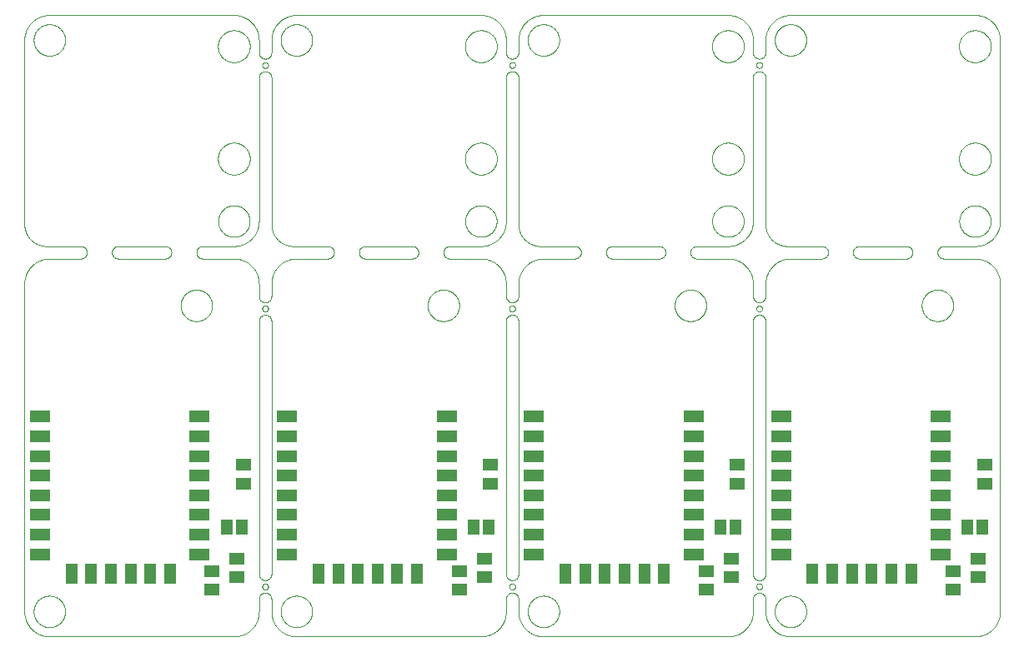
<source format=gbp>
G75*
%MOIN*%
%OFA0B0*%
%FSLAX25Y25*%
%IPPOS*%
%LPD*%
%AMOC8*
5,1,8,0,0,1.08239X$1,22.5*
%
%ADD10C,0.00000*%
%ADD11R,0.07874X0.04724*%
%ADD12R,0.04724X0.07874*%
%ADD13R,0.05906X0.05118*%
%ADD14R,0.04600X0.06300*%
D10*
X0047595Y0038800D02*
X0047595Y0170050D01*
X0047598Y0170292D01*
X0047607Y0170533D01*
X0047621Y0170774D01*
X0047642Y0171015D01*
X0047668Y0171255D01*
X0047700Y0171495D01*
X0047738Y0171734D01*
X0047781Y0171971D01*
X0047831Y0172208D01*
X0047886Y0172443D01*
X0047946Y0172677D01*
X0048013Y0172909D01*
X0048084Y0173140D01*
X0048162Y0173369D01*
X0048245Y0173596D01*
X0048333Y0173821D01*
X0048427Y0174044D01*
X0048526Y0174264D01*
X0048631Y0174482D01*
X0048740Y0174697D01*
X0048855Y0174910D01*
X0048975Y0175120D01*
X0049100Y0175326D01*
X0049230Y0175530D01*
X0049365Y0175731D01*
X0049505Y0175928D01*
X0049649Y0176122D01*
X0049798Y0176312D01*
X0049952Y0176498D01*
X0050110Y0176681D01*
X0050272Y0176860D01*
X0050439Y0177035D01*
X0050610Y0177206D01*
X0050785Y0177373D01*
X0050964Y0177535D01*
X0051147Y0177693D01*
X0051333Y0177847D01*
X0051523Y0177996D01*
X0051717Y0178140D01*
X0051914Y0178280D01*
X0052115Y0178415D01*
X0052319Y0178545D01*
X0052525Y0178670D01*
X0052735Y0178790D01*
X0052948Y0178905D01*
X0053163Y0179014D01*
X0053381Y0179119D01*
X0053601Y0179218D01*
X0053824Y0179312D01*
X0054049Y0179400D01*
X0054276Y0179483D01*
X0054505Y0179561D01*
X0054736Y0179632D01*
X0054968Y0179699D01*
X0055202Y0179759D01*
X0055437Y0179814D01*
X0055674Y0179864D01*
X0055911Y0179907D01*
X0056150Y0179945D01*
X0056390Y0179977D01*
X0056630Y0180003D01*
X0056871Y0180024D01*
X0057112Y0180038D01*
X0057353Y0180047D01*
X0057595Y0180050D01*
X0070095Y0180050D01*
X0072595Y0182550D02*
X0072593Y0182648D01*
X0072587Y0182746D01*
X0072578Y0182844D01*
X0072564Y0182941D01*
X0072547Y0183038D01*
X0072526Y0183134D01*
X0072501Y0183229D01*
X0072473Y0183323D01*
X0072440Y0183415D01*
X0072405Y0183507D01*
X0072365Y0183597D01*
X0072323Y0183685D01*
X0072276Y0183772D01*
X0072227Y0183856D01*
X0072174Y0183939D01*
X0072118Y0184019D01*
X0072058Y0184098D01*
X0071996Y0184174D01*
X0071931Y0184247D01*
X0071863Y0184318D01*
X0071792Y0184386D01*
X0071719Y0184451D01*
X0071643Y0184513D01*
X0071564Y0184573D01*
X0071484Y0184629D01*
X0071401Y0184682D01*
X0071317Y0184731D01*
X0071230Y0184778D01*
X0071142Y0184820D01*
X0071052Y0184860D01*
X0070960Y0184895D01*
X0070868Y0184928D01*
X0070774Y0184956D01*
X0070679Y0184981D01*
X0070583Y0185002D01*
X0070486Y0185019D01*
X0070389Y0185033D01*
X0070291Y0185042D01*
X0070193Y0185048D01*
X0070095Y0185050D01*
X0056345Y0185050D01*
X0056134Y0185053D01*
X0055922Y0185060D01*
X0055711Y0185073D01*
X0055501Y0185091D01*
X0055290Y0185114D01*
X0055081Y0185142D01*
X0054872Y0185175D01*
X0054664Y0185213D01*
X0054457Y0185256D01*
X0054251Y0185304D01*
X0054046Y0185357D01*
X0053843Y0185415D01*
X0053641Y0185478D01*
X0053441Y0185546D01*
X0053242Y0185619D01*
X0053045Y0185696D01*
X0052851Y0185778D01*
X0052658Y0185865D01*
X0052467Y0185956D01*
X0052279Y0186052D01*
X0052093Y0186153D01*
X0051909Y0186258D01*
X0051728Y0186367D01*
X0051550Y0186481D01*
X0051374Y0186599D01*
X0051202Y0186721D01*
X0051032Y0186847D01*
X0050866Y0186978D01*
X0050703Y0187112D01*
X0050543Y0187251D01*
X0050386Y0187393D01*
X0050233Y0187539D01*
X0050084Y0187688D01*
X0049938Y0187841D01*
X0049796Y0187998D01*
X0049657Y0188158D01*
X0049523Y0188321D01*
X0049392Y0188487D01*
X0049266Y0188657D01*
X0049144Y0188829D01*
X0049026Y0189005D01*
X0048912Y0189183D01*
X0048803Y0189364D01*
X0048698Y0189548D01*
X0048597Y0189734D01*
X0048501Y0189922D01*
X0048410Y0190113D01*
X0048323Y0190306D01*
X0048241Y0190500D01*
X0048164Y0190697D01*
X0048091Y0190896D01*
X0048023Y0191096D01*
X0047960Y0191298D01*
X0047902Y0191501D01*
X0047849Y0191706D01*
X0047801Y0191912D01*
X0047758Y0192119D01*
X0047720Y0192327D01*
X0047687Y0192536D01*
X0047659Y0192745D01*
X0047636Y0192956D01*
X0047618Y0193166D01*
X0047605Y0193377D01*
X0047598Y0193589D01*
X0047595Y0193800D01*
X0047595Y0267550D01*
X0047598Y0267792D01*
X0047607Y0268033D01*
X0047621Y0268274D01*
X0047642Y0268515D01*
X0047668Y0268755D01*
X0047700Y0268995D01*
X0047738Y0269234D01*
X0047781Y0269471D01*
X0047831Y0269708D01*
X0047886Y0269943D01*
X0047946Y0270177D01*
X0048013Y0270409D01*
X0048084Y0270640D01*
X0048162Y0270869D01*
X0048245Y0271096D01*
X0048333Y0271321D01*
X0048427Y0271544D01*
X0048526Y0271764D01*
X0048631Y0271982D01*
X0048740Y0272197D01*
X0048855Y0272410D01*
X0048975Y0272620D01*
X0049100Y0272826D01*
X0049230Y0273030D01*
X0049365Y0273231D01*
X0049505Y0273428D01*
X0049649Y0273622D01*
X0049798Y0273812D01*
X0049952Y0273998D01*
X0050110Y0274181D01*
X0050272Y0274360D01*
X0050439Y0274535D01*
X0050610Y0274706D01*
X0050785Y0274873D01*
X0050964Y0275035D01*
X0051147Y0275193D01*
X0051333Y0275347D01*
X0051523Y0275496D01*
X0051717Y0275640D01*
X0051914Y0275780D01*
X0052115Y0275915D01*
X0052319Y0276045D01*
X0052525Y0276170D01*
X0052735Y0276290D01*
X0052948Y0276405D01*
X0053163Y0276514D01*
X0053381Y0276619D01*
X0053601Y0276718D01*
X0053824Y0276812D01*
X0054049Y0276900D01*
X0054276Y0276983D01*
X0054505Y0277061D01*
X0054736Y0277132D01*
X0054968Y0277199D01*
X0055202Y0277259D01*
X0055437Y0277314D01*
X0055674Y0277364D01*
X0055911Y0277407D01*
X0056150Y0277445D01*
X0056390Y0277477D01*
X0056630Y0277503D01*
X0056871Y0277524D01*
X0057112Y0277538D01*
X0057353Y0277547D01*
X0057595Y0277550D01*
X0131345Y0277550D01*
X0131587Y0277547D01*
X0131828Y0277538D01*
X0132069Y0277524D01*
X0132310Y0277503D01*
X0132550Y0277477D01*
X0132790Y0277445D01*
X0133029Y0277407D01*
X0133266Y0277364D01*
X0133503Y0277314D01*
X0133738Y0277259D01*
X0133972Y0277199D01*
X0134204Y0277132D01*
X0134435Y0277061D01*
X0134664Y0276983D01*
X0134891Y0276900D01*
X0135116Y0276812D01*
X0135339Y0276718D01*
X0135559Y0276619D01*
X0135777Y0276514D01*
X0135992Y0276405D01*
X0136205Y0276290D01*
X0136415Y0276170D01*
X0136621Y0276045D01*
X0136825Y0275915D01*
X0137026Y0275780D01*
X0137223Y0275640D01*
X0137417Y0275496D01*
X0137607Y0275347D01*
X0137793Y0275193D01*
X0137976Y0275035D01*
X0138155Y0274873D01*
X0138330Y0274706D01*
X0138501Y0274535D01*
X0138668Y0274360D01*
X0138830Y0274181D01*
X0138988Y0273998D01*
X0139142Y0273812D01*
X0139291Y0273622D01*
X0139435Y0273428D01*
X0139575Y0273231D01*
X0139710Y0273030D01*
X0139840Y0272826D01*
X0139965Y0272620D01*
X0140085Y0272410D01*
X0140200Y0272197D01*
X0140309Y0271982D01*
X0140414Y0271764D01*
X0140513Y0271544D01*
X0140607Y0271321D01*
X0140695Y0271096D01*
X0140778Y0270869D01*
X0140856Y0270640D01*
X0140927Y0270409D01*
X0140994Y0270177D01*
X0141054Y0269943D01*
X0141109Y0269708D01*
X0141159Y0269471D01*
X0141202Y0269234D01*
X0141240Y0268995D01*
X0141272Y0268755D01*
X0141298Y0268515D01*
X0141319Y0268274D01*
X0141333Y0268033D01*
X0141342Y0267792D01*
X0141345Y0267550D01*
X0141345Y0262550D01*
X0143845Y0260050D02*
X0143943Y0260052D01*
X0144041Y0260058D01*
X0144139Y0260067D01*
X0144236Y0260081D01*
X0144333Y0260098D01*
X0144429Y0260119D01*
X0144524Y0260144D01*
X0144618Y0260172D01*
X0144710Y0260205D01*
X0144802Y0260240D01*
X0144892Y0260280D01*
X0144980Y0260322D01*
X0145067Y0260369D01*
X0145151Y0260418D01*
X0145234Y0260471D01*
X0145314Y0260527D01*
X0145393Y0260587D01*
X0145469Y0260649D01*
X0145542Y0260714D01*
X0145613Y0260782D01*
X0145681Y0260853D01*
X0145746Y0260926D01*
X0145808Y0261002D01*
X0145868Y0261081D01*
X0145924Y0261161D01*
X0145977Y0261244D01*
X0146026Y0261328D01*
X0146073Y0261415D01*
X0146115Y0261503D01*
X0146155Y0261593D01*
X0146190Y0261685D01*
X0146223Y0261777D01*
X0146251Y0261871D01*
X0146276Y0261966D01*
X0146297Y0262062D01*
X0146314Y0262159D01*
X0146328Y0262256D01*
X0146337Y0262354D01*
X0146343Y0262452D01*
X0146345Y0262550D01*
X0146345Y0267550D01*
X0141345Y0262550D02*
X0141347Y0262452D01*
X0141353Y0262354D01*
X0141362Y0262256D01*
X0141376Y0262159D01*
X0141393Y0262062D01*
X0141414Y0261966D01*
X0141439Y0261871D01*
X0141467Y0261777D01*
X0141500Y0261685D01*
X0141535Y0261593D01*
X0141575Y0261503D01*
X0141617Y0261415D01*
X0141664Y0261328D01*
X0141713Y0261244D01*
X0141766Y0261161D01*
X0141822Y0261081D01*
X0141882Y0261002D01*
X0141944Y0260926D01*
X0142009Y0260853D01*
X0142077Y0260782D01*
X0142148Y0260714D01*
X0142221Y0260649D01*
X0142297Y0260587D01*
X0142376Y0260527D01*
X0142456Y0260471D01*
X0142539Y0260418D01*
X0142623Y0260369D01*
X0142710Y0260322D01*
X0142798Y0260280D01*
X0142888Y0260240D01*
X0142980Y0260205D01*
X0143072Y0260172D01*
X0143166Y0260144D01*
X0143261Y0260119D01*
X0143357Y0260098D01*
X0143454Y0260081D01*
X0143551Y0260067D01*
X0143649Y0260058D01*
X0143747Y0260052D01*
X0143845Y0260050D01*
X0142664Y0257550D02*
X0142666Y0257619D01*
X0142672Y0257687D01*
X0142682Y0257755D01*
X0142696Y0257822D01*
X0142714Y0257889D01*
X0142735Y0257954D01*
X0142761Y0258018D01*
X0142790Y0258080D01*
X0142822Y0258140D01*
X0142858Y0258199D01*
X0142898Y0258255D01*
X0142940Y0258309D01*
X0142986Y0258360D01*
X0143035Y0258409D01*
X0143086Y0258455D01*
X0143140Y0258497D01*
X0143196Y0258537D01*
X0143254Y0258573D01*
X0143315Y0258605D01*
X0143377Y0258634D01*
X0143441Y0258660D01*
X0143506Y0258681D01*
X0143573Y0258699D01*
X0143640Y0258713D01*
X0143708Y0258723D01*
X0143776Y0258729D01*
X0143845Y0258731D01*
X0143914Y0258729D01*
X0143982Y0258723D01*
X0144050Y0258713D01*
X0144117Y0258699D01*
X0144184Y0258681D01*
X0144249Y0258660D01*
X0144313Y0258634D01*
X0144375Y0258605D01*
X0144435Y0258573D01*
X0144494Y0258537D01*
X0144550Y0258497D01*
X0144604Y0258455D01*
X0144655Y0258409D01*
X0144704Y0258360D01*
X0144750Y0258309D01*
X0144792Y0258255D01*
X0144832Y0258199D01*
X0144868Y0258140D01*
X0144900Y0258080D01*
X0144929Y0258018D01*
X0144955Y0257954D01*
X0144976Y0257889D01*
X0144994Y0257822D01*
X0145008Y0257755D01*
X0145018Y0257687D01*
X0145024Y0257619D01*
X0145026Y0257550D01*
X0145024Y0257481D01*
X0145018Y0257413D01*
X0145008Y0257345D01*
X0144994Y0257278D01*
X0144976Y0257211D01*
X0144955Y0257146D01*
X0144929Y0257082D01*
X0144900Y0257020D01*
X0144868Y0256959D01*
X0144832Y0256901D01*
X0144792Y0256845D01*
X0144750Y0256791D01*
X0144704Y0256740D01*
X0144655Y0256691D01*
X0144604Y0256645D01*
X0144550Y0256603D01*
X0144494Y0256563D01*
X0144436Y0256527D01*
X0144375Y0256495D01*
X0144313Y0256466D01*
X0144249Y0256440D01*
X0144184Y0256419D01*
X0144117Y0256401D01*
X0144050Y0256387D01*
X0143982Y0256377D01*
X0143914Y0256371D01*
X0143845Y0256369D01*
X0143776Y0256371D01*
X0143708Y0256377D01*
X0143640Y0256387D01*
X0143573Y0256401D01*
X0143506Y0256419D01*
X0143441Y0256440D01*
X0143377Y0256466D01*
X0143315Y0256495D01*
X0143254Y0256527D01*
X0143196Y0256563D01*
X0143140Y0256603D01*
X0143086Y0256645D01*
X0143035Y0256691D01*
X0142986Y0256740D01*
X0142940Y0256791D01*
X0142898Y0256845D01*
X0142858Y0256901D01*
X0142822Y0256959D01*
X0142790Y0257020D01*
X0142761Y0257082D01*
X0142735Y0257146D01*
X0142714Y0257211D01*
X0142696Y0257278D01*
X0142682Y0257345D01*
X0142672Y0257413D01*
X0142666Y0257481D01*
X0142664Y0257550D01*
X0143845Y0255050D02*
X0143943Y0255048D01*
X0144041Y0255042D01*
X0144139Y0255033D01*
X0144236Y0255019D01*
X0144333Y0255002D01*
X0144429Y0254981D01*
X0144524Y0254956D01*
X0144618Y0254928D01*
X0144710Y0254895D01*
X0144802Y0254860D01*
X0144892Y0254820D01*
X0144980Y0254778D01*
X0145067Y0254731D01*
X0145151Y0254682D01*
X0145234Y0254629D01*
X0145314Y0254573D01*
X0145393Y0254513D01*
X0145469Y0254451D01*
X0145542Y0254386D01*
X0145613Y0254318D01*
X0145681Y0254247D01*
X0145746Y0254174D01*
X0145808Y0254098D01*
X0145868Y0254019D01*
X0145924Y0253939D01*
X0145977Y0253856D01*
X0146026Y0253772D01*
X0146073Y0253685D01*
X0146115Y0253597D01*
X0146155Y0253507D01*
X0146190Y0253415D01*
X0146223Y0253323D01*
X0146251Y0253229D01*
X0146276Y0253134D01*
X0146297Y0253038D01*
X0146314Y0252941D01*
X0146328Y0252844D01*
X0146337Y0252746D01*
X0146343Y0252648D01*
X0146345Y0252550D01*
X0146345Y0193800D01*
X0141345Y0195050D02*
X0141345Y0252550D01*
X0141347Y0252648D01*
X0141353Y0252746D01*
X0141362Y0252844D01*
X0141376Y0252941D01*
X0141393Y0253038D01*
X0141414Y0253134D01*
X0141439Y0253229D01*
X0141467Y0253323D01*
X0141500Y0253415D01*
X0141535Y0253507D01*
X0141575Y0253597D01*
X0141617Y0253685D01*
X0141664Y0253772D01*
X0141713Y0253856D01*
X0141766Y0253939D01*
X0141822Y0254019D01*
X0141882Y0254098D01*
X0141944Y0254174D01*
X0142009Y0254247D01*
X0142077Y0254318D01*
X0142148Y0254386D01*
X0142221Y0254451D01*
X0142297Y0254513D01*
X0142376Y0254573D01*
X0142456Y0254629D01*
X0142539Y0254682D01*
X0142623Y0254731D01*
X0142710Y0254778D01*
X0142798Y0254820D01*
X0142888Y0254860D01*
X0142980Y0254895D01*
X0143072Y0254928D01*
X0143166Y0254956D01*
X0143261Y0254981D01*
X0143357Y0255002D01*
X0143454Y0255019D01*
X0143551Y0255033D01*
X0143649Y0255042D01*
X0143747Y0255048D01*
X0143845Y0255050D01*
X0124945Y0265050D02*
X0124947Y0265210D01*
X0124953Y0265369D01*
X0124963Y0265528D01*
X0124977Y0265687D01*
X0124995Y0265846D01*
X0125016Y0266004D01*
X0125042Y0266161D01*
X0125072Y0266318D01*
X0125105Y0266474D01*
X0125143Y0266629D01*
X0125184Y0266783D01*
X0125229Y0266936D01*
X0125278Y0267088D01*
X0125331Y0267239D01*
X0125387Y0267388D01*
X0125448Y0267536D01*
X0125511Y0267682D01*
X0125579Y0267827D01*
X0125650Y0267970D01*
X0125724Y0268111D01*
X0125802Y0268250D01*
X0125884Y0268387D01*
X0125969Y0268522D01*
X0126057Y0268655D01*
X0126149Y0268786D01*
X0126243Y0268914D01*
X0126341Y0269040D01*
X0126442Y0269164D01*
X0126546Y0269285D01*
X0126653Y0269403D01*
X0126763Y0269519D01*
X0126876Y0269632D01*
X0126992Y0269742D01*
X0127110Y0269849D01*
X0127231Y0269953D01*
X0127355Y0270054D01*
X0127481Y0270152D01*
X0127609Y0270246D01*
X0127740Y0270338D01*
X0127873Y0270426D01*
X0128008Y0270511D01*
X0128145Y0270593D01*
X0128284Y0270671D01*
X0128425Y0270745D01*
X0128568Y0270816D01*
X0128713Y0270884D01*
X0128859Y0270947D01*
X0129007Y0271008D01*
X0129156Y0271064D01*
X0129307Y0271117D01*
X0129459Y0271166D01*
X0129612Y0271211D01*
X0129766Y0271252D01*
X0129921Y0271290D01*
X0130077Y0271323D01*
X0130234Y0271353D01*
X0130391Y0271379D01*
X0130549Y0271400D01*
X0130708Y0271418D01*
X0130867Y0271432D01*
X0131026Y0271442D01*
X0131185Y0271448D01*
X0131345Y0271450D01*
X0131505Y0271448D01*
X0131664Y0271442D01*
X0131823Y0271432D01*
X0131982Y0271418D01*
X0132141Y0271400D01*
X0132299Y0271379D01*
X0132456Y0271353D01*
X0132613Y0271323D01*
X0132769Y0271290D01*
X0132924Y0271252D01*
X0133078Y0271211D01*
X0133231Y0271166D01*
X0133383Y0271117D01*
X0133534Y0271064D01*
X0133683Y0271008D01*
X0133831Y0270947D01*
X0133977Y0270884D01*
X0134122Y0270816D01*
X0134265Y0270745D01*
X0134406Y0270671D01*
X0134545Y0270593D01*
X0134682Y0270511D01*
X0134817Y0270426D01*
X0134950Y0270338D01*
X0135081Y0270246D01*
X0135209Y0270152D01*
X0135335Y0270054D01*
X0135459Y0269953D01*
X0135580Y0269849D01*
X0135698Y0269742D01*
X0135814Y0269632D01*
X0135927Y0269519D01*
X0136037Y0269403D01*
X0136144Y0269285D01*
X0136248Y0269164D01*
X0136349Y0269040D01*
X0136447Y0268914D01*
X0136541Y0268786D01*
X0136633Y0268655D01*
X0136721Y0268522D01*
X0136806Y0268387D01*
X0136888Y0268250D01*
X0136966Y0268111D01*
X0137040Y0267970D01*
X0137111Y0267827D01*
X0137179Y0267682D01*
X0137242Y0267536D01*
X0137303Y0267388D01*
X0137359Y0267239D01*
X0137412Y0267088D01*
X0137461Y0266936D01*
X0137506Y0266783D01*
X0137547Y0266629D01*
X0137585Y0266474D01*
X0137618Y0266318D01*
X0137648Y0266161D01*
X0137674Y0266004D01*
X0137695Y0265846D01*
X0137713Y0265687D01*
X0137727Y0265528D01*
X0137737Y0265369D01*
X0137743Y0265210D01*
X0137745Y0265050D01*
X0137743Y0264890D01*
X0137737Y0264731D01*
X0137727Y0264572D01*
X0137713Y0264413D01*
X0137695Y0264254D01*
X0137674Y0264096D01*
X0137648Y0263939D01*
X0137618Y0263782D01*
X0137585Y0263626D01*
X0137547Y0263471D01*
X0137506Y0263317D01*
X0137461Y0263164D01*
X0137412Y0263012D01*
X0137359Y0262861D01*
X0137303Y0262712D01*
X0137242Y0262564D01*
X0137179Y0262418D01*
X0137111Y0262273D01*
X0137040Y0262130D01*
X0136966Y0261989D01*
X0136888Y0261850D01*
X0136806Y0261713D01*
X0136721Y0261578D01*
X0136633Y0261445D01*
X0136541Y0261314D01*
X0136447Y0261186D01*
X0136349Y0261060D01*
X0136248Y0260936D01*
X0136144Y0260815D01*
X0136037Y0260697D01*
X0135927Y0260581D01*
X0135814Y0260468D01*
X0135698Y0260358D01*
X0135580Y0260251D01*
X0135459Y0260147D01*
X0135335Y0260046D01*
X0135209Y0259948D01*
X0135081Y0259854D01*
X0134950Y0259762D01*
X0134817Y0259674D01*
X0134682Y0259589D01*
X0134545Y0259507D01*
X0134406Y0259429D01*
X0134265Y0259355D01*
X0134122Y0259284D01*
X0133977Y0259216D01*
X0133831Y0259153D01*
X0133683Y0259092D01*
X0133534Y0259036D01*
X0133383Y0258983D01*
X0133231Y0258934D01*
X0133078Y0258889D01*
X0132924Y0258848D01*
X0132769Y0258810D01*
X0132613Y0258777D01*
X0132456Y0258747D01*
X0132299Y0258721D01*
X0132141Y0258700D01*
X0131982Y0258682D01*
X0131823Y0258668D01*
X0131664Y0258658D01*
X0131505Y0258652D01*
X0131345Y0258650D01*
X0131185Y0258652D01*
X0131026Y0258658D01*
X0130867Y0258668D01*
X0130708Y0258682D01*
X0130549Y0258700D01*
X0130391Y0258721D01*
X0130234Y0258747D01*
X0130077Y0258777D01*
X0129921Y0258810D01*
X0129766Y0258848D01*
X0129612Y0258889D01*
X0129459Y0258934D01*
X0129307Y0258983D01*
X0129156Y0259036D01*
X0129007Y0259092D01*
X0128859Y0259153D01*
X0128713Y0259216D01*
X0128568Y0259284D01*
X0128425Y0259355D01*
X0128284Y0259429D01*
X0128145Y0259507D01*
X0128008Y0259589D01*
X0127873Y0259674D01*
X0127740Y0259762D01*
X0127609Y0259854D01*
X0127481Y0259948D01*
X0127355Y0260046D01*
X0127231Y0260147D01*
X0127110Y0260251D01*
X0126992Y0260358D01*
X0126876Y0260468D01*
X0126763Y0260581D01*
X0126653Y0260697D01*
X0126546Y0260815D01*
X0126442Y0260936D01*
X0126341Y0261060D01*
X0126243Y0261186D01*
X0126149Y0261314D01*
X0126057Y0261445D01*
X0125969Y0261578D01*
X0125884Y0261713D01*
X0125802Y0261850D01*
X0125724Y0261989D01*
X0125650Y0262130D01*
X0125579Y0262273D01*
X0125511Y0262418D01*
X0125448Y0262564D01*
X0125387Y0262712D01*
X0125331Y0262861D01*
X0125278Y0263012D01*
X0125229Y0263164D01*
X0125184Y0263317D01*
X0125143Y0263471D01*
X0125105Y0263626D01*
X0125072Y0263782D01*
X0125042Y0263939D01*
X0125016Y0264096D01*
X0124995Y0264254D01*
X0124977Y0264413D01*
X0124963Y0264572D01*
X0124953Y0264731D01*
X0124947Y0264890D01*
X0124945Y0265050D01*
X0146345Y0267550D02*
X0146348Y0267792D01*
X0146357Y0268033D01*
X0146371Y0268274D01*
X0146392Y0268515D01*
X0146418Y0268755D01*
X0146450Y0268995D01*
X0146488Y0269234D01*
X0146531Y0269471D01*
X0146581Y0269708D01*
X0146636Y0269943D01*
X0146696Y0270177D01*
X0146763Y0270409D01*
X0146834Y0270640D01*
X0146912Y0270869D01*
X0146995Y0271096D01*
X0147083Y0271321D01*
X0147177Y0271544D01*
X0147276Y0271764D01*
X0147381Y0271982D01*
X0147490Y0272197D01*
X0147605Y0272410D01*
X0147725Y0272620D01*
X0147850Y0272826D01*
X0147980Y0273030D01*
X0148115Y0273231D01*
X0148255Y0273428D01*
X0148399Y0273622D01*
X0148548Y0273812D01*
X0148702Y0273998D01*
X0148860Y0274181D01*
X0149022Y0274360D01*
X0149189Y0274535D01*
X0149360Y0274706D01*
X0149535Y0274873D01*
X0149714Y0275035D01*
X0149897Y0275193D01*
X0150083Y0275347D01*
X0150273Y0275496D01*
X0150467Y0275640D01*
X0150664Y0275780D01*
X0150865Y0275915D01*
X0151069Y0276045D01*
X0151275Y0276170D01*
X0151485Y0276290D01*
X0151698Y0276405D01*
X0151913Y0276514D01*
X0152131Y0276619D01*
X0152351Y0276718D01*
X0152574Y0276812D01*
X0152799Y0276900D01*
X0153026Y0276983D01*
X0153255Y0277061D01*
X0153486Y0277132D01*
X0153718Y0277199D01*
X0153952Y0277259D01*
X0154187Y0277314D01*
X0154424Y0277364D01*
X0154661Y0277407D01*
X0154900Y0277445D01*
X0155140Y0277477D01*
X0155380Y0277503D01*
X0155621Y0277524D01*
X0155862Y0277538D01*
X0156103Y0277547D01*
X0156345Y0277550D01*
X0230095Y0277550D01*
X0230337Y0277547D01*
X0230578Y0277538D01*
X0230819Y0277524D01*
X0231060Y0277503D01*
X0231300Y0277477D01*
X0231540Y0277445D01*
X0231779Y0277407D01*
X0232016Y0277364D01*
X0232253Y0277314D01*
X0232488Y0277259D01*
X0232722Y0277199D01*
X0232954Y0277132D01*
X0233185Y0277061D01*
X0233414Y0276983D01*
X0233641Y0276900D01*
X0233866Y0276812D01*
X0234089Y0276718D01*
X0234309Y0276619D01*
X0234527Y0276514D01*
X0234742Y0276405D01*
X0234955Y0276290D01*
X0235165Y0276170D01*
X0235371Y0276045D01*
X0235575Y0275915D01*
X0235776Y0275780D01*
X0235973Y0275640D01*
X0236167Y0275496D01*
X0236357Y0275347D01*
X0236543Y0275193D01*
X0236726Y0275035D01*
X0236905Y0274873D01*
X0237080Y0274706D01*
X0237251Y0274535D01*
X0237418Y0274360D01*
X0237580Y0274181D01*
X0237738Y0273998D01*
X0237892Y0273812D01*
X0238041Y0273622D01*
X0238185Y0273428D01*
X0238325Y0273231D01*
X0238460Y0273030D01*
X0238590Y0272826D01*
X0238715Y0272620D01*
X0238835Y0272410D01*
X0238950Y0272197D01*
X0239059Y0271982D01*
X0239164Y0271764D01*
X0239263Y0271544D01*
X0239357Y0271321D01*
X0239445Y0271096D01*
X0239528Y0270869D01*
X0239606Y0270640D01*
X0239677Y0270409D01*
X0239744Y0270177D01*
X0239804Y0269943D01*
X0239859Y0269708D01*
X0239909Y0269471D01*
X0239952Y0269234D01*
X0239990Y0268995D01*
X0240022Y0268755D01*
X0240048Y0268515D01*
X0240069Y0268274D01*
X0240083Y0268033D01*
X0240092Y0267792D01*
X0240095Y0267550D01*
X0240095Y0262550D01*
X0242595Y0260050D02*
X0242693Y0260052D01*
X0242791Y0260058D01*
X0242889Y0260067D01*
X0242986Y0260081D01*
X0243083Y0260098D01*
X0243179Y0260119D01*
X0243274Y0260144D01*
X0243368Y0260172D01*
X0243460Y0260205D01*
X0243552Y0260240D01*
X0243642Y0260280D01*
X0243730Y0260322D01*
X0243817Y0260369D01*
X0243901Y0260418D01*
X0243984Y0260471D01*
X0244064Y0260527D01*
X0244143Y0260587D01*
X0244219Y0260649D01*
X0244292Y0260714D01*
X0244363Y0260782D01*
X0244431Y0260853D01*
X0244496Y0260926D01*
X0244558Y0261002D01*
X0244618Y0261081D01*
X0244674Y0261161D01*
X0244727Y0261244D01*
X0244776Y0261328D01*
X0244823Y0261415D01*
X0244865Y0261503D01*
X0244905Y0261593D01*
X0244940Y0261685D01*
X0244973Y0261777D01*
X0245001Y0261871D01*
X0245026Y0261966D01*
X0245047Y0262062D01*
X0245064Y0262159D01*
X0245078Y0262256D01*
X0245087Y0262354D01*
X0245093Y0262452D01*
X0245095Y0262550D01*
X0245095Y0267550D01*
X0240095Y0262550D02*
X0240097Y0262452D01*
X0240103Y0262354D01*
X0240112Y0262256D01*
X0240126Y0262159D01*
X0240143Y0262062D01*
X0240164Y0261966D01*
X0240189Y0261871D01*
X0240217Y0261777D01*
X0240250Y0261685D01*
X0240285Y0261593D01*
X0240325Y0261503D01*
X0240367Y0261415D01*
X0240414Y0261328D01*
X0240463Y0261244D01*
X0240516Y0261161D01*
X0240572Y0261081D01*
X0240632Y0261002D01*
X0240694Y0260926D01*
X0240759Y0260853D01*
X0240827Y0260782D01*
X0240898Y0260714D01*
X0240971Y0260649D01*
X0241047Y0260587D01*
X0241126Y0260527D01*
X0241206Y0260471D01*
X0241289Y0260418D01*
X0241373Y0260369D01*
X0241460Y0260322D01*
X0241548Y0260280D01*
X0241638Y0260240D01*
X0241730Y0260205D01*
X0241822Y0260172D01*
X0241916Y0260144D01*
X0242011Y0260119D01*
X0242107Y0260098D01*
X0242204Y0260081D01*
X0242301Y0260067D01*
X0242399Y0260058D01*
X0242497Y0260052D01*
X0242595Y0260050D01*
X0241414Y0257550D02*
X0241416Y0257619D01*
X0241422Y0257687D01*
X0241432Y0257755D01*
X0241446Y0257822D01*
X0241464Y0257889D01*
X0241485Y0257954D01*
X0241511Y0258018D01*
X0241540Y0258080D01*
X0241572Y0258140D01*
X0241608Y0258199D01*
X0241648Y0258255D01*
X0241690Y0258309D01*
X0241736Y0258360D01*
X0241785Y0258409D01*
X0241836Y0258455D01*
X0241890Y0258497D01*
X0241946Y0258537D01*
X0242004Y0258573D01*
X0242065Y0258605D01*
X0242127Y0258634D01*
X0242191Y0258660D01*
X0242256Y0258681D01*
X0242323Y0258699D01*
X0242390Y0258713D01*
X0242458Y0258723D01*
X0242526Y0258729D01*
X0242595Y0258731D01*
X0242664Y0258729D01*
X0242732Y0258723D01*
X0242800Y0258713D01*
X0242867Y0258699D01*
X0242934Y0258681D01*
X0242999Y0258660D01*
X0243063Y0258634D01*
X0243125Y0258605D01*
X0243185Y0258573D01*
X0243244Y0258537D01*
X0243300Y0258497D01*
X0243354Y0258455D01*
X0243405Y0258409D01*
X0243454Y0258360D01*
X0243500Y0258309D01*
X0243542Y0258255D01*
X0243582Y0258199D01*
X0243618Y0258140D01*
X0243650Y0258080D01*
X0243679Y0258018D01*
X0243705Y0257954D01*
X0243726Y0257889D01*
X0243744Y0257822D01*
X0243758Y0257755D01*
X0243768Y0257687D01*
X0243774Y0257619D01*
X0243776Y0257550D01*
X0243774Y0257481D01*
X0243768Y0257413D01*
X0243758Y0257345D01*
X0243744Y0257278D01*
X0243726Y0257211D01*
X0243705Y0257146D01*
X0243679Y0257082D01*
X0243650Y0257020D01*
X0243618Y0256959D01*
X0243582Y0256901D01*
X0243542Y0256845D01*
X0243500Y0256791D01*
X0243454Y0256740D01*
X0243405Y0256691D01*
X0243354Y0256645D01*
X0243300Y0256603D01*
X0243244Y0256563D01*
X0243186Y0256527D01*
X0243125Y0256495D01*
X0243063Y0256466D01*
X0242999Y0256440D01*
X0242934Y0256419D01*
X0242867Y0256401D01*
X0242800Y0256387D01*
X0242732Y0256377D01*
X0242664Y0256371D01*
X0242595Y0256369D01*
X0242526Y0256371D01*
X0242458Y0256377D01*
X0242390Y0256387D01*
X0242323Y0256401D01*
X0242256Y0256419D01*
X0242191Y0256440D01*
X0242127Y0256466D01*
X0242065Y0256495D01*
X0242004Y0256527D01*
X0241946Y0256563D01*
X0241890Y0256603D01*
X0241836Y0256645D01*
X0241785Y0256691D01*
X0241736Y0256740D01*
X0241690Y0256791D01*
X0241648Y0256845D01*
X0241608Y0256901D01*
X0241572Y0256959D01*
X0241540Y0257020D01*
X0241511Y0257082D01*
X0241485Y0257146D01*
X0241464Y0257211D01*
X0241446Y0257278D01*
X0241432Y0257345D01*
X0241422Y0257413D01*
X0241416Y0257481D01*
X0241414Y0257550D01*
X0242595Y0255050D02*
X0242693Y0255048D01*
X0242791Y0255042D01*
X0242889Y0255033D01*
X0242986Y0255019D01*
X0243083Y0255002D01*
X0243179Y0254981D01*
X0243274Y0254956D01*
X0243368Y0254928D01*
X0243460Y0254895D01*
X0243552Y0254860D01*
X0243642Y0254820D01*
X0243730Y0254778D01*
X0243817Y0254731D01*
X0243901Y0254682D01*
X0243984Y0254629D01*
X0244064Y0254573D01*
X0244143Y0254513D01*
X0244219Y0254451D01*
X0244292Y0254386D01*
X0244363Y0254318D01*
X0244431Y0254247D01*
X0244496Y0254174D01*
X0244558Y0254098D01*
X0244618Y0254019D01*
X0244674Y0253939D01*
X0244727Y0253856D01*
X0244776Y0253772D01*
X0244823Y0253685D01*
X0244865Y0253597D01*
X0244905Y0253507D01*
X0244940Y0253415D01*
X0244973Y0253323D01*
X0245001Y0253229D01*
X0245026Y0253134D01*
X0245047Y0253038D01*
X0245064Y0252941D01*
X0245078Y0252844D01*
X0245087Y0252746D01*
X0245093Y0252648D01*
X0245095Y0252550D01*
X0245095Y0193800D01*
X0240095Y0195050D02*
X0240095Y0252550D01*
X0240097Y0252648D01*
X0240103Y0252746D01*
X0240112Y0252844D01*
X0240126Y0252941D01*
X0240143Y0253038D01*
X0240164Y0253134D01*
X0240189Y0253229D01*
X0240217Y0253323D01*
X0240250Y0253415D01*
X0240285Y0253507D01*
X0240325Y0253597D01*
X0240367Y0253685D01*
X0240414Y0253772D01*
X0240463Y0253856D01*
X0240516Y0253939D01*
X0240572Y0254019D01*
X0240632Y0254098D01*
X0240694Y0254174D01*
X0240759Y0254247D01*
X0240827Y0254318D01*
X0240898Y0254386D01*
X0240971Y0254451D01*
X0241047Y0254513D01*
X0241126Y0254573D01*
X0241206Y0254629D01*
X0241289Y0254682D01*
X0241373Y0254731D01*
X0241460Y0254778D01*
X0241548Y0254820D01*
X0241638Y0254860D01*
X0241730Y0254895D01*
X0241822Y0254928D01*
X0241916Y0254956D01*
X0242011Y0254981D01*
X0242107Y0255002D01*
X0242204Y0255019D01*
X0242301Y0255033D01*
X0242399Y0255042D01*
X0242497Y0255048D01*
X0242595Y0255050D01*
X0223695Y0265050D02*
X0223697Y0265210D01*
X0223703Y0265369D01*
X0223713Y0265528D01*
X0223727Y0265687D01*
X0223745Y0265846D01*
X0223766Y0266004D01*
X0223792Y0266161D01*
X0223822Y0266318D01*
X0223855Y0266474D01*
X0223893Y0266629D01*
X0223934Y0266783D01*
X0223979Y0266936D01*
X0224028Y0267088D01*
X0224081Y0267239D01*
X0224137Y0267388D01*
X0224198Y0267536D01*
X0224261Y0267682D01*
X0224329Y0267827D01*
X0224400Y0267970D01*
X0224474Y0268111D01*
X0224552Y0268250D01*
X0224634Y0268387D01*
X0224719Y0268522D01*
X0224807Y0268655D01*
X0224899Y0268786D01*
X0224993Y0268914D01*
X0225091Y0269040D01*
X0225192Y0269164D01*
X0225296Y0269285D01*
X0225403Y0269403D01*
X0225513Y0269519D01*
X0225626Y0269632D01*
X0225742Y0269742D01*
X0225860Y0269849D01*
X0225981Y0269953D01*
X0226105Y0270054D01*
X0226231Y0270152D01*
X0226359Y0270246D01*
X0226490Y0270338D01*
X0226623Y0270426D01*
X0226758Y0270511D01*
X0226895Y0270593D01*
X0227034Y0270671D01*
X0227175Y0270745D01*
X0227318Y0270816D01*
X0227463Y0270884D01*
X0227609Y0270947D01*
X0227757Y0271008D01*
X0227906Y0271064D01*
X0228057Y0271117D01*
X0228209Y0271166D01*
X0228362Y0271211D01*
X0228516Y0271252D01*
X0228671Y0271290D01*
X0228827Y0271323D01*
X0228984Y0271353D01*
X0229141Y0271379D01*
X0229299Y0271400D01*
X0229458Y0271418D01*
X0229617Y0271432D01*
X0229776Y0271442D01*
X0229935Y0271448D01*
X0230095Y0271450D01*
X0230255Y0271448D01*
X0230414Y0271442D01*
X0230573Y0271432D01*
X0230732Y0271418D01*
X0230891Y0271400D01*
X0231049Y0271379D01*
X0231206Y0271353D01*
X0231363Y0271323D01*
X0231519Y0271290D01*
X0231674Y0271252D01*
X0231828Y0271211D01*
X0231981Y0271166D01*
X0232133Y0271117D01*
X0232284Y0271064D01*
X0232433Y0271008D01*
X0232581Y0270947D01*
X0232727Y0270884D01*
X0232872Y0270816D01*
X0233015Y0270745D01*
X0233156Y0270671D01*
X0233295Y0270593D01*
X0233432Y0270511D01*
X0233567Y0270426D01*
X0233700Y0270338D01*
X0233831Y0270246D01*
X0233959Y0270152D01*
X0234085Y0270054D01*
X0234209Y0269953D01*
X0234330Y0269849D01*
X0234448Y0269742D01*
X0234564Y0269632D01*
X0234677Y0269519D01*
X0234787Y0269403D01*
X0234894Y0269285D01*
X0234998Y0269164D01*
X0235099Y0269040D01*
X0235197Y0268914D01*
X0235291Y0268786D01*
X0235383Y0268655D01*
X0235471Y0268522D01*
X0235556Y0268387D01*
X0235638Y0268250D01*
X0235716Y0268111D01*
X0235790Y0267970D01*
X0235861Y0267827D01*
X0235929Y0267682D01*
X0235992Y0267536D01*
X0236053Y0267388D01*
X0236109Y0267239D01*
X0236162Y0267088D01*
X0236211Y0266936D01*
X0236256Y0266783D01*
X0236297Y0266629D01*
X0236335Y0266474D01*
X0236368Y0266318D01*
X0236398Y0266161D01*
X0236424Y0266004D01*
X0236445Y0265846D01*
X0236463Y0265687D01*
X0236477Y0265528D01*
X0236487Y0265369D01*
X0236493Y0265210D01*
X0236495Y0265050D01*
X0236493Y0264890D01*
X0236487Y0264731D01*
X0236477Y0264572D01*
X0236463Y0264413D01*
X0236445Y0264254D01*
X0236424Y0264096D01*
X0236398Y0263939D01*
X0236368Y0263782D01*
X0236335Y0263626D01*
X0236297Y0263471D01*
X0236256Y0263317D01*
X0236211Y0263164D01*
X0236162Y0263012D01*
X0236109Y0262861D01*
X0236053Y0262712D01*
X0235992Y0262564D01*
X0235929Y0262418D01*
X0235861Y0262273D01*
X0235790Y0262130D01*
X0235716Y0261989D01*
X0235638Y0261850D01*
X0235556Y0261713D01*
X0235471Y0261578D01*
X0235383Y0261445D01*
X0235291Y0261314D01*
X0235197Y0261186D01*
X0235099Y0261060D01*
X0234998Y0260936D01*
X0234894Y0260815D01*
X0234787Y0260697D01*
X0234677Y0260581D01*
X0234564Y0260468D01*
X0234448Y0260358D01*
X0234330Y0260251D01*
X0234209Y0260147D01*
X0234085Y0260046D01*
X0233959Y0259948D01*
X0233831Y0259854D01*
X0233700Y0259762D01*
X0233567Y0259674D01*
X0233432Y0259589D01*
X0233295Y0259507D01*
X0233156Y0259429D01*
X0233015Y0259355D01*
X0232872Y0259284D01*
X0232727Y0259216D01*
X0232581Y0259153D01*
X0232433Y0259092D01*
X0232284Y0259036D01*
X0232133Y0258983D01*
X0231981Y0258934D01*
X0231828Y0258889D01*
X0231674Y0258848D01*
X0231519Y0258810D01*
X0231363Y0258777D01*
X0231206Y0258747D01*
X0231049Y0258721D01*
X0230891Y0258700D01*
X0230732Y0258682D01*
X0230573Y0258668D01*
X0230414Y0258658D01*
X0230255Y0258652D01*
X0230095Y0258650D01*
X0229935Y0258652D01*
X0229776Y0258658D01*
X0229617Y0258668D01*
X0229458Y0258682D01*
X0229299Y0258700D01*
X0229141Y0258721D01*
X0228984Y0258747D01*
X0228827Y0258777D01*
X0228671Y0258810D01*
X0228516Y0258848D01*
X0228362Y0258889D01*
X0228209Y0258934D01*
X0228057Y0258983D01*
X0227906Y0259036D01*
X0227757Y0259092D01*
X0227609Y0259153D01*
X0227463Y0259216D01*
X0227318Y0259284D01*
X0227175Y0259355D01*
X0227034Y0259429D01*
X0226895Y0259507D01*
X0226758Y0259589D01*
X0226623Y0259674D01*
X0226490Y0259762D01*
X0226359Y0259854D01*
X0226231Y0259948D01*
X0226105Y0260046D01*
X0225981Y0260147D01*
X0225860Y0260251D01*
X0225742Y0260358D01*
X0225626Y0260468D01*
X0225513Y0260581D01*
X0225403Y0260697D01*
X0225296Y0260815D01*
X0225192Y0260936D01*
X0225091Y0261060D01*
X0224993Y0261186D01*
X0224899Y0261314D01*
X0224807Y0261445D01*
X0224719Y0261578D01*
X0224634Y0261713D01*
X0224552Y0261850D01*
X0224474Y0261989D01*
X0224400Y0262130D01*
X0224329Y0262273D01*
X0224261Y0262418D01*
X0224198Y0262564D01*
X0224137Y0262712D01*
X0224081Y0262861D01*
X0224028Y0263012D01*
X0223979Y0263164D01*
X0223934Y0263317D01*
X0223893Y0263471D01*
X0223855Y0263626D01*
X0223822Y0263782D01*
X0223792Y0263939D01*
X0223766Y0264096D01*
X0223745Y0264254D01*
X0223727Y0264413D01*
X0223713Y0264572D01*
X0223703Y0264731D01*
X0223697Y0264890D01*
X0223695Y0265050D01*
X0245095Y0267550D02*
X0245098Y0267792D01*
X0245107Y0268033D01*
X0245121Y0268274D01*
X0245142Y0268515D01*
X0245168Y0268755D01*
X0245200Y0268995D01*
X0245238Y0269234D01*
X0245281Y0269471D01*
X0245331Y0269708D01*
X0245386Y0269943D01*
X0245446Y0270177D01*
X0245513Y0270409D01*
X0245584Y0270640D01*
X0245662Y0270869D01*
X0245745Y0271096D01*
X0245833Y0271321D01*
X0245927Y0271544D01*
X0246026Y0271764D01*
X0246131Y0271982D01*
X0246240Y0272197D01*
X0246355Y0272410D01*
X0246475Y0272620D01*
X0246600Y0272826D01*
X0246730Y0273030D01*
X0246865Y0273231D01*
X0247005Y0273428D01*
X0247149Y0273622D01*
X0247298Y0273812D01*
X0247452Y0273998D01*
X0247610Y0274181D01*
X0247772Y0274360D01*
X0247939Y0274535D01*
X0248110Y0274706D01*
X0248285Y0274873D01*
X0248464Y0275035D01*
X0248647Y0275193D01*
X0248833Y0275347D01*
X0249023Y0275496D01*
X0249217Y0275640D01*
X0249414Y0275780D01*
X0249615Y0275915D01*
X0249819Y0276045D01*
X0250025Y0276170D01*
X0250235Y0276290D01*
X0250448Y0276405D01*
X0250663Y0276514D01*
X0250881Y0276619D01*
X0251101Y0276718D01*
X0251324Y0276812D01*
X0251549Y0276900D01*
X0251776Y0276983D01*
X0252005Y0277061D01*
X0252236Y0277132D01*
X0252468Y0277199D01*
X0252702Y0277259D01*
X0252937Y0277314D01*
X0253174Y0277364D01*
X0253411Y0277407D01*
X0253650Y0277445D01*
X0253890Y0277477D01*
X0254130Y0277503D01*
X0254371Y0277524D01*
X0254612Y0277538D01*
X0254853Y0277547D01*
X0255095Y0277550D01*
X0328845Y0277550D01*
X0329087Y0277547D01*
X0329328Y0277538D01*
X0329569Y0277524D01*
X0329810Y0277503D01*
X0330050Y0277477D01*
X0330290Y0277445D01*
X0330529Y0277407D01*
X0330766Y0277364D01*
X0331003Y0277314D01*
X0331238Y0277259D01*
X0331472Y0277199D01*
X0331704Y0277132D01*
X0331935Y0277061D01*
X0332164Y0276983D01*
X0332391Y0276900D01*
X0332616Y0276812D01*
X0332839Y0276718D01*
X0333059Y0276619D01*
X0333277Y0276514D01*
X0333492Y0276405D01*
X0333705Y0276290D01*
X0333915Y0276170D01*
X0334121Y0276045D01*
X0334325Y0275915D01*
X0334526Y0275780D01*
X0334723Y0275640D01*
X0334917Y0275496D01*
X0335107Y0275347D01*
X0335293Y0275193D01*
X0335476Y0275035D01*
X0335655Y0274873D01*
X0335830Y0274706D01*
X0336001Y0274535D01*
X0336168Y0274360D01*
X0336330Y0274181D01*
X0336488Y0273998D01*
X0336642Y0273812D01*
X0336791Y0273622D01*
X0336935Y0273428D01*
X0337075Y0273231D01*
X0337210Y0273030D01*
X0337340Y0272826D01*
X0337465Y0272620D01*
X0337585Y0272410D01*
X0337700Y0272197D01*
X0337809Y0271982D01*
X0337914Y0271764D01*
X0338013Y0271544D01*
X0338107Y0271321D01*
X0338195Y0271096D01*
X0338278Y0270869D01*
X0338356Y0270640D01*
X0338427Y0270409D01*
X0338494Y0270177D01*
X0338554Y0269943D01*
X0338609Y0269708D01*
X0338659Y0269471D01*
X0338702Y0269234D01*
X0338740Y0268995D01*
X0338772Y0268755D01*
X0338798Y0268515D01*
X0338819Y0268274D01*
X0338833Y0268033D01*
X0338842Y0267792D01*
X0338845Y0267550D01*
X0338845Y0262550D01*
X0341345Y0260050D02*
X0341443Y0260052D01*
X0341541Y0260058D01*
X0341639Y0260067D01*
X0341736Y0260081D01*
X0341833Y0260098D01*
X0341929Y0260119D01*
X0342024Y0260144D01*
X0342118Y0260172D01*
X0342210Y0260205D01*
X0342302Y0260240D01*
X0342392Y0260280D01*
X0342480Y0260322D01*
X0342567Y0260369D01*
X0342651Y0260418D01*
X0342734Y0260471D01*
X0342814Y0260527D01*
X0342893Y0260587D01*
X0342969Y0260649D01*
X0343042Y0260714D01*
X0343113Y0260782D01*
X0343181Y0260853D01*
X0343246Y0260926D01*
X0343308Y0261002D01*
X0343368Y0261081D01*
X0343424Y0261161D01*
X0343477Y0261244D01*
X0343526Y0261328D01*
X0343573Y0261415D01*
X0343615Y0261503D01*
X0343655Y0261593D01*
X0343690Y0261685D01*
X0343723Y0261777D01*
X0343751Y0261871D01*
X0343776Y0261966D01*
X0343797Y0262062D01*
X0343814Y0262159D01*
X0343828Y0262256D01*
X0343837Y0262354D01*
X0343843Y0262452D01*
X0343845Y0262550D01*
X0343845Y0267550D01*
X0338845Y0262550D02*
X0338847Y0262452D01*
X0338853Y0262354D01*
X0338862Y0262256D01*
X0338876Y0262159D01*
X0338893Y0262062D01*
X0338914Y0261966D01*
X0338939Y0261871D01*
X0338967Y0261777D01*
X0339000Y0261685D01*
X0339035Y0261593D01*
X0339075Y0261503D01*
X0339117Y0261415D01*
X0339164Y0261328D01*
X0339213Y0261244D01*
X0339266Y0261161D01*
X0339322Y0261081D01*
X0339382Y0261002D01*
X0339444Y0260926D01*
X0339509Y0260853D01*
X0339577Y0260782D01*
X0339648Y0260714D01*
X0339721Y0260649D01*
X0339797Y0260587D01*
X0339876Y0260527D01*
X0339956Y0260471D01*
X0340039Y0260418D01*
X0340123Y0260369D01*
X0340210Y0260322D01*
X0340298Y0260280D01*
X0340388Y0260240D01*
X0340480Y0260205D01*
X0340572Y0260172D01*
X0340666Y0260144D01*
X0340761Y0260119D01*
X0340857Y0260098D01*
X0340954Y0260081D01*
X0341051Y0260067D01*
X0341149Y0260058D01*
X0341247Y0260052D01*
X0341345Y0260050D01*
X0340164Y0257550D02*
X0340166Y0257619D01*
X0340172Y0257687D01*
X0340182Y0257755D01*
X0340196Y0257822D01*
X0340214Y0257889D01*
X0340235Y0257954D01*
X0340261Y0258018D01*
X0340290Y0258080D01*
X0340322Y0258140D01*
X0340358Y0258199D01*
X0340398Y0258255D01*
X0340440Y0258309D01*
X0340486Y0258360D01*
X0340535Y0258409D01*
X0340586Y0258455D01*
X0340640Y0258497D01*
X0340696Y0258537D01*
X0340754Y0258573D01*
X0340815Y0258605D01*
X0340877Y0258634D01*
X0340941Y0258660D01*
X0341006Y0258681D01*
X0341073Y0258699D01*
X0341140Y0258713D01*
X0341208Y0258723D01*
X0341276Y0258729D01*
X0341345Y0258731D01*
X0341414Y0258729D01*
X0341482Y0258723D01*
X0341550Y0258713D01*
X0341617Y0258699D01*
X0341684Y0258681D01*
X0341749Y0258660D01*
X0341813Y0258634D01*
X0341875Y0258605D01*
X0341935Y0258573D01*
X0341994Y0258537D01*
X0342050Y0258497D01*
X0342104Y0258455D01*
X0342155Y0258409D01*
X0342204Y0258360D01*
X0342250Y0258309D01*
X0342292Y0258255D01*
X0342332Y0258199D01*
X0342368Y0258140D01*
X0342400Y0258080D01*
X0342429Y0258018D01*
X0342455Y0257954D01*
X0342476Y0257889D01*
X0342494Y0257822D01*
X0342508Y0257755D01*
X0342518Y0257687D01*
X0342524Y0257619D01*
X0342526Y0257550D01*
X0342524Y0257481D01*
X0342518Y0257413D01*
X0342508Y0257345D01*
X0342494Y0257278D01*
X0342476Y0257211D01*
X0342455Y0257146D01*
X0342429Y0257082D01*
X0342400Y0257020D01*
X0342368Y0256959D01*
X0342332Y0256901D01*
X0342292Y0256845D01*
X0342250Y0256791D01*
X0342204Y0256740D01*
X0342155Y0256691D01*
X0342104Y0256645D01*
X0342050Y0256603D01*
X0341994Y0256563D01*
X0341936Y0256527D01*
X0341875Y0256495D01*
X0341813Y0256466D01*
X0341749Y0256440D01*
X0341684Y0256419D01*
X0341617Y0256401D01*
X0341550Y0256387D01*
X0341482Y0256377D01*
X0341414Y0256371D01*
X0341345Y0256369D01*
X0341276Y0256371D01*
X0341208Y0256377D01*
X0341140Y0256387D01*
X0341073Y0256401D01*
X0341006Y0256419D01*
X0340941Y0256440D01*
X0340877Y0256466D01*
X0340815Y0256495D01*
X0340754Y0256527D01*
X0340696Y0256563D01*
X0340640Y0256603D01*
X0340586Y0256645D01*
X0340535Y0256691D01*
X0340486Y0256740D01*
X0340440Y0256791D01*
X0340398Y0256845D01*
X0340358Y0256901D01*
X0340322Y0256959D01*
X0340290Y0257020D01*
X0340261Y0257082D01*
X0340235Y0257146D01*
X0340214Y0257211D01*
X0340196Y0257278D01*
X0340182Y0257345D01*
X0340172Y0257413D01*
X0340166Y0257481D01*
X0340164Y0257550D01*
X0341345Y0255050D02*
X0341443Y0255048D01*
X0341541Y0255042D01*
X0341639Y0255033D01*
X0341736Y0255019D01*
X0341833Y0255002D01*
X0341929Y0254981D01*
X0342024Y0254956D01*
X0342118Y0254928D01*
X0342210Y0254895D01*
X0342302Y0254860D01*
X0342392Y0254820D01*
X0342480Y0254778D01*
X0342567Y0254731D01*
X0342651Y0254682D01*
X0342734Y0254629D01*
X0342814Y0254573D01*
X0342893Y0254513D01*
X0342969Y0254451D01*
X0343042Y0254386D01*
X0343113Y0254318D01*
X0343181Y0254247D01*
X0343246Y0254174D01*
X0343308Y0254098D01*
X0343368Y0254019D01*
X0343424Y0253939D01*
X0343477Y0253856D01*
X0343526Y0253772D01*
X0343573Y0253685D01*
X0343615Y0253597D01*
X0343655Y0253507D01*
X0343690Y0253415D01*
X0343723Y0253323D01*
X0343751Y0253229D01*
X0343776Y0253134D01*
X0343797Y0253038D01*
X0343814Y0252941D01*
X0343828Y0252844D01*
X0343837Y0252746D01*
X0343843Y0252648D01*
X0343845Y0252550D01*
X0343845Y0193800D01*
X0338845Y0195050D02*
X0338845Y0252550D01*
X0338847Y0252648D01*
X0338853Y0252746D01*
X0338862Y0252844D01*
X0338876Y0252941D01*
X0338893Y0253038D01*
X0338914Y0253134D01*
X0338939Y0253229D01*
X0338967Y0253323D01*
X0339000Y0253415D01*
X0339035Y0253507D01*
X0339075Y0253597D01*
X0339117Y0253685D01*
X0339164Y0253772D01*
X0339213Y0253856D01*
X0339266Y0253939D01*
X0339322Y0254019D01*
X0339382Y0254098D01*
X0339444Y0254174D01*
X0339509Y0254247D01*
X0339577Y0254318D01*
X0339648Y0254386D01*
X0339721Y0254451D01*
X0339797Y0254513D01*
X0339876Y0254573D01*
X0339956Y0254629D01*
X0340039Y0254682D01*
X0340123Y0254731D01*
X0340210Y0254778D01*
X0340298Y0254820D01*
X0340388Y0254860D01*
X0340480Y0254895D01*
X0340572Y0254928D01*
X0340666Y0254956D01*
X0340761Y0254981D01*
X0340857Y0255002D01*
X0340954Y0255019D01*
X0341051Y0255033D01*
X0341149Y0255042D01*
X0341247Y0255048D01*
X0341345Y0255050D01*
X0322445Y0265050D02*
X0322447Y0265210D01*
X0322453Y0265369D01*
X0322463Y0265528D01*
X0322477Y0265687D01*
X0322495Y0265846D01*
X0322516Y0266004D01*
X0322542Y0266161D01*
X0322572Y0266318D01*
X0322605Y0266474D01*
X0322643Y0266629D01*
X0322684Y0266783D01*
X0322729Y0266936D01*
X0322778Y0267088D01*
X0322831Y0267239D01*
X0322887Y0267388D01*
X0322948Y0267536D01*
X0323011Y0267682D01*
X0323079Y0267827D01*
X0323150Y0267970D01*
X0323224Y0268111D01*
X0323302Y0268250D01*
X0323384Y0268387D01*
X0323469Y0268522D01*
X0323557Y0268655D01*
X0323649Y0268786D01*
X0323743Y0268914D01*
X0323841Y0269040D01*
X0323942Y0269164D01*
X0324046Y0269285D01*
X0324153Y0269403D01*
X0324263Y0269519D01*
X0324376Y0269632D01*
X0324492Y0269742D01*
X0324610Y0269849D01*
X0324731Y0269953D01*
X0324855Y0270054D01*
X0324981Y0270152D01*
X0325109Y0270246D01*
X0325240Y0270338D01*
X0325373Y0270426D01*
X0325508Y0270511D01*
X0325645Y0270593D01*
X0325784Y0270671D01*
X0325925Y0270745D01*
X0326068Y0270816D01*
X0326213Y0270884D01*
X0326359Y0270947D01*
X0326507Y0271008D01*
X0326656Y0271064D01*
X0326807Y0271117D01*
X0326959Y0271166D01*
X0327112Y0271211D01*
X0327266Y0271252D01*
X0327421Y0271290D01*
X0327577Y0271323D01*
X0327734Y0271353D01*
X0327891Y0271379D01*
X0328049Y0271400D01*
X0328208Y0271418D01*
X0328367Y0271432D01*
X0328526Y0271442D01*
X0328685Y0271448D01*
X0328845Y0271450D01*
X0329005Y0271448D01*
X0329164Y0271442D01*
X0329323Y0271432D01*
X0329482Y0271418D01*
X0329641Y0271400D01*
X0329799Y0271379D01*
X0329956Y0271353D01*
X0330113Y0271323D01*
X0330269Y0271290D01*
X0330424Y0271252D01*
X0330578Y0271211D01*
X0330731Y0271166D01*
X0330883Y0271117D01*
X0331034Y0271064D01*
X0331183Y0271008D01*
X0331331Y0270947D01*
X0331477Y0270884D01*
X0331622Y0270816D01*
X0331765Y0270745D01*
X0331906Y0270671D01*
X0332045Y0270593D01*
X0332182Y0270511D01*
X0332317Y0270426D01*
X0332450Y0270338D01*
X0332581Y0270246D01*
X0332709Y0270152D01*
X0332835Y0270054D01*
X0332959Y0269953D01*
X0333080Y0269849D01*
X0333198Y0269742D01*
X0333314Y0269632D01*
X0333427Y0269519D01*
X0333537Y0269403D01*
X0333644Y0269285D01*
X0333748Y0269164D01*
X0333849Y0269040D01*
X0333947Y0268914D01*
X0334041Y0268786D01*
X0334133Y0268655D01*
X0334221Y0268522D01*
X0334306Y0268387D01*
X0334388Y0268250D01*
X0334466Y0268111D01*
X0334540Y0267970D01*
X0334611Y0267827D01*
X0334679Y0267682D01*
X0334742Y0267536D01*
X0334803Y0267388D01*
X0334859Y0267239D01*
X0334912Y0267088D01*
X0334961Y0266936D01*
X0335006Y0266783D01*
X0335047Y0266629D01*
X0335085Y0266474D01*
X0335118Y0266318D01*
X0335148Y0266161D01*
X0335174Y0266004D01*
X0335195Y0265846D01*
X0335213Y0265687D01*
X0335227Y0265528D01*
X0335237Y0265369D01*
X0335243Y0265210D01*
X0335245Y0265050D01*
X0335243Y0264890D01*
X0335237Y0264731D01*
X0335227Y0264572D01*
X0335213Y0264413D01*
X0335195Y0264254D01*
X0335174Y0264096D01*
X0335148Y0263939D01*
X0335118Y0263782D01*
X0335085Y0263626D01*
X0335047Y0263471D01*
X0335006Y0263317D01*
X0334961Y0263164D01*
X0334912Y0263012D01*
X0334859Y0262861D01*
X0334803Y0262712D01*
X0334742Y0262564D01*
X0334679Y0262418D01*
X0334611Y0262273D01*
X0334540Y0262130D01*
X0334466Y0261989D01*
X0334388Y0261850D01*
X0334306Y0261713D01*
X0334221Y0261578D01*
X0334133Y0261445D01*
X0334041Y0261314D01*
X0333947Y0261186D01*
X0333849Y0261060D01*
X0333748Y0260936D01*
X0333644Y0260815D01*
X0333537Y0260697D01*
X0333427Y0260581D01*
X0333314Y0260468D01*
X0333198Y0260358D01*
X0333080Y0260251D01*
X0332959Y0260147D01*
X0332835Y0260046D01*
X0332709Y0259948D01*
X0332581Y0259854D01*
X0332450Y0259762D01*
X0332317Y0259674D01*
X0332182Y0259589D01*
X0332045Y0259507D01*
X0331906Y0259429D01*
X0331765Y0259355D01*
X0331622Y0259284D01*
X0331477Y0259216D01*
X0331331Y0259153D01*
X0331183Y0259092D01*
X0331034Y0259036D01*
X0330883Y0258983D01*
X0330731Y0258934D01*
X0330578Y0258889D01*
X0330424Y0258848D01*
X0330269Y0258810D01*
X0330113Y0258777D01*
X0329956Y0258747D01*
X0329799Y0258721D01*
X0329641Y0258700D01*
X0329482Y0258682D01*
X0329323Y0258668D01*
X0329164Y0258658D01*
X0329005Y0258652D01*
X0328845Y0258650D01*
X0328685Y0258652D01*
X0328526Y0258658D01*
X0328367Y0258668D01*
X0328208Y0258682D01*
X0328049Y0258700D01*
X0327891Y0258721D01*
X0327734Y0258747D01*
X0327577Y0258777D01*
X0327421Y0258810D01*
X0327266Y0258848D01*
X0327112Y0258889D01*
X0326959Y0258934D01*
X0326807Y0258983D01*
X0326656Y0259036D01*
X0326507Y0259092D01*
X0326359Y0259153D01*
X0326213Y0259216D01*
X0326068Y0259284D01*
X0325925Y0259355D01*
X0325784Y0259429D01*
X0325645Y0259507D01*
X0325508Y0259589D01*
X0325373Y0259674D01*
X0325240Y0259762D01*
X0325109Y0259854D01*
X0324981Y0259948D01*
X0324855Y0260046D01*
X0324731Y0260147D01*
X0324610Y0260251D01*
X0324492Y0260358D01*
X0324376Y0260468D01*
X0324263Y0260581D01*
X0324153Y0260697D01*
X0324046Y0260815D01*
X0323942Y0260936D01*
X0323841Y0261060D01*
X0323743Y0261186D01*
X0323649Y0261314D01*
X0323557Y0261445D01*
X0323469Y0261578D01*
X0323384Y0261713D01*
X0323302Y0261850D01*
X0323224Y0261989D01*
X0323150Y0262130D01*
X0323079Y0262273D01*
X0323011Y0262418D01*
X0322948Y0262564D01*
X0322887Y0262712D01*
X0322831Y0262861D01*
X0322778Y0263012D01*
X0322729Y0263164D01*
X0322684Y0263317D01*
X0322643Y0263471D01*
X0322605Y0263626D01*
X0322572Y0263782D01*
X0322542Y0263939D01*
X0322516Y0264096D01*
X0322495Y0264254D01*
X0322477Y0264413D01*
X0322463Y0264572D01*
X0322453Y0264731D01*
X0322447Y0264890D01*
X0322445Y0265050D01*
X0343845Y0267550D02*
X0343848Y0267792D01*
X0343857Y0268033D01*
X0343871Y0268274D01*
X0343892Y0268515D01*
X0343918Y0268755D01*
X0343950Y0268995D01*
X0343988Y0269234D01*
X0344031Y0269471D01*
X0344081Y0269708D01*
X0344136Y0269943D01*
X0344196Y0270177D01*
X0344263Y0270409D01*
X0344334Y0270640D01*
X0344412Y0270869D01*
X0344495Y0271096D01*
X0344583Y0271321D01*
X0344677Y0271544D01*
X0344776Y0271764D01*
X0344881Y0271982D01*
X0344990Y0272197D01*
X0345105Y0272410D01*
X0345225Y0272620D01*
X0345350Y0272826D01*
X0345480Y0273030D01*
X0345615Y0273231D01*
X0345755Y0273428D01*
X0345899Y0273622D01*
X0346048Y0273812D01*
X0346202Y0273998D01*
X0346360Y0274181D01*
X0346522Y0274360D01*
X0346689Y0274535D01*
X0346860Y0274706D01*
X0347035Y0274873D01*
X0347214Y0275035D01*
X0347397Y0275193D01*
X0347583Y0275347D01*
X0347773Y0275496D01*
X0347967Y0275640D01*
X0348164Y0275780D01*
X0348365Y0275915D01*
X0348569Y0276045D01*
X0348775Y0276170D01*
X0348985Y0276290D01*
X0349198Y0276405D01*
X0349413Y0276514D01*
X0349631Y0276619D01*
X0349851Y0276718D01*
X0350074Y0276812D01*
X0350299Y0276900D01*
X0350526Y0276983D01*
X0350755Y0277061D01*
X0350986Y0277132D01*
X0351218Y0277199D01*
X0351452Y0277259D01*
X0351687Y0277314D01*
X0351924Y0277364D01*
X0352161Y0277407D01*
X0352400Y0277445D01*
X0352640Y0277477D01*
X0352880Y0277503D01*
X0353121Y0277524D01*
X0353362Y0277538D01*
X0353603Y0277547D01*
X0353845Y0277550D01*
X0427595Y0277550D01*
X0427837Y0277547D01*
X0428078Y0277538D01*
X0428319Y0277524D01*
X0428560Y0277503D01*
X0428800Y0277477D01*
X0429040Y0277445D01*
X0429279Y0277407D01*
X0429516Y0277364D01*
X0429753Y0277314D01*
X0429988Y0277259D01*
X0430222Y0277199D01*
X0430454Y0277132D01*
X0430685Y0277061D01*
X0430914Y0276983D01*
X0431141Y0276900D01*
X0431366Y0276812D01*
X0431589Y0276718D01*
X0431809Y0276619D01*
X0432027Y0276514D01*
X0432242Y0276405D01*
X0432455Y0276290D01*
X0432665Y0276170D01*
X0432871Y0276045D01*
X0433075Y0275915D01*
X0433276Y0275780D01*
X0433473Y0275640D01*
X0433667Y0275496D01*
X0433857Y0275347D01*
X0434043Y0275193D01*
X0434226Y0275035D01*
X0434405Y0274873D01*
X0434580Y0274706D01*
X0434751Y0274535D01*
X0434918Y0274360D01*
X0435080Y0274181D01*
X0435238Y0273998D01*
X0435392Y0273812D01*
X0435541Y0273622D01*
X0435685Y0273428D01*
X0435825Y0273231D01*
X0435960Y0273030D01*
X0436090Y0272826D01*
X0436215Y0272620D01*
X0436335Y0272410D01*
X0436450Y0272197D01*
X0436559Y0271982D01*
X0436664Y0271764D01*
X0436763Y0271544D01*
X0436857Y0271321D01*
X0436945Y0271096D01*
X0437028Y0270869D01*
X0437106Y0270640D01*
X0437177Y0270409D01*
X0437244Y0270177D01*
X0437304Y0269943D01*
X0437359Y0269708D01*
X0437409Y0269471D01*
X0437452Y0269234D01*
X0437490Y0268995D01*
X0437522Y0268755D01*
X0437548Y0268515D01*
X0437569Y0268274D01*
X0437583Y0268033D01*
X0437592Y0267792D01*
X0437595Y0267550D01*
X0437595Y0195050D01*
X0437592Y0194808D01*
X0437583Y0194567D01*
X0437569Y0194326D01*
X0437548Y0194085D01*
X0437522Y0193845D01*
X0437490Y0193605D01*
X0437452Y0193366D01*
X0437409Y0193129D01*
X0437359Y0192892D01*
X0437304Y0192657D01*
X0437244Y0192423D01*
X0437177Y0192191D01*
X0437106Y0191960D01*
X0437028Y0191731D01*
X0436945Y0191504D01*
X0436857Y0191279D01*
X0436763Y0191056D01*
X0436664Y0190836D01*
X0436559Y0190618D01*
X0436450Y0190403D01*
X0436335Y0190190D01*
X0436215Y0189980D01*
X0436090Y0189774D01*
X0435960Y0189570D01*
X0435825Y0189369D01*
X0435685Y0189172D01*
X0435541Y0188978D01*
X0435392Y0188788D01*
X0435238Y0188602D01*
X0435080Y0188419D01*
X0434918Y0188240D01*
X0434751Y0188065D01*
X0434580Y0187894D01*
X0434405Y0187727D01*
X0434226Y0187565D01*
X0434043Y0187407D01*
X0433857Y0187253D01*
X0433667Y0187104D01*
X0433473Y0186960D01*
X0433276Y0186820D01*
X0433075Y0186685D01*
X0432871Y0186555D01*
X0432665Y0186430D01*
X0432455Y0186310D01*
X0432242Y0186195D01*
X0432027Y0186086D01*
X0431809Y0185981D01*
X0431589Y0185882D01*
X0431366Y0185788D01*
X0431141Y0185700D01*
X0430914Y0185617D01*
X0430685Y0185539D01*
X0430454Y0185468D01*
X0430222Y0185401D01*
X0429988Y0185341D01*
X0429753Y0185286D01*
X0429516Y0185236D01*
X0429279Y0185193D01*
X0429040Y0185155D01*
X0428800Y0185123D01*
X0428560Y0185097D01*
X0428319Y0185076D01*
X0428078Y0185062D01*
X0427837Y0185053D01*
X0427595Y0185050D01*
X0415095Y0185050D01*
X0414997Y0185048D01*
X0414899Y0185042D01*
X0414801Y0185033D01*
X0414704Y0185019D01*
X0414607Y0185002D01*
X0414511Y0184981D01*
X0414416Y0184956D01*
X0414322Y0184928D01*
X0414230Y0184895D01*
X0414138Y0184860D01*
X0414048Y0184820D01*
X0413960Y0184778D01*
X0413873Y0184731D01*
X0413789Y0184682D01*
X0413706Y0184629D01*
X0413626Y0184573D01*
X0413547Y0184513D01*
X0413471Y0184451D01*
X0413398Y0184386D01*
X0413327Y0184318D01*
X0413259Y0184247D01*
X0413194Y0184174D01*
X0413132Y0184098D01*
X0413072Y0184019D01*
X0413016Y0183939D01*
X0412963Y0183856D01*
X0412914Y0183772D01*
X0412867Y0183685D01*
X0412825Y0183597D01*
X0412785Y0183507D01*
X0412750Y0183415D01*
X0412717Y0183323D01*
X0412689Y0183229D01*
X0412664Y0183134D01*
X0412643Y0183038D01*
X0412626Y0182941D01*
X0412612Y0182844D01*
X0412603Y0182746D01*
X0412597Y0182648D01*
X0412595Y0182550D01*
X0412597Y0182452D01*
X0412603Y0182354D01*
X0412612Y0182256D01*
X0412626Y0182159D01*
X0412643Y0182062D01*
X0412664Y0181966D01*
X0412689Y0181871D01*
X0412717Y0181777D01*
X0412750Y0181685D01*
X0412785Y0181593D01*
X0412825Y0181503D01*
X0412867Y0181415D01*
X0412914Y0181328D01*
X0412963Y0181244D01*
X0413016Y0181161D01*
X0413072Y0181081D01*
X0413132Y0181002D01*
X0413194Y0180926D01*
X0413259Y0180853D01*
X0413327Y0180782D01*
X0413398Y0180714D01*
X0413471Y0180649D01*
X0413547Y0180587D01*
X0413626Y0180527D01*
X0413706Y0180471D01*
X0413789Y0180418D01*
X0413873Y0180369D01*
X0413960Y0180322D01*
X0414048Y0180280D01*
X0414138Y0180240D01*
X0414230Y0180205D01*
X0414322Y0180172D01*
X0414416Y0180144D01*
X0414511Y0180119D01*
X0414607Y0180098D01*
X0414704Y0180081D01*
X0414801Y0180067D01*
X0414899Y0180058D01*
X0414997Y0180052D01*
X0415095Y0180050D01*
X0427595Y0180050D01*
X0427837Y0180047D01*
X0428078Y0180038D01*
X0428319Y0180024D01*
X0428560Y0180003D01*
X0428800Y0179977D01*
X0429040Y0179945D01*
X0429279Y0179907D01*
X0429516Y0179864D01*
X0429753Y0179814D01*
X0429988Y0179759D01*
X0430222Y0179699D01*
X0430454Y0179632D01*
X0430685Y0179561D01*
X0430914Y0179483D01*
X0431141Y0179400D01*
X0431366Y0179312D01*
X0431589Y0179218D01*
X0431809Y0179119D01*
X0432027Y0179014D01*
X0432242Y0178905D01*
X0432455Y0178790D01*
X0432665Y0178670D01*
X0432871Y0178545D01*
X0433075Y0178415D01*
X0433276Y0178280D01*
X0433473Y0178140D01*
X0433667Y0177996D01*
X0433857Y0177847D01*
X0434043Y0177693D01*
X0434226Y0177535D01*
X0434405Y0177373D01*
X0434580Y0177206D01*
X0434751Y0177035D01*
X0434918Y0176860D01*
X0435080Y0176681D01*
X0435238Y0176498D01*
X0435392Y0176312D01*
X0435541Y0176122D01*
X0435685Y0175928D01*
X0435825Y0175731D01*
X0435960Y0175530D01*
X0436090Y0175326D01*
X0436215Y0175120D01*
X0436335Y0174910D01*
X0436450Y0174697D01*
X0436559Y0174482D01*
X0436664Y0174264D01*
X0436763Y0174044D01*
X0436857Y0173821D01*
X0436945Y0173596D01*
X0437028Y0173369D01*
X0437106Y0173140D01*
X0437177Y0172909D01*
X0437244Y0172677D01*
X0437304Y0172443D01*
X0437359Y0172208D01*
X0437409Y0171971D01*
X0437452Y0171734D01*
X0437490Y0171495D01*
X0437522Y0171255D01*
X0437548Y0171015D01*
X0437569Y0170774D01*
X0437583Y0170533D01*
X0437592Y0170292D01*
X0437595Y0170050D01*
X0437595Y0038800D01*
X0437592Y0038558D01*
X0437583Y0038317D01*
X0437569Y0038076D01*
X0437548Y0037835D01*
X0437522Y0037595D01*
X0437490Y0037355D01*
X0437452Y0037116D01*
X0437409Y0036879D01*
X0437359Y0036642D01*
X0437304Y0036407D01*
X0437244Y0036173D01*
X0437177Y0035941D01*
X0437106Y0035710D01*
X0437028Y0035481D01*
X0436945Y0035254D01*
X0436857Y0035029D01*
X0436763Y0034806D01*
X0436664Y0034586D01*
X0436559Y0034368D01*
X0436450Y0034153D01*
X0436335Y0033940D01*
X0436215Y0033730D01*
X0436090Y0033524D01*
X0435960Y0033320D01*
X0435825Y0033119D01*
X0435685Y0032922D01*
X0435541Y0032728D01*
X0435392Y0032538D01*
X0435238Y0032352D01*
X0435080Y0032169D01*
X0434918Y0031990D01*
X0434751Y0031815D01*
X0434580Y0031644D01*
X0434405Y0031477D01*
X0434226Y0031315D01*
X0434043Y0031157D01*
X0433857Y0031003D01*
X0433667Y0030854D01*
X0433473Y0030710D01*
X0433276Y0030570D01*
X0433075Y0030435D01*
X0432871Y0030305D01*
X0432665Y0030180D01*
X0432455Y0030060D01*
X0432242Y0029945D01*
X0432027Y0029836D01*
X0431809Y0029731D01*
X0431589Y0029632D01*
X0431366Y0029538D01*
X0431141Y0029450D01*
X0430914Y0029367D01*
X0430685Y0029289D01*
X0430454Y0029218D01*
X0430222Y0029151D01*
X0429988Y0029091D01*
X0429753Y0029036D01*
X0429516Y0028986D01*
X0429279Y0028943D01*
X0429040Y0028905D01*
X0428800Y0028873D01*
X0428560Y0028847D01*
X0428319Y0028826D01*
X0428078Y0028812D01*
X0427837Y0028803D01*
X0427595Y0028800D01*
X0353845Y0028800D01*
X0353603Y0028803D01*
X0353362Y0028812D01*
X0353121Y0028826D01*
X0352880Y0028847D01*
X0352640Y0028873D01*
X0352400Y0028905D01*
X0352161Y0028943D01*
X0351924Y0028986D01*
X0351687Y0029036D01*
X0351452Y0029091D01*
X0351218Y0029151D01*
X0350986Y0029218D01*
X0350755Y0029289D01*
X0350526Y0029367D01*
X0350299Y0029450D01*
X0350074Y0029538D01*
X0349851Y0029632D01*
X0349631Y0029731D01*
X0349413Y0029836D01*
X0349198Y0029945D01*
X0348985Y0030060D01*
X0348775Y0030180D01*
X0348569Y0030305D01*
X0348365Y0030435D01*
X0348164Y0030570D01*
X0347967Y0030710D01*
X0347773Y0030854D01*
X0347583Y0031003D01*
X0347397Y0031157D01*
X0347214Y0031315D01*
X0347035Y0031477D01*
X0346860Y0031644D01*
X0346689Y0031815D01*
X0346522Y0031990D01*
X0346360Y0032169D01*
X0346202Y0032352D01*
X0346048Y0032538D01*
X0345899Y0032728D01*
X0345755Y0032922D01*
X0345615Y0033119D01*
X0345480Y0033320D01*
X0345350Y0033524D01*
X0345225Y0033730D01*
X0345105Y0033940D01*
X0344990Y0034153D01*
X0344881Y0034368D01*
X0344776Y0034586D01*
X0344677Y0034806D01*
X0344583Y0035029D01*
X0344495Y0035254D01*
X0344412Y0035481D01*
X0344334Y0035710D01*
X0344263Y0035941D01*
X0344196Y0036173D01*
X0344136Y0036407D01*
X0344081Y0036642D01*
X0344031Y0036879D01*
X0343988Y0037116D01*
X0343950Y0037355D01*
X0343918Y0037595D01*
X0343892Y0037835D01*
X0343871Y0038076D01*
X0343857Y0038317D01*
X0343848Y0038558D01*
X0343845Y0038800D01*
X0343845Y0043800D01*
X0343843Y0043898D01*
X0343837Y0043996D01*
X0343828Y0044094D01*
X0343814Y0044191D01*
X0343797Y0044288D01*
X0343776Y0044384D01*
X0343751Y0044479D01*
X0343723Y0044573D01*
X0343690Y0044665D01*
X0343655Y0044757D01*
X0343615Y0044847D01*
X0343573Y0044935D01*
X0343526Y0045022D01*
X0343477Y0045106D01*
X0343424Y0045189D01*
X0343368Y0045269D01*
X0343308Y0045348D01*
X0343246Y0045424D01*
X0343181Y0045497D01*
X0343113Y0045568D01*
X0343042Y0045636D01*
X0342969Y0045701D01*
X0342893Y0045763D01*
X0342814Y0045823D01*
X0342734Y0045879D01*
X0342651Y0045932D01*
X0342567Y0045981D01*
X0342480Y0046028D01*
X0342392Y0046070D01*
X0342302Y0046110D01*
X0342210Y0046145D01*
X0342118Y0046178D01*
X0342024Y0046206D01*
X0341929Y0046231D01*
X0341833Y0046252D01*
X0341736Y0046269D01*
X0341639Y0046283D01*
X0341541Y0046292D01*
X0341443Y0046298D01*
X0341345Y0046300D01*
X0341247Y0046298D01*
X0341149Y0046292D01*
X0341051Y0046283D01*
X0340954Y0046269D01*
X0340857Y0046252D01*
X0340761Y0046231D01*
X0340666Y0046206D01*
X0340572Y0046178D01*
X0340480Y0046145D01*
X0340388Y0046110D01*
X0340298Y0046070D01*
X0340210Y0046028D01*
X0340123Y0045981D01*
X0340039Y0045932D01*
X0339956Y0045879D01*
X0339876Y0045823D01*
X0339797Y0045763D01*
X0339721Y0045701D01*
X0339648Y0045636D01*
X0339577Y0045568D01*
X0339509Y0045497D01*
X0339444Y0045424D01*
X0339382Y0045348D01*
X0339322Y0045269D01*
X0339266Y0045189D01*
X0339213Y0045106D01*
X0339164Y0045022D01*
X0339117Y0044935D01*
X0339075Y0044847D01*
X0339035Y0044757D01*
X0339000Y0044665D01*
X0338967Y0044573D01*
X0338939Y0044479D01*
X0338914Y0044384D01*
X0338893Y0044288D01*
X0338876Y0044191D01*
X0338862Y0044094D01*
X0338853Y0043996D01*
X0338847Y0043898D01*
X0338845Y0043800D01*
X0338845Y0038800D01*
X0338842Y0038558D01*
X0338833Y0038317D01*
X0338819Y0038076D01*
X0338798Y0037835D01*
X0338772Y0037595D01*
X0338740Y0037355D01*
X0338702Y0037116D01*
X0338659Y0036879D01*
X0338609Y0036642D01*
X0338554Y0036407D01*
X0338494Y0036173D01*
X0338427Y0035941D01*
X0338356Y0035710D01*
X0338278Y0035481D01*
X0338195Y0035254D01*
X0338107Y0035029D01*
X0338013Y0034806D01*
X0337914Y0034586D01*
X0337809Y0034368D01*
X0337700Y0034153D01*
X0337585Y0033940D01*
X0337465Y0033730D01*
X0337340Y0033524D01*
X0337210Y0033320D01*
X0337075Y0033119D01*
X0336935Y0032922D01*
X0336791Y0032728D01*
X0336642Y0032538D01*
X0336488Y0032352D01*
X0336330Y0032169D01*
X0336168Y0031990D01*
X0336001Y0031815D01*
X0335830Y0031644D01*
X0335655Y0031477D01*
X0335476Y0031315D01*
X0335293Y0031157D01*
X0335107Y0031003D01*
X0334917Y0030854D01*
X0334723Y0030710D01*
X0334526Y0030570D01*
X0334325Y0030435D01*
X0334121Y0030305D01*
X0333915Y0030180D01*
X0333705Y0030060D01*
X0333492Y0029945D01*
X0333277Y0029836D01*
X0333059Y0029731D01*
X0332839Y0029632D01*
X0332616Y0029538D01*
X0332391Y0029450D01*
X0332164Y0029367D01*
X0331935Y0029289D01*
X0331704Y0029218D01*
X0331472Y0029151D01*
X0331238Y0029091D01*
X0331003Y0029036D01*
X0330766Y0028986D01*
X0330529Y0028943D01*
X0330290Y0028905D01*
X0330050Y0028873D01*
X0329810Y0028847D01*
X0329569Y0028826D01*
X0329328Y0028812D01*
X0329087Y0028803D01*
X0328845Y0028800D01*
X0255095Y0028800D01*
X0254853Y0028803D01*
X0254612Y0028812D01*
X0254371Y0028826D01*
X0254130Y0028847D01*
X0253890Y0028873D01*
X0253650Y0028905D01*
X0253411Y0028943D01*
X0253174Y0028986D01*
X0252937Y0029036D01*
X0252702Y0029091D01*
X0252468Y0029151D01*
X0252236Y0029218D01*
X0252005Y0029289D01*
X0251776Y0029367D01*
X0251549Y0029450D01*
X0251324Y0029538D01*
X0251101Y0029632D01*
X0250881Y0029731D01*
X0250663Y0029836D01*
X0250448Y0029945D01*
X0250235Y0030060D01*
X0250025Y0030180D01*
X0249819Y0030305D01*
X0249615Y0030435D01*
X0249414Y0030570D01*
X0249217Y0030710D01*
X0249023Y0030854D01*
X0248833Y0031003D01*
X0248647Y0031157D01*
X0248464Y0031315D01*
X0248285Y0031477D01*
X0248110Y0031644D01*
X0247939Y0031815D01*
X0247772Y0031990D01*
X0247610Y0032169D01*
X0247452Y0032352D01*
X0247298Y0032538D01*
X0247149Y0032728D01*
X0247005Y0032922D01*
X0246865Y0033119D01*
X0246730Y0033320D01*
X0246600Y0033524D01*
X0246475Y0033730D01*
X0246355Y0033940D01*
X0246240Y0034153D01*
X0246131Y0034368D01*
X0246026Y0034586D01*
X0245927Y0034806D01*
X0245833Y0035029D01*
X0245745Y0035254D01*
X0245662Y0035481D01*
X0245584Y0035710D01*
X0245513Y0035941D01*
X0245446Y0036173D01*
X0245386Y0036407D01*
X0245331Y0036642D01*
X0245281Y0036879D01*
X0245238Y0037116D01*
X0245200Y0037355D01*
X0245168Y0037595D01*
X0245142Y0037835D01*
X0245121Y0038076D01*
X0245107Y0038317D01*
X0245098Y0038558D01*
X0245095Y0038800D01*
X0245095Y0043800D01*
X0245093Y0043898D01*
X0245087Y0043996D01*
X0245078Y0044094D01*
X0245064Y0044191D01*
X0245047Y0044288D01*
X0245026Y0044384D01*
X0245001Y0044479D01*
X0244973Y0044573D01*
X0244940Y0044665D01*
X0244905Y0044757D01*
X0244865Y0044847D01*
X0244823Y0044935D01*
X0244776Y0045022D01*
X0244727Y0045106D01*
X0244674Y0045189D01*
X0244618Y0045269D01*
X0244558Y0045348D01*
X0244496Y0045424D01*
X0244431Y0045497D01*
X0244363Y0045568D01*
X0244292Y0045636D01*
X0244219Y0045701D01*
X0244143Y0045763D01*
X0244064Y0045823D01*
X0243984Y0045879D01*
X0243901Y0045932D01*
X0243817Y0045981D01*
X0243730Y0046028D01*
X0243642Y0046070D01*
X0243552Y0046110D01*
X0243460Y0046145D01*
X0243368Y0046178D01*
X0243274Y0046206D01*
X0243179Y0046231D01*
X0243083Y0046252D01*
X0242986Y0046269D01*
X0242889Y0046283D01*
X0242791Y0046292D01*
X0242693Y0046298D01*
X0242595Y0046300D01*
X0242497Y0046298D01*
X0242399Y0046292D01*
X0242301Y0046283D01*
X0242204Y0046269D01*
X0242107Y0046252D01*
X0242011Y0046231D01*
X0241916Y0046206D01*
X0241822Y0046178D01*
X0241730Y0046145D01*
X0241638Y0046110D01*
X0241548Y0046070D01*
X0241460Y0046028D01*
X0241373Y0045981D01*
X0241289Y0045932D01*
X0241206Y0045879D01*
X0241126Y0045823D01*
X0241047Y0045763D01*
X0240971Y0045701D01*
X0240898Y0045636D01*
X0240827Y0045568D01*
X0240759Y0045497D01*
X0240694Y0045424D01*
X0240632Y0045348D01*
X0240572Y0045269D01*
X0240516Y0045189D01*
X0240463Y0045106D01*
X0240414Y0045022D01*
X0240367Y0044935D01*
X0240325Y0044847D01*
X0240285Y0044757D01*
X0240250Y0044665D01*
X0240217Y0044573D01*
X0240189Y0044479D01*
X0240164Y0044384D01*
X0240143Y0044288D01*
X0240126Y0044191D01*
X0240112Y0044094D01*
X0240103Y0043996D01*
X0240097Y0043898D01*
X0240095Y0043800D01*
X0240095Y0038800D01*
X0240092Y0038558D01*
X0240083Y0038317D01*
X0240069Y0038076D01*
X0240048Y0037835D01*
X0240022Y0037595D01*
X0239990Y0037355D01*
X0239952Y0037116D01*
X0239909Y0036879D01*
X0239859Y0036642D01*
X0239804Y0036407D01*
X0239744Y0036173D01*
X0239677Y0035941D01*
X0239606Y0035710D01*
X0239528Y0035481D01*
X0239445Y0035254D01*
X0239357Y0035029D01*
X0239263Y0034806D01*
X0239164Y0034586D01*
X0239059Y0034368D01*
X0238950Y0034153D01*
X0238835Y0033940D01*
X0238715Y0033730D01*
X0238590Y0033524D01*
X0238460Y0033320D01*
X0238325Y0033119D01*
X0238185Y0032922D01*
X0238041Y0032728D01*
X0237892Y0032538D01*
X0237738Y0032352D01*
X0237580Y0032169D01*
X0237418Y0031990D01*
X0237251Y0031815D01*
X0237080Y0031644D01*
X0236905Y0031477D01*
X0236726Y0031315D01*
X0236543Y0031157D01*
X0236357Y0031003D01*
X0236167Y0030854D01*
X0235973Y0030710D01*
X0235776Y0030570D01*
X0235575Y0030435D01*
X0235371Y0030305D01*
X0235165Y0030180D01*
X0234955Y0030060D01*
X0234742Y0029945D01*
X0234527Y0029836D01*
X0234309Y0029731D01*
X0234089Y0029632D01*
X0233866Y0029538D01*
X0233641Y0029450D01*
X0233414Y0029367D01*
X0233185Y0029289D01*
X0232954Y0029218D01*
X0232722Y0029151D01*
X0232488Y0029091D01*
X0232253Y0029036D01*
X0232016Y0028986D01*
X0231779Y0028943D01*
X0231540Y0028905D01*
X0231300Y0028873D01*
X0231060Y0028847D01*
X0230819Y0028826D01*
X0230578Y0028812D01*
X0230337Y0028803D01*
X0230095Y0028800D01*
X0156345Y0028800D01*
X0156103Y0028803D01*
X0155862Y0028812D01*
X0155621Y0028826D01*
X0155380Y0028847D01*
X0155140Y0028873D01*
X0154900Y0028905D01*
X0154661Y0028943D01*
X0154424Y0028986D01*
X0154187Y0029036D01*
X0153952Y0029091D01*
X0153718Y0029151D01*
X0153486Y0029218D01*
X0153255Y0029289D01*
X0153026Y0029367D01*
X0152799Y0029450D01*
X0152574Y0029538D01*
X0152351Y0029632D01*
X0152131Y0029731D01*
X0151913Y0029836D01*
X0151698Y0029945D01*
X0151485Y0030060D01*
X0151275Y0030180D01*
X0151069Y0030305D01*
X0150865Y0030435D01*
X0150664Y0030570D01*
X0150467Y0030710D01*
X0150273Y0030854D01*
X0150083Y0031003D01*
X0149897Y0031157D01*
X0149714Y0031315D01*
X0149535Y0031477D01*
X0149360Y0031644D01*
X0149189Y0031815D01*
X0149022Y0031990D01*
X0148860Y0032169D01*
X0148702Y0032352D01*
X0148548Y0032538D01*
X0148399Y0032728D01*
X0148255Y0032922D01*
X0148115Y0033119D01*
X0147980Y0033320D01*
X0147850Y0033524D01*
X0147725Y0033730D01*
X0147605Y0033940D01*
X0147490Y0034153D01*
X0147381Y0034368D01*
X0147276Y0034586D01*
X0147177Y0034806D01*
X0147083Y0035029D01*
X0146995Y0035254D01*
X0146912Y0035481D01*
X0146834Y0035710D01*
X0146763Y0035941D01*
X0146696Y0036173D01*
X0146636Y0036407D01*
X0146581Y0036642D01*
X0146531Y0036879D01*
X0146488Y0037116D01*
X0146450Y0037355D01*
X0146418Y0037595D01*
X0146392Y0037835D01*
X0146371Y0038076D01*
X0146357Y0038317D01*
X0146348Y0038558D01*
X0146345Y0038800D01*
X0146345Y0043800D01*
X0146343Y0043898D01*
X0146337Y0043996D01*
X0146328Y0044094D01*
X0146314Y0044191D01*
X0146297Y0044288D01*
X0146276Y0044384D01*
X0146251Y0044479D01*
X0146223Y0044573D01*
X0146190Y0044665D01*
X0146155Y0044757D01*
X0146115Y0044847D01*
X0146073Y0044935D01*
X0146026Y0045022D01*
X0145977Y0045106D01*
X0145924Y0045189D01*
X0145868Y0045269D01*
X0145808Y0045348D01*
X0145746Y0045424D01*
X0145681Y0045497D01*
X0145613Y0045568D01*
X0145542Y0045636D01*
X0145469Y0045701D01*
X0145393Y0045763D01*
X0145314Y0045823D01*
X0145234Y0045879D01*
X0145151Y0045932D01*
X0145067Y0045981D01*
X0144980Y0046028D01*
X0144892Y0046070D01*
X0144802Y0046110D01*
X0144710Y0046145D01*
X0144618Y0046178D01*
X0144524Y0046206D01*
X0144429Y0046231D01*
X0144333Y0046252D01*
X0144236Y0046269D01*
X0144139Y0046283D01*
X0144041Y0046292D01*
X0143943Y0046298D01*
X0143845Y0046300D01*
X0143747Y0046298D01*
X0143649Y0046292D01*
X0143551Y0046283D01*
X0143454Y0046269D01*
X0143357Y0046252D01*
X0143261Y0046231D01*
X0143166Y0046206D01*
X0143072Y0046178D01*
X0142980Y0046145D01*
X0142888Y0046110D01*
X0142798Y0046070D01*
X0142710Y0046028D01*
X0142623Y0045981D01*
X0142539Y0045932D01*
X0142456Y0045879D01*
X0142376Y0045823D01*
X0142297Y0045763D01*
X0142221Y0045701D01*
X0142148Y0045636D01*
X0142077Y0045568D01*
X0142009Y0045497D01*
X0141944Y0045424D01*
X0141882Y0045348D01*
X0141822Y0045269D01*
X0141766Y0045189D01*
X0141713Y0045106D01*
X0141664Y0045022D01*
X0141617Y0044935D01*
X0141575Y0044847D01*
X0141535Y0044757D01*
X0141500Y0044665D01*
X0141467Y0044573D01*
X0141439Y0044479D01*
X0141414Y0044384D01*
X0141393Y0044288D01*
X0141376Y0044191D01*
X0141362Y0044094D01*
X0141353Y0043996D01*
X0141347Y0043898D01*
X0141345Y0043800D01*
X0141345Y0038800D01*
X0141342Y0038558D01*
X0141333Y0038317D01*
X0141319Y0038076D01*
X0141298Y0037835D01*
X0141272Y0037595D01*
X0141240Y0037355D01*
X0141202Y0037116D01*
X0141159Y0036879D01*
X0141109Y0036642D01*
X0141054Y0036407D01*
X0140994Y0036173D01*
X0140927Y0035941D01*
X0140856Y0035710D01*
X0140778Y0035481D01*
X0140695Y0035254D01*
X0140607Y0035029D01*
X0140513Y0034806D01*
X0140414Y0034586D01*
X0140309Y0034368D01*
X0140200Y0034153D01*
X0140085Y0033940D01*
X0139965Y0033730D01*
X0139840Y0033524D01*
X0139710Y0033320D01*
X0139575Y0033119D01*
X0139435Y0032922D01*
X0139291Y0032728D01*
X0139142Y0032538D01*
X0138988Y0032352D01*
X0138830Y0032169D01*
X0138668Y0031990D01*
X0138501Y0031815D01*
X0138330Y0031644D01*
X0138155Y0031477D01*
X0137976Y0031315D01*
X0137793Y0031157D01*
X0137607Y0031003D01*
X0137417Y0030854D01*
X0137223Y0030710D01*
X0137026Y0030570D01*
X0136825Y0030435D01*
X0136621Y0030305D01*
X0136415Y0030180D01*
X0136205Y0030060D01*
X0135992Y0029945D01*
X0135777Y0029836D01*
X0135559Y0029731D01*
X0135339Y0029632D01*
X0135116Y0029538D01*
X0134891Y0029450D01*
X0134664Y0029367D01*
X0134435Y0029289D01*
X0134204Y0029218D01*
X0133972Y0029151D01*
X0133738Y0029091D01*
X0133503Y0029036D01*
X0133266Y0028986D01*
X0133029Y0028943D01*
X0132790Y0028905D01*
X0132550Y0028873D01*
X0132310Y0028847D01*
X0132069Y0028826D01*
X0131828Y0028812D01*
X0131587Y0028803D01*
X0131345Y0028800D01*
X0057595Y0028800D01*
X0057353Y0028803D01*
X0057112Y0028812D01*
X0056871Y0028826D01*
X0056630Y0028847D01*
X0056390Y0028873D01*
X0056150Y0028905D01*
X0055911Y0028943D01*
X0055674Y0028986D01*
X0055437Y0029036D01*
X0055202Y0029091D01*
X0054968Y0029151D01*
X0054736Y0029218D01*
X0054505Y0029289D01*
X0054276Y0029367D01*
X0054049Y0029450D01*
X0053824Y0029538D01*
X0053601Y0029632D01*
X0053381Y0029731D01*
X0053163Y0029836D01*
X0052948Y0029945D01*
X0052735Y0030060D01*
X0052525Y0030180D01*
X0052319Y0030305D01*
X0052115Y0030435D01*
X0051914Y0030570D01*
X0051717Y0030710D01*
X0051523Y0030854D01*
X0051333Y0031003D01*
X0051147Y0031157D01*
X0050964Y0031315D01*
X0050785Y0031477D01*
X0050610Y0031644D01*
X0050439Y0031815D01*
X0050272Y0031990D01*
X0050110Y0032169D01*
X0049952Y0032352D01*
X0049798Y0032538D01*
X0049649Y0032728D01*
X0049505Y0032922D01*
X0049365Y0033119D01*
X0049230Y0033320D01*
X0049100Y0033524D01*
X0048975Y0033730D01*
X0048855Y0033940D01*
X0048740Y0034153D01*
X0048631Y0034368D01*
X0048526Y0034586D01*
X0048427Y0034806D01*
X0048333Y0035029D01*
X0048245Y0035254D01*
X0048162Y0035481D01*
X0048084Y0035710D01*
X0048013Y0035941D01*
X0047946Y0036173D01*
X0047886Y0036407D01*
X0047831Y0036642D01*
X0047781Y0036879D01*
X0047738Y0037116D01*
X0047700Y0037355D01*
X0047668Y0037595D01*
X0047642Y0037835D01*
X0047621Y0038076D01*
X0047607Y0038317D01*
X0047598Y0038558D01*
X0047595Y0038800D01*
X0051296Y0038800D02*
X0051298Y0038958D01*
X0051304Y0039116D01*
X0051314Y0039274D01*
X0051328Y0039432D01*
X0051346Y0039589D01*
X0051367Y0039746D01*
X0051393Y0039902D01*
X0051423Y0040058D01*
X0051456Y0040213D01*
X0051494Y0040366D01*
X0051535Y0040519D01*
X0051580Y0040671D01*
X0051629Y0040822D01*
X0051682Y0040971D01*
X0051738Y0041119D01*
X0051798Y0041265D01*
X0051862Y0041410D01*
X0051930Y0041553D01*
X0052001Y0041695D01*
X0052075Y0041835D01*
X0052153Y0041972D01*
X0052235Y0042108D01*
X0052319Y0042242D01*
X0052408Y0042373D01*
X0052499Y0042502D01*
X0052594Y0042629D01*
X0052691Y0042754D01*
X0052792Y0042876D01*
X0052896Y0042995D01*
X0053003Y0043112D01*
X0053113Y0043226D01*
X0053226Y0043337D01*
X0053341Y0043446D01*
X0053459Y0043551D01*
X0053580Y0043653D01*
X0053703Y0043753D01*
X0053829Y0043849D01*
X0053957Y0043942D01*
X0054087Y0044032D01*
X0054220Y0044118D01*
X0054355Y0044202D01*
X0054491Y0044281D01*
X0054630Y0044358D01*
X0054771Y0044430D01*
X0054913Y0044500D01*
X0055057Y0044565D01*
X0055203Y0044627D01*
X0055350Y0044685D01*
X0055499Y0044740D01*
X0055649Y0044791D01*
X0055800Y0044838D01*
X0055952Y0044881D01*
X0056105Y0044920D01*
X0056260Y0044956D01*
X0056415Y0044987D01*
X0056571Y0045015D01*
X0056727Y0045039D01*
X0056884Y0045059D01*
X0057042Y0045075D01*
X0057199Y0045087D01*
X0057358Y0045095D01*
X0057516Y0045099D01*
X0057674Y0045099D01*
X0057832Y0045095D01*
X0057991Y0045087D01*
X0058148Y0045075D01*
X0058306Y0045059D01*
X0058463Y0045039D01*
X0058619Y0045015D01*
X0058775Y0044987D01*
X0058930Y0044956D01*
X0059085Y0044920D01*
X0059238Y0044881D01*
X0059390Y0044838D01*
X0059541Y0044791D01*
X0059691Y0044740D01*
X0059840Y0044685D01*
X0059987Y0044627D01*
X0060133Y0044565D01*
X0060277Y0044500D01*
X0060419Y0044430D01*
X0060560Y0044358D01*
X0060699Y0044281D01*
X0060835Y0044202D01*
X0060970Y0044118D01*
X0061103Y0044032D01*
X0061233Y0043942D01*
X0061361Y0043849D01*
X0061487Y0043753D01*
X0061610Y0043653D01*
X0061731Y0043551D01*
X0061849Y0043446D01*
X0061964Y0043337D01*
X0062077Y0043226D01*
X0062187Y0043112D01*
X0062294Y0042995D01*
X0062398Y0042876D01*
X0062499Y0042754D01*
X0062596Y0042629D01*
X0062691Y0042502D01*
X0062782Y0042373D01*
X0062871Y0042242D01*
X0062955Y0042108D01*
X0063037Y0041972D01*
X0063115Y0041835D01*
X0063189Y0041695D01*
X0063260Y0041553D01*
X0063328Y0041410D01*
X0063392Y0041265D01*
X0063452Y0041119D01*
X0063508Y0040971D01*
X0063561Y0040822D01*
X0063610Y0040671D01*
X0063655Y0040519D01*
X0063696Y0040366D01*
X0063734Y0040213D01*
X0063767Y0040058D01*
X0063797Y0039902D01*
X0063823Y0039746D01*
X0063844Y0039589D01*
X0063862Y0039432D01*
X0063876Y0039274D01*
X0063886Y0039116D01*
X0063892Y0038958D01*
X0063894Y0038800D01*
X0063892Y0038642D01*
X0063886Y0038484D01*
X0063876Y0038326D01*
X0063862Y0038168D01*
X0063844Y0038011D01*
X0063823Y0037854D01*
X0063797Y0037698D01*
X0063767Y0037542D01*
X0063734Y0037387D01*
X0063696Y0037234D01*
X0063655Y0037081D01*
X0063610Y0036929D01*
X0063561Y0036778D01*
X0063508Y0036629D01*
X0063452Y0036481D01*
X0063392Y0036335D01*
X0063328Y0036190D01*
X0063260Y0036047D01*
X0063189Y0035905D01*
X0063115Y0035765D01*
X0063037Y0035628D01*
X0062955Y0035492D01*
X0062871Y0035358D01*
X0062782Y0035227D01*
X0062691Y0035098D01*
X0062596Y0034971D01*
X0062499Y0034846D01*
X0062398Y0034724D01*
X0062294Y0034605D01*
X0062187Y0034488D01*
X0062077Y0034374D01*
X0061964Y0034263D01*
X0061849Y0034154D01*
X0061731Y0034049D01*
X0061610Y0033947D01*
X0061487Y0033847D01*
X0061361Y0033751D01*
X0061233Y0033658D01*
X0061103Y0033568D01*
X0060970Y0033482D01*
X0060835Y0033398D01*
X0060699Y0033319D01*
X0060560Y0033242D01*
X0060419Y0033170D01*
X0060277Y0033100D01*
X0060133Y0033035D01*
X0059987Y0032973D01*
X0059840Y0032915D01*
X0059691Y0032860D01*
X0059541Y0032809D01*
X0059390Y0032762D01*
X0059238Y0032719D01*
X0059085Y0032680D01*
X0058930Y0032644D01*
X0058775Y0032613D01*
X0058619Y0032585D01*
X0058463Y0032561D01*
X0058306Y0032541D01*
X0058148Y0032525D01*
X0057991Y0032513D01*
X0057832Y0032505D01*
X0057674Y0032501D01*
X0057516Y0032501D01*
X0057358Y0032505D01*
X0057199Y0032513D01*
X0057042Y0032525D01*
X0056884Y0032541D01*
X0056727Y0032561D01*
X0056571Y0032585D01*
X0056415Y0032613D01*
X0056260Y0032644D01*
X0056105Y0032680D01*
X0055952Y0032719D01*
X0055800Y0032762D01*
X0055649Y0032809D01*
X0055499Y0032860D01*
X0055350Y0032915D01*
X0055203Y0032973D01*
X0055057Y0033035D01*
X0054913Y0033100D01*
X0054771Y0033170D01*
X0054630Y0033242D01*
X0054491Y0033319D01*
X0054355Y0033398D01*
X0054220Y0033482D01*
X0054087Y0033568D01*
X0053957Y0033658D01*
X0053829Y0033751D01*
X0053703Y0033847D01*
X0053580Y0033947D01*
X0053459Y0034049D01*
X0053341Y0034154D01*
X0053226Y0034263D01*
X0053113Y0034374D01*
X0053003Y0034488D01*
X0052896Y0034605D01*
X0052792Y0034724D01*
X0052691Y0034846D01*
X0052594Y0034971D01*
X0052499Y0035098D01*
X0052408Y0035227D01*
X0052319Y0035358D01*
X0052235Y0035492D01*
X0052153Y0035628D01*
X0052075Y0035765D01*
X0052001Y0035905D01*
X0051930Y0036047D01*
X0051862Y0036190D01*
X0051798Y0036335D01*
X0051738Y0036481D01*
X0051682Y0036629D01*
X0051629Y0036778D01*
X0051580Y0036929D01*
X0051535Y0037081D01*
X0051494Y0037234D01*
X0051456Y0037387D01*
X0051423Y0037542D01*
X0051393Y0037698D01*
X0051367Y0037854D01*
X0051346Y0038011D01*
X0051328Y0038168D01*
X0051314Y0038326D01*
X0051304Y0038484D01*
X0051298Y0038642D01*
X0051296Y0038800D01*
X0141345Y0053800D02*
X0141345Y0155050D01*
X0141347Y0155148D01*
X0141353Y0155246D01*
X0141362Y0155344D01*
X0141376Y0155441D01*
X0141393Y0155538D01*
X0141414Y0155634D01*
X0141439Y0155729D01*
X0141467Y0155823D01*
X0141500Y0155915D01*
X0141535Y0156007D01*
X0141575Y0156097D01*
X0141617Y0156185D01*
X0141664Y0156272D01*
X0141713Y0156356D01*
X0141766Y0156439D01*
X0141822Y0156519D01*
X0141882Y0156598D01*
X0141944Y0156674D01*
X0142009Y0156747D01*
X0142077Y0156818D01*
X0142148Y0156886D01*
X0142221Y0156951D01*
X0142297Y0157013D01*
X0142376Y0157073D01*
X0142456Y0157129D01*
X0142539Y0157182D01*
X0142623Y0157231D01*
X0142710Y0157278D01*
X0142798Y0157320D01*
X0142888Y0157360D01*
X0142980Y0157395D01*
X0143072Y0157428D01*
X0143166Y0157456D01*
X0143261Y0157481D01*
X0143357Y0157502D01*
X0143454Y0157519D01*
X0143551Y0157533D01*
X0143649Y0157542D01*
X0143747Y0157548D01*
X0143845Y0157550D01*
X0143943Y0157548D01*
X0144041Y0157542D01*
X0144139Y0157533D01*
X0144236Y0157519D01*
X0144333Y0157502D01*
X0144429Y0157481D01*
X0144524Y0157456D01*
X0144618Y0157428D01*
X0144710Y0157395D01*
X0144802Y0157360D01*
X0144892Y0157320D01*
X0144980Y0157278D01*
X0145067Y0157231D01*
X0145151Y0157182D01*
X0145234Y0157129D01*
X0145314Y0157073D01*
X0145393Y0157013D01*
X0145469Y0156951D01*
X0145542Y0156886D01*
X0145613Y0156818D01*
X0145681Y0156747D01*
X0145746Y0156674D01*
X0145808Y0156598D01*
X0145868Y0156519D01*
X0145924Y0156439D01*
X0145977Y0156356D01*
X0146026Y0156272D01*
X0146073Y0156185D01*
X0146115Y0156097D01*
X0146155Y0156007D01*
X0146190Y0155915D01*
X0146223Y0155823D01*
X0146251Y0155729D01*
X0146276Y0155634D01*
X0146297Y0155538D01*
X0146314Y0155441D01*
X0146328Y0155344D01*
X0146337Y0155246D01*
X0146343Y0155148D01*
X0146345Y0155050D01*
X0146345Y0053800D01*
X0146343Y0053702D01*
X0146337Y0053604D01*
X0146328Y0053506D01*
X0146314Y0053409D01*
X0146297Y0053312D01*
X0146276Y0053216D01*
X0146251Y0053121D01*
X0146223Y0053027D01*
X0146190Y0052935D01*
X0146155Y0052843D01*
X0146115Y0052753D01*
X0146073Y0052665D01*
X0146026Y0052578D01*
X0145977Y0052494D01*
X0145924Y0052411D01*
X0145868Y0052331D01*
X0145808Y0052252D01*
X0145746Y0052176D01*
X0145681Y0052103D01*
X0145613Y0052032D01*
X0145542Y0051964D01*
X0145469Y0051899D01*
X0145393Y0051837D01*
X0145314Y0051777D01*
X0145234Y0051721D01*
X0145151Y0051668D01*
X0145067Y0051619D01*
X0144980Y0051572D01*
X0144892Y0051530D01*
X0144802Y0051490D01*
X0144710Y0051455D01*
X0144618Y0051422D01*
X0144524Y0051394D01*
X0144429Y0051369D01*
X0144333Y0051348D01*
X0144236Y0051331D01*
X0144139Y0051317D01*
X0144041Y0051308D01*
X0143943Y0051302D01*
X0143845Y0051300D01*
X0143747Y0051302D01*
X0143649Y0051308D01*
X0143551Y0051317D01*
X0143454Y0051331D01*
X0143357Y0051348D01*
X0143261Y0051369D01*
X0143166Y0051394D01*
X0143072Y0051422D01*
X0142980Y0051455D01*
X0142888Y0051490D01*
X0142798Y0051530D01*
X0142710Y0051572D01*
X0142623Y0051619D01*
X0142539Y0051668D01*
X0142456Y0051721D01*
X0142376Y0051777D01*
X0142297Y0051837D01*
X0142221Y0051899D01*
X0142148Y0051964D01*
X0142077Y0052032D01*
X0142009Y0052103D01*
X0141944Y0052176D01*
X0141882Y0052252D01*
X0141822Y0052331D01*
X0141766Y0052411D01*
X0141713Y0052494D01*
X0141664Y0052578D01*
X0141617Y0052665D01*
X0141575Y0052753D01*
X0141535Y0052843D01*
X0141500Y0052935D01*
X0141467Y0053027D01*
X0141439Y0053121D01*
X0141414Y0053216D01*
X0141393Y0053312D01*
X0141376Y0053409D01*
X0141362Y0053506D01*
X0141353Y0053604D01*
X0141347Y0053702D01*
X0141345Y0053800D01*
X0142664Y0048800D02*
X0142666Y0048869D01*
X0142672Y0048937D01*
X0142682Y0049005D01*
X0142696Y0049072D01*
X0142714Y0049139D01*
X0142735Y0049204D01*
X0142761Y0049268D01*
X0142790Y0049330D01*
X0142822Y0049390D01*
X0142858Y0049449D01*
X0142898Y0049505D01*
X0142940Y0049559D01*
X0142986Y0049610D01*
X0143035Y0049659D01*
X0143086Y0049705D01*
X0143140Y0049747D01*
X0143196Y0049787D01*
X0143254Y0049823D01*
X0143315Y0049855D01*
X0143377Y0049884D01*
X0143441Y0049910D01*
X0143506Y0049931D01*
X0143573Y0049949D01*
X0143640Y0049963D01*
X0143708Y0049973D01*
X0143776Y0049979D01*
X0143845Y0049981D01*
X0143914Y0049979D01*
X0143982Y0049973D01*
X0144050Y0049963D01*
X0144117Y0049949D01*
X0144184Y0049931D01*
X0144249Y0049910D01*
X0144313Y0049884D01*
X0144375Y0049855D01*
X0144435Y0049823D01*
X0144494Y0049787D01*
X0144550Y0049747D01*
X0144604Y0049705D01*
X0144655Y0049659D01*
X0144704Y0049610D01*
X0144750Y0049559D01*
X0144792Y0049505D01*
X0144832Y0049449D01*
X0144868Y0049390D01*
X0144900Y0049330D01*
X0144929Y0049268D01*
X0144955Y0049204D01*
X0144976Y0049139D01*
X0144994Y0049072D01*
X0145008Y0049005D01*
X0145018Y0048937D01*
X0145024Y0048869D01*
X0145026Y0048800D01*
X0145024Y0048731D01*
X0145018Y0048663D01*
X0145008Y0048595D01*
X0144994Y0048528D01*
X0144976Y0048461D01*
X0144955Y0048396D01*
X0144929Y0048332D01*
X0144900Y0048270D01*
X0144868Y0048209D01*
X0144832Y0048151D01*
X0144792Y0048095D01*
X0144750Y0048041D01*
X0144704Y0047990D01*
X0144655Y0047941D01*
X0144604Y0047895D01*
X0144550Y0047853D01*
X0144494Y0047813D01*
X0144436Y0047777D01*
X0144375Y0047745D01*
X0144313Y0047716D01*
X0144249Y0047690D01*
X0144184Y0047669D01*
X0144117Y0047651D01*
X0144050Y0047637D01*
X0143982Y0047627D01*
X0143914Y0047621D01*
X0143845Y0047619D01*
X0143776Y0047621D01*
X0143708Y0047627D01*
X0143640Y0047637D01*
X0143573Y0047651D01*
X0143506Y0047669D01*
X0143441Y0047690D01*
X0143377Y0047716D01*
X0143315Y0047745D01*
X0143254Y0047777D01*
X0143196Y0047813D01*
X0143140Y0047853D01*
X0143086Y0047895D01*
X0143035Y0047941D01*
X0142986Y0047990D01*
X0142940Y0048041D01*
X0142898Y0048095D01*
X0142858Y0048151D01*
X0142822Y0048209D01*
X0142790Y0048270D01*
X0142761Y0048332D01*
X0142735Y0048396D01*
X0142714Y0048461D01*
X0142696Y0048528D01*
X0142682Y0048595D01*
X0142672Y0048663D01*
X0142666Y0048731D01*
X0142664Y0048800D01*
X0150046Y0038800D02*
X0150048Y0038958D01*
X0150054Y0039116D01*
X0150064Y0039274D01*
X0150078Y0039432D01*
X0150096Y0039589D01*
X0150117Y0039746D01*
X0150143Y0039902D01*
X0150173Y0040058D01*
X0150206Y0040213D01*
X0150244Y0040366D01*
X0150285Y0040519D01*
X0150330Y0040671D01*
X0150379Y0040822D01*
X0150432Y0040971D01*
X0150488Y0041119D01*
X0150548Y0041265D01*
X0150612Y0041410D01*
X0150680Y0041553D01*
X0150751Y0041695D01*
X0150825Y0041835D01*
X0150903Y0041972D01*
X0150985Y0042108D01*
X0151069Y0042242D01*
X0151158Y0042373D01*
X0151249Y0042502D01*
X0151344Y0042629D01*
X0151441Y0042754D01*
X0151542Y0042876D01*
X0151646Y0042995D01*
X0151753Y0043112D01*
X0151863Y0043226D01*
X0151976Y0043337D01*
X0152091Y0043446D01*
X0152209Y0043551D01*
X0152330Y0043653D01*
X0152453Y0043753D01*
X0152579Y0043849D01*
X0152707Y0043942D01*
X0152837Y0044032D01*
X0152970Y0044118D01*
X0153105Y0044202D01*
X0153241Y0044281D01*
X0153380Y0044358D01*
X0153521Y0044430D01*
X0153663Y0044500D01*
X0153807Y0044565D01*
X0153953Y0044627D01*
X0154100Y0044685D01*
X0154249Y0044740D01*
X0154399Y0044791D01*
X0154550Y0044838D01*
X0154702Y0044881D01*
X0154855Y0044920D01*
X0155010Y0044956D01*
X0155165Y0044987D01*
X0155321Y0045015D01*
X0155477Y0045039D01*
X0155634Y0045059D01*
X0155792Y0045075D01*
X0155949Y0045087D01*
X0156108Y0045095D01*
X0156266Y0045099D01*
X0156424Y0045099D01*
X0156582Y0045095D01*
X0156741Y0045087D01*
X0156898Y0045075D01*
X0157056Y0045059D01*
X0157213Y0045039D01*
X0157369Y0045015D01*
X0157525Y0044987D01*
X0157680Y0044956D01*
X0157835Y0044920D01*
X0157988Y0044881D01*
X0158140Y0044838D01*
X0158291Y0044791D01*
X0158441Y0044740D01*
X0158590Y0044685D01*
X0158737Y0044627D01*
X0158883Y0044565D01*
X0159027Y0044500D01*
X0159169Y0044430D01*
X0159310Y0044358D01*
X0159449Y0044281D01*
X0159585Y0044202D01*
X0159720Y0044118D01*
X0159853Y0044032D01*
X0159983Y0043942D01*
X0160111Y0043849D01*
X0160237Y0043753D01*
X0160360Y0043653D01*
X0160481Y0043551D01*
X0160599Y0043446D01*
X0160714Y0043337D01*
X0160827Y0043226D01*
X0160937Y0043112D01*
X0161044Y0042995D01*
X0161148Y0042876D01*
X0161249Y0042754D01*
X0161346Y0042629D01*
X0161441Y0042502D01*
X0161532Y0042373D01*
X0161621Y0042242D01*
X0161705Y0042108D01*
X0161787Y0041972D01*
X0161865Y0041835D01*
X0161939Y0041695D01*
X0162010Y0041553D01*
X0162078Y0041410D01*
X0162142Y0041265D01*
X0162202Y0041119D01*
X0162258Y0040971D01*
X0162311Y0040822D01*
X0162360Y0040671D01*
X0162405Y0040519D01*
X0162446Y0040366D01*
X0162484Y0040213D01*
X0162517Y0040058D01*
X0162547Y0039902D01*
X0162573Y0039746D01*
X0162594Y0039589D01*
X0162612Y0039432D01*
X0162626Y0039274D01*
X0162636Y0039116D01*
X0162642Y0038958D01*
X0162644Y0038800D01*
X0162642Y0038642D01*
X0162636Y0038484D01*
X0162626Y0038326D01*
X0162612Y0038168D01*
X0162594Y0038011D01*
X0162573Y0037854D01*
X0162547Y0037698D01*
X0162517Y0037542D01*
X0162484Y0037387D01*
X0162446Y0037234D01*
X0162405Y0037081D01*
X0162360Y0036929D01*
X0162311Y0036778D01*
X0162258Y0036629D01*
X0162202Y0036481D01*
X0162142Y0036335D01*
X0162078Y0036190D01*
X0162010Y0036047D01*
X0161939Y0035905D01*
X0161865Y0035765D01*
X0161787Y0035628D01*
X0161705Y0035492D01*
X0161621Y0035358D01*
X0161532Y0035227D01*
X0161441Y0035098D01*
X0161346Y0034971D01*
X0161249Y0034846D01*
X0161148Y0034724D01*
X0161044Y0034605D01*
X0160937Y0034488D01*
X0160827Y0034374D01*
X0160714Y0034263D01*
X0160599Y0034154D01*
X0160481Y0034049D01*
X0160360Y0033947D01*
X0160237Y0033847D01*
X0160111Y0033751D01*
X0159983Y0033658D01*
X0159853Y0033568D01*
X0159720Y0033482D01*
X0159585Y0033398D01*
X0159449Y0033319D01*
X0159310Y0033242D01*
X0159169Y0033170D01*
X0159027Y0033100D01*
X0158883Y0033035D01*
X0158737Y0032973D01*
X0158590Y0032915D01*
X0158441Y0032860D01*
X0158291Y0032809D01*
X0158140Y0032762D01*
X0157988Y0032719D01*
X0157835Y0032680D01*
X0157680Y0032644D01*
X0157525Y0032613D01*
X0157369Y0032585D01*
X0157213Y0032561D01*
X0157056Y0032541D01*
X0156898Y0032525D01*
X0156741Y0032513D01*
X0156582Y0032505D01*
X0156424Y0032501D01*
X0156266Y0032501D01*
X0156108Y0032505D01*
X0155949Y0032513D01*
X0155792Y0032525D01*
X0155634Y0032541D01*
X0155477Y0032561D01*
X0155321Y0032585D01*
X0155165Y0032613D01*
X0155010Y0032644D01*
X0154855Y0032680D01*
X0154702Y0032719D01*
X0154550Y0032762D01*
X0154399Y0032809D01*
X0154249Y0032860D01*
X0154100Y0032915D01*
X0153953Y0032973D01*
X0153807Y0033035D01*
X0153663Y0033100D01*
X0153521Y0033170D01*
X0153380Y0033242D01*
X0153241Y0033319D01*
X0153105Y0033398D01*
X0152970Y0033482D01*
X0152837Y0033568D01*
X0152707Y0033658D01*
X0152579Y0033751D01*
X0152453Y0033847D01*
X0152330Y0033947D01*
X0152209Y0034049D01*
X0152091Y0034154D01*
X0151976Y0034263D01*
X0151863Y0034374D01*
X0151753Y0034488D01*
X0151646Y0034605D01*
X0151542Y0034724D01*
X0151441Y0034846D01*
X0151344Y0034971D01*
X0151249Y0035098D01*
X0151158Y0035227D01*
X0151069Y0035358D01*
X0150985Y0035492D01*
X0150903Y0035628D01*
X0150825Y0035765D01*
X0150751Y0035905D01*
X0150680Y0036047D01*
X0150612Y0036190D01*
X0150548Y0036335D01*
X0150488Y0036481D01*
X0150432Y0036629D01*
X0150379Y0036778D01*
X0150330Y0036929D01*
X0150285Y0037081D01*
X0150244Y0037234D01*
X0150206Y0037387D01*
X0150173Y0037542D01*
X0150143Y0037698D01*
X0150117Y0037854D01*
X0150096Y0038011D01*
X0150078Y0038168D01*
X0150064Y0038326D01*
X0150054Y0038484D01*
X0150048Y0038642D01*
X0150046Y0038800D01*
X0240095Y0053800D02*
X0240095Y0155050D01*
X0240097Y0155148D01*
X0240103Y0155246D01*
X0240112Y0155344D01*
X0240126Y0155441D01*
X0240143Y0155538D01*
X0240164Y0155634D01*
X0240189Y0155729D01*
X0240217Y0155823D01*
X0240250Y0155915D01*
X0240285Y0156007D01*
X0240325Y0156097D01*
X0240367Y0156185D01*
X0240414Y0156272D01*
X0240463Y0156356D01*
X0240516Y0156439D01*
X0240572Y0156519D01*
X0240632Y0156598D01*
X0240694Y0156674D01*
X0240759Y0156747D01*
X0240827Y0156818D01*
X0240898Y0156886D01*
X0240971Y0156951D01*
X0241047Y0157013D01*
X0241126Y0157073D01*
X0241206Y0157129D01*
X0241289Y0157182D01*
X0241373Y0157231D01*
X0241460Y0157278D01*
X0241548Y0157320D01*
X0241638Y0157360D01*
X0241730Y0157395D01*
X0241822Y0157428D01*
X0241916Y0157456D01*
X0242011Y0157481D01*
X0242107Y0157502D01*
X0242204Y0157519D01*
X0242301Y0157533D01*
X0242399Y0157542D01*
X0242497Y0157548D01*
X0242595Y0157550D01*
X0242693Y0157548D01*
X0242791Y0157542D01*
X0242889Y0157533D01*
X0242986Y0157519D01*
X0243083Y0157502D01*
X0243179Y0157481D01*
X0243274Y0157456D01*
X0243368Y0157428D01*
X0243460Y0157395D01*
X0243552Y0157360D01*
X0243642Y0157320D01*
X0243730Y0157278D01*
X0243817Y0157231D01*
X0243901Y0157182D01*
X0243984Y0157129D01*
X0244064Y0157073D01*
X0244143Y0157013D01*
X0244219Y0156951D01*
X0244292Y0156886D01*
X0244363Y0156818D01*
X0244431Y0156747D01*
X0244496Y0156674D01*
X0244558Y0156598D01*
X0244618Y0156519D01*
X0244674Y0156439D01*
X0244727Y0156356D01*
X0244776Y0156272D01*
X0244823Y0156185D01*
X0244865Y0156097D01*
X0244905Y0156007D01*
X0244940Y0155915D01*
X0244973Y0155823D01*
X0245001Y0155729D01*
X0245026Y0155634D01*
X0245047Y0155538D01*
X0245064Y0155441D01*
X0245078Y0155344D01*
X0245087Y0155246D01*
X0245093Y0155148D01*
X0245095Y0155050D01*
X0245095Y0053800D01*
X0245093Y0053702D01*
X0245087Y0053604D01*
X0245078Y0053506D01*
X0245064Y0053409D01*
X0245047Y0053312D01*
X0245026Y0053216D01*
X0245001Y0053121D01*
X0244973Y0053027D01*
X0244940Y0052935D01*
X0244905Y0052843D01*
X0244865Y0052753D01*
X0244823Y0052665D01*
X0244776Y0052578D01*
X0244727Y0052494D01*
X0244674Y0052411D01*
X0244618Y0052331D01*
X0244558Y0052252D01*
X0244496Y0052176D01*
X0244431Y0052103D01*
X0244363Y0052032D01*
X0244292Y0051964D01*
X0244219Y0051899D01*
X0244143Y0051837D01*
X0244064Y0051777D01*
X0243984Y0051721D01*
X0243901Y0051668D01*
X0243817Y0051619D01*
X0243730Y0051572D01*
X0243642Y0051530D01*
X0243552Y0051490D01*
X0243460Y0051455D01*
X0243368Y0051422D01*
X0243274Y0051394D01*
X0243179Y0051369D01*
X0243083Y0051348D01*
X0242986Y0051331D01*
X0242889Y0051317D01*
X0242791Y0051308D01*
X0242693Y0051302D01*
X0242595Y0051300D01*
X0242497Y0051302D01*
X0242399Y0051308D01*
X0242301Y0051317D01*
X0242204Y0051331D01*
X0242107Y0051348D01*
X0242011Y0051369D01*
X0241916Y0051394D01*
X0241822Y0051422D01*
X0241730Y0051455D01*
X0241638Y0051490D01*
X0241548Y0051530D01*
X0241460Y0051572D01*
X0241373Y0051619D01*
X0241289Y0051668D01*
X0241206Y0051721D01*
X0241126Y0051777D01*
X0241047Y0051837D01*
X0240971Y0051899D01*
X0240898Y0051964D01*
X0240827Y0052032D01*
X0240759Y0052103D01*
X0240694Y0052176D01*
X0240632Y0052252D01*
X0240572Y0052331D01*
X0240516Y0052411D01*
X0240463Y0052494D01*
X0240414Y0052578D01*
X0240367Y0052665D01*
X0240325Y0052753D01*
X0240285Y0052843D01*
X0240250Y0052935D01*
X0240217Y0053027D01*
X0240189Y0053121D01*
X0240164Y0053216D01*
X0240143Y0053312D01*
X0240126Y0053409D01*
X0240112Y0053506D01*
X0240103Y0053604D01*
X0240097Y0053702D01*
X0240095Y0053800D01*
X0241414Y0048800D02*
X0241416Y0048869D01*
X0241422Y0048937D01*
X0241432Y0049005D01*
X0241446Y0049072D01*
X0241464Y0049139D01*
X0241485Y0049204D01*
X0241511Y0049268D01*
X0241540Y0049330D01*
X0241572Y0049390D01*
X0241608Y0049449D01*
X0241648Y0049505D01*
X0241690Y0049559D01*
X0241736Y0049610D01*
X0241785Y0049659D01*
X0241836Y0049705D01*
X0241890Y0049747D01*
X0241946Y0049787D01*
X0242004Y0049823D01*
X0242065Y0049855D01*
X0242127Y0049884D01*
X0242191Y0049910D01*
X0242256Y0049931D01*
X0242323Y0049949D01*
X0242390Y0049963D01*
X0242458Y0049973D01*
X0242526Y0049979D01*
X0242595Y0049981D01*
X0242664Y0049979D01*
X0242732Y0049973D01*
X0242800Y0049963D01*
X0242867Y0049949D01*
X0242934Y0049931D01*
X0242999Y0049910D01*
X0243063Y0049884D01*
X0243125Y0049855D01*
X0243185Y0049823D01*
X0243244Y0049787D01*
X0243300Y0049747D01*
X0243354Y0049705D01*
X0243405Y0049659D01*
X0243454Y0049610D01*
X0243500Y0049559D01*
X0243542Y0049505D01*
X0243582Y0049449D01*
X0243618Y0049390D01*
X0243650Y0049330D01*
X0243679Y0049268D01*
X0243705Y0049204D01*
X0243726Y0049139D01*
X0243744Y0049072D01*
X0243758Y0049005D01*
X0243768Y0048937D01*
X0243774Y0048869D01*
X0243776Y0048800D01*
X0243774Y0048731D01*
X0243768Y0048663D01*
X0243758Y0048595D01*
X0243744Y0048528D01*
X0243726Y0048461D01*
X0243705Y0048396D01*
X0243679Y0048332D01*
X0243650Y0048270D01*
X0243618Y0048209D01*
X0243582Y0048151D01*
X0243542Y0048095D01*
X0243500Y0048041D01*
X0243454Y0047990D01*
X0243405Y0047941D01*
X0243354Y0047895D01*
X0243300Y0047853D01*
X0243244Y0047813D01*
X0243186Y0047777D01*
X0243125Y0047745D01*
X0243063Y0047716D01*
X0242999Y0047690D01*
X0242934Y0047669D01*
X0242867Y0047651D01*
X0242800Y0047637D01*
X0242732Y0047627D01*
X0242664Y0047621D01*
X0242595Y0047619D01*
X0242526Y0047621D01*
X0242458Y0047627D01*
X0242390Y0047637D01*
X0242323Y0047651D01*
X0242256Y0047669D01*
X0242191Y0047690D01*
X0242127Y0047716D01*
X0242065Y0047745D01*
X0242004Y0047777D01*
X0241946Y0047813D01*
X0241890Y0047853D01*
X0241836Y0047895D01*
X0241785Y0047941D01*
X0241736Y0047990D01*
X0241690Y0048041D01*
X0241648Y0048095D01*
X0241608Y0048151D01*
X0241572Y0048209D01*
X0241540Y0048270D01*
X0241511Y0048332D01*
X0241485Y0048396D01*
X0241464Y0048461D01*
X0241446Y0048528D01*
X0241432Y0048595D01*
X0241422Y0048663D01*
X0241416Y0048731D01*
X0241414Y0048800D01*
X0248796Y0038800D02*
X0248798Y0038958D01*
X0248804Y0039116D01*
X0248814Y0039274D01*
X0248828Y0039432D01*
X0248846Y0039589D01*
X0248867Y0039746D01*
X0248893Y0039902D01*
X0248923Y0040058D01*
X0248956Y0040213D01*
X0248994Y0040366D01*
X0249035Y0040519D01*
X0249080Y0040671D01*
X0249129Y0040822D01*
X0249182Y0040971D01*
X0249238Y0041119D01*
X0249298Y0041265D01*
X0249362Y0041410D01*
X0249430Y0041553D01*
X0249501Y0041695D01*
X0249575Y0041835D01*
X0249653Y0041972D01*
X0249735Y0042108D01*
X0249819Y0042242D01*
X0249908Y0042373D01*
X0249999Y0042502D01*
X0250094Y0042629D01*
X0250191Y0042754D01*
X0250292Y0042876D01*
X0250396Y0042995D01*
X0250503Y0043112D01*
X0250613Y0043226D01*
X0250726Y0043337D01*
X0250841Y0043446D01*
X0250959Y0043551D01*
X0251080Y0043653D01*
X0251203Y0043753D01*
X0251329Y0043849D01*
X0251457Y0043942D01*
X0251587Y0044032D01*
X0251720Y0044118D01*
X0251855Y0044202D01*
X0251991Y0044281D01*
X0252130Y0044358D01*
X0252271Y0044430D01*
X0252413Y0044500D01*
X0252557Y0044565D01*
X0252703Y0044627D01*
X0252850Y0044685D01*
X0252999Y0044740D01*
X0253149Y0044791D01*
X0253300Y0044838D01*
X0253452Y0044881D01*
X0253605Y0044920D01*
X0253760Y0044956D01*
X0253915Y0044987D01*
X0254071Y0045015D01*
X0254227Y0045039D01*
X0254384Y0045059D01*
X0254542Y0045075D01*
X0254699Y0045087D01*
X0254858Y0045095D01*
X0255016Y0045099D01*
X0255174Y0045099D01*
X0255332Y0045095D01*
X0255491Y0045087D01*
X0255648Y0045075D01*
X0255806Y0045059D01*
X0255963Y0045039D01*
X0256119Y0045015D01*
X0256275Y0044987D01*
X0256430Y0044956D01*
X0256585Y0044920D01*
X0256738Y0044881D01*
X0256890Y0044838D01*
X0257041Y0044791D01*
X0257191Y0044740D01*
X0257340Y0044685D01*
X0257487Y0044627D01*
X0257633Y0044565D01*
X0257777Y0044500D01*
X0257919Y0044430D01*
X0258060Y0044358D01*
X0258199Y0044281D01*
X0258335Y0044202D01*
X0258470Y0044118D01*
X0258603Y0044032D01*
X0258733Y0043942D01*
X0258861Y0043849D01*
X0258987Y0043753D01*
X0259110Y0043653D01*
X0259231Y0043551D01*
X0259349Y0043446D01*
X0259464Y0043337D01*
X0259577Y0043226D01*
X0259687Y0043112D01*
X0259794Y0042995D01*
X0259898Y0042876D01*
X0259999Y0042754D01*
X0260096Y0042629D01*
X0260191Y0042502D01*
X0260282Y0042373D01*
X0260371Y0042242D01*
X0260455Y0042108D01*
X0260537Y0041972D01*
X0260615Y0041835D01*
X0260689Y0041695D01*
X0260760Y0041553D01*
X0260828Y0041410D01*
X0260892Y0041265D01*
X0260952Y0041119D01*
X0261008Y0040971D01*
X0261061Y0040822D01*
X0261110Y0040671D01*
X0261155Y0040519D01*
X0261196Y0040366D01*
X0261234Y0040213D01*
X0261267Y0040058D01*
X0261297Y0039902D01*
X0261323Y0039746D01*
X0261344Y0039589D01*
X0261362Y0039432D01*
X0261376Y0039274D01*
X0261386Y0039116D01*
X0261392Y0038958D01*
X0261394Y0038800D01*
X0261392Y0038642D01*
X0261386Y0038484D01*
X0261376Y0038326D01*
X0261362Y0038168D01*
X0261344Y0038011D01*
X0261323Y0037854D01*
X0261297Y0037698D01*
X0261267Y0037542D01*
X0261234Y0037387D01*
X0261196Y0037234D01*
X0261155Y0037081D01*
X0261110Y0036929D01*
X0261061Y0036778D01*
X0261008Y0036629D01*
X0260952Y0036481D01*
X0260892Y0036335D01*
X0260828Y0036190D01*
X0260760Y0036047D01*
X0260689Y0035905D01*
X0260615Y0035765D01*
X0260537Y0035628D01*
X0260455Y0035492D01*
X0260371Y0035358D01*
X0260282Y0035227D01*
X0260191Y0035098D01*
X0260096Y0034971D01*
X0259999Y0034846D01*
X0259898Y0034724D01*
X0259794Y0034605D01*
X0259687Y0034488D01*
X0259577Y0034374D01*
X0259464Y0034263D01*
X0259349Y0034154D01*
X0259231Y0034049D01*
X0259110Y0033947D01*
X0258987Y0033847D01*
X0258861Y0033751D01*
X0258733Y0033658D01*
X0258603Y0033568D01*
X0258470Y0033482D01*
X0258335Y0033398D01*
X0258199Y0033319D01*
X0258060Y0033242D01*
X0257919Y0033170D01*
X0257777Y0033100D01*
X0257633Y0033035D01*
X0257487Y0032973D01*
X0257340Y0032915D01*
X0257191Y0032860D01*
X0257041Y0032809D01*
X0256890Y0032762D01*
X0256738Y0032719D01*
X0256585Y0032680D01*
X0256430Y0032644D01*
X0256275Y0032613D01*
X0256119Y0032585D01*
X0255963Y0032561D01*
X0255806Y0032541D01*
X0255648Y0032525D01*
X0255491Y0032513D01*
X0255332Y0032505D01*
X0255174Y0032501D01*
X0255016Y0032501D01*
X0254858Y0032505D01*
X0254699Y0032513D01*
X0254542Y0032525D01*
X0254384Y0032541D01*
X0254227Y0032561D01*
X0254071Y0032585D01*
X0253915Y0032613D01*
X0253760Y0032644D01*
X0253605Y0032680D01*
X0253452Y0032719D01*
X0253300Y0032762D01*
X0253149Y0032809D01*
X0252999Y0032860D01*
X0252850Y0032915D01*
X0252703Y0032973D01*
X0252557Y0033035D01*
X0252413Y0033100D01*
X0252271Y0033170D01*
X0252130Y0033242D01*
X0251991Y0033319D01*
X0251855Y0033398D01*
X0251720Y0033482D01*
X0251587Y0033568D01*
X0251457Y0033658D01*
X0251329Y0033751D01*
X0251203Y0033847D01*
X0251080Y0033947D01*
X0250959Y0034049D01*
X0250841Y0034154D01*
X0250726Y0034263D01*
X0250613Y0034374D01*
X0250503Y0034488D01*
X0250396Y0034605D01*
X0250292Y0034724D01*
X0250191Y0034846D01*
X0250094Y0034971D01*
X0249999Y0035098D01*
X0249908Y0035227D01*
X0249819Y0035358D01*
X0249735Y0035492D01*
X0249653Y0035628D01*
X0249575Y0035765D01*
X0249501Y0035905D01*
X0249430Y0036047D01*
X0249362Y0036190D01*
X0249298Y0036335D01*
X0249238Y0036481D01*
X0249182Y0036629D01*
X0249129Y0036778D01*
X0249080Y0036929D01*
X0249035Y0037081D01*
X0248994Y0037234D01*
X0248956Y0037387D01*
X0248923Y0037542D01*
X0248893Y0037698D01*
X0248867Y0037854D01*
X0248846Y0038011D01*
X0248828Y0038168D01*
X0248814Y0038326D01*
X0248804Y0038484D01*
X0248798Y0038642D01*
X0248796Y0038800D01*
X0338845Y0053800D02*
X0338845Y0155050D01*
X0341345Y0157550D02*
X0341443Y0157548D01*
X0341541Y0157542D01*
X0341639Y0157533D01*
X0341736Y0157519D01*
X0341833Y0157502D01*
X0341929Y0157481D01*
X0342024Y0157456D01*
X0342118Y0157428D01*
X0342210Y0157395D01*
X0342302Y0157360D01*
X0342392Y0157320D01*
X0342480Y0157278D01*
X0342567Y0157231D01*
X0342651Y0157182D01*
X0342734Y0157129D01*
X0342814Y0157073D01*
X0342893Y0157013D01*
X0342969Y0156951D01*
X0343042Y0156886D01*
X0343113Y0156818D01*
X0343181Y0156747D01*
X0343246Y0156674D01*
X0343308Y0156598D01*
X0343368Y0156519D01*
X0343424Y0156439D01*
X0343477Y0156356D01*
X0343526Y0156272D01*
X0343573Y0156185D01*
X0343615Y0156097D01*
X0343655Y0156007D01*
X0343690Y0155915D01*
X0343723Y0155823D01*
X0343751Y0155729D01*
X0343776Y0155634D01*
X0343797Y0155538D01*
X0343814Y0155441D01*
X0343828Y0155344D01*
X0343837Y0155246D01*
X0343843Y0155148D01*
X0343845Y0155050D01*
X0343845Y0053800D01*
X0343843Y0053702D01*
X0343837Y0053604D01*
X0343828Y0053506D01*
X0343814Y0053409D01*
X0343797Y0053312D01*
X0343776Y0053216D01*
X0343751Y0053121D01*
X0343723Y0053027D01*
X0343690Y0052935D01*
X0343655Y0052843D01*
X0343615Y0052753D01*
X0343573Y0052665D01*
X0343526Y0052578D01*
X0343477Y0052494D01*
X0343424Y0052411D01*
X0343368Y0052331D01*
X0343308Y0052252D01*
X0343246Y0052176D01*
X0343181Y0052103D01*
X0343113Y0052032D01*
X0343042Y0051964D01*
X0342969Y0051899D01*
X0342893Y0051837D01*
X0342814Y0051777D01*
X0342734Y0051721D01*
X0342651Y0051668D01*
X0342567Y0051619D01*
X0342480Y0051572D01*
X0342392Y0051530D01*
X0342302Y0051490D01*
X0342210Y0051455D01*
X0342118Y0051422D01*
X0342024Y0051394D01*
X0341929Y0051369D01*
X0341833Y0051348D01*
X0341736Y0051331D01*
X0341639Y0051317D01*
X0341541Y0051308D01*
X0341443Y0051302D01*
X0341345Y0051300D01*
X0341247Y0051302D01*
X0341149Y0051308D01*
X0341051Y0051317D01*
X0340954Y0051331D01*
X0340857Y0051348D01*
X0340761Y0051369D01*
X0340666Y0051394D01*
X0340572Y0051422D01*
X0340480Y0051455D01*
X0340388Y0051490D01*
X0340298Y0051530D01*
X0340210Y0051572D01*
X0340123Y0051619D01*
X0340039Y0051668D01*
X0339956Y0051721D01*
X0339876Y0051777D01*
X0339797Y0051837D01*
X0339721Y0051899D01*
X0339648Y0051964D01*
X0339577Y0052032D01*
X0339509Y0052103D01*
X0339444Y0052176D01*
X0339382Y0052252D01*
X0339322Y0052331D01*
X0339266Y0052411D01*
X0339213Y0052494D01*
X0339164Y0052578D01*
X0339117Y0052665D01*
X0339075Y0052753D01*
X0339035Y0052843D01*
X0339000Y0052935D01*
X0338967Y0053027D01*
X0338939Y0053121D01*
X0338914Y0053216D01*
X0338893Y0053312D01*
X0338876Y0053409D01*
X0338862Y0053506D01*
X0338853Y0053604D01*
X0338847Y0053702D01*
X0338845Y0053800D01*
X0340164Y0048800D02*
X0340166Y0048869D01*
X0340172Y0048937D01*
X0340182Y0049005D01*
X0340196Y0049072D01*
X0340214Y0049139D01*
X0340235Y0049204D01*
X0340261Y0049268D01*
X0340290Y0049330D01*
X0340322Y0049390D01*
X0340358Y0049449D01*
X0340398Y0049505D01*
X0340440Y0049559D01*
X0340486Y0049610D01*
X0340535Y0049659D01*
X0340586Y0049705D01*
X0340640Y0049747D01*
X0340696Y0049787D01*
X0340754Y0049823D01*
X0340815Y0049855D01*
X0340877Y0049884D01*
X0340941Y0049910D01*
X0341006Y0049931D01*
X0341073Y0049949D01*
X0341140Y0049963D01*
X0341208Y0049973D01*
X0341276Y0049979D01*
X0341345Y0049981D01*
X0341414Y0049979D01*
X0341482Y0049973D01*
X0341550Y0049963D01*
X0341617Y0049949D01*
X0341684Y0049931D01*
X0341749Y0049910D01*
X0341813Y0049884D01*
X0341875Y0049855D01*
X0341935Y0049823D01*
X0341994Y0049787D01*
X0342050Y0049747D01*
X0342104Y0049705D01*
X0342155Y0049659D01*
X0342204Y0049610D01*
X0342250Y0049559D01*
X0342292Y0049505D01*
X0342332Y0049449D01*
X0342368Y0049390D01*
X0342400Y0049330D01*
X0342429Y0049268D01*
X0342455Y0049204D01*
X0342476Y0049139D01*
X0342494Y0049072D01*
X0342508Y0049005D01*
X0342518Y0048937D01*
X0342524Y0048869D01*
X0342526Y0048800D01*
X0342524Y0048731D01*
X0342518Y0048663D01*
X0342508Y0048595D01*
X0342494Y0048528D01*
X0342476Y0048461D01*
X0342455Y0048396D01*
X0342429Y0048332D01*
X0342400Y0048270D01*
X0342368Y0048209D01*
X0342332Y0048151D01*
X0342292Y0048095D01*
X0342250Y0048041D01*
X0342204Y0047990D01*
X0342155Y0047941D01*
X0342104Y0047895D01*
X0342050Y0047853D01*
X0341994Y0047813D01*
X0341936Y0047777D01*
X0341875Y0047745D01*
X0341813Y0047716D01*
X0341749Y0047690D01*
X0341684Y0047669D01*
X0341617Y0047651D01*
X0341550Y0047637D01*
X0341482Y0047627D01*
X0341414Y0047621D01*
X0341345Y0047619D01*
X0341276Y0047621D01*
X0341208Y0047627D01*
X0341140Y0047637D01*
X0341073Y0047651D01*
X0341006Y0047669D01*
X0340941Y0047690D01*
X0340877Y0047716D01*
X0340815Y0047745D01*
X0340754Y0047777D01*
X0340696Y0047813D01*
X0340640Y0047853D01*
X0340586Y0047895D01*
X0340535Y0047941D01*
X0340486Y0047990D01*
X0340440Y0048041D01*
X0340398Y0048095D01*
X0340358Y0048151D01*
X0340322Y0048209D01*
X0340290Y0048270D01*
X0340261Y0048332D01*
X0340235Y0048396D01*
X0340214Y0048461D01*
X0340196Y0048528D01*
X0340182Y0048595D01*
X0340172Y0048663D01*
X0340166Y0048731D01*
X0340164Y0048800D01*
X0347546Y0038800D02*
X0347548Y0038958D01*
X0347554Y0039116D01*
X0347564Y0039274D01*
X0347578Y0039432D01*
X0347596Y0039589D01*
X0347617Y0039746D01*
X0347643Y0039902D01*
X0347673Y0040058D01*
X0347706Y0040213D01*
X0347744Y0040366D01*
X0347785Y0040519D01*
X0347830Y0040671D01*
X0347879Y0040822D01*
X0347932Y0040971D01*
X0347988Y0041119D01*
X0348048Y0041265D01*
X0348112Y0041410D01*
X0348180Y0041553D01*
X0348251Y0041695D01*
X0348325Y0041835D01*
X0348403Y0041972D01*
X0348485Y0042108D01*
X0348569Y0042242D01*
X0348658Y0042373D01*
X0348749Y0042502D01*
X0348844Y0042629D01*
X0348941Y0042754D01*
X0349042Y0042876D01*
X0349146Y0042995D01*
X0349253Y0043112D01*
X0349363Y0043226D01*
X0349476Y0043337D01*
X0349591Y0043446D01*
X0349709Y0043551D01*
X0349830Y0043653D01*
X0349953Y0043753D01*
X0350079Y0043849D01*
X0350207Y0043942D01*
X0350337Y0044032D01*
X0350470Y0044118D01*
X0350605Y0044202D01*
X0350741Y0044281D01*
X0350880Y0044358D01*
X0351021Y0044430D01*
X0351163Y0044500D01*
X0351307Y0044565D01*
X0351453Y0044627D01*
X0351600Y0044685D01*
X0351749Y0044740D01*
X0351899Y0044791D01*
X0352050Y0044838D01*
X0352202Y0044881D01*
X0352355Y0044920D01*
X0352510Y0044956D01*
X0352665Y0044987D01*
X0352821Y0045015D01*
X0352977Y0045039D01*
X0353134Y0045059D01*
X0353292Y0045075D01*
X0353449Y0045087D01*
X0353608Y0045095D01*
X0353766Y0045099D01*
X0353924Y0045099D01*
X0354082Y0045095D01*
X0354241Y0045087D01*
X0354398Y0045075D01*
X0354556Y0045059D01*
X0354713Y0045039D01*
X0354869Y0045015D01*
X0355025Y0044987D01*
X0355180Y0044956D01*
X0355335Y0044920D01*
X0355488Y0044881D01*
X0355640Y0044838D01*
X0355791Y0044791D01*
X0355941Y0044740D01*
X0356090Y0044685D01*
X0356237Y0044627D01*
X0356383Y0044565D01*
X0356527Y0044500D01*
X0356669Y0044430D01*
X0356810Y0044358D01*
X0356949Y0044281D01*
X0357085Y0044202D01*
X0357220Y0044118D01*
X0357353Y0044032D01*
X0357483Y0043942D01*
X0357611Y0043849D01*
X0357737Y0043753D01*
X0357860Y0043653D01*
X0357981Y0043551D01*
X0358099Y0043446D01*
X0358214Y0043337D01*
X0358327Y0043226D01*
X0358437Y0043112D01*
X0358544Y0042995D01*
X0358648Y0042876D01*
X0358749Y0042754D01*
X0358846Y0042629D01*
X0358941Y0042502D01*
X0359032Y0042373D01*
X0359121Y0042242D01*
X0359205Y0042108D01*
X0359287Y0041972D01*
X0359365Y0041835D01*
X0359439Y0041695D01*
X0359510Y0041553D01*
X0359578Y0041410D01*
X0359642Y0041265D01*
X0359702Y0041119D01*
X0359758Y0040971D01*
X0359811Y0040822D01*
X0359860Y0040671D01*
X0359905Y0040519D01*
X0359946Y0040366D01*
X0359984Y0040213D01*
X0360017Y0040058D01*
X0360047Y0039902D01*
X0360073Y0039746D01*
X0360094Y0039589D01*
X0360112Y0039432D01*
X0360126Y0039274D01*
X0360136Y0039116D01*
X0360142Y0038958D01*
X0360144Y0038800D01*
X0360142Y0038642D01*
X0360136Y0038484D01*
X0360126Y0038326D01*
X0360112Y0038168D01*
X0360094Y0038011D01*
X0360073Y0037854D01*
X0360047Y0037698D01*
X0360017Y0037542D01*
X0359984Y0037387D01*
X0359946Y0037234D01*
X0359905Y0037081D01*
X0359860Y0036929D01*
X0359811Y0036778D01*
X0359758Y0036629D01*
X0359702Y0036481D01*
X0359642Y0036335D01*
X0359578Y0036190D01*
X0359510Y0036047D01*
X0359439Y0035905D01*
X0359365Y0035765D01*
X0359287Y0035628D01*
X0359205Y0035492D01*
X0359121Y0035358D01*
X0359032Y0035227D01*
X0358941Y0035098D01*
X0358846Y0034971D01*
X0358749Y0034846D01*
X0358648Y0034724D01*
X0358544Y0034605D01*
X0358437Y0034488D01*
X0358327Y0034374D01*
X0358214Y0034263D01*
X0358099Y0034154D01*
X0357981Y0034049D01*
X0357860Y0033947D01*
X0357737Y0033847D01*
X0357611Y0033751D01*
X0357483Y0033658D01*
X0357353Y0033568D01*
X0357220Y0033482D01*
X0357085Y0033398D01*
X0356949Y0033319D01*
X0356810Y0033242D01*
X0356669Y0033170D01*
X0356527Y0033100D01*
X0356383Y0033035D01*
X0356237Y0032973D01*
X0356090Y0032915D01*
X0355941Y0032860D01*
X0355791Y0032809D01*
X0355640Y0032762D01*
X0355488Y0032719D01*
X0355335Y0032680D01*
X0355180Y0032644D01*
X0355025Y0032613D01*
X0354869Y0032585D01*
X0354713Y0032561D01*
X0354556Y0032541D01*
X0354398Y0032525D01*
X0354241Y0032513D01*
X0354082Y0032505D01*
X0353924Y0032501D01*
X0353766Y0032501D01*
X0353608Y0032505D01*
X0353449Y0032513D01*
X0353292Y0032525D01*
X0353134Y0032541D01*
X0352977Y0032561D01*
X0352821Y0032585D01*
X0352665Y0032613D01*
X0352510Y0032644D01*
X0352355Y0032680D01*
X0352202Y0032719D01*
X0352050Y0032762D01*
X0351899Y0032809D01*
X0351749Y0032860D01*
X0351600Y0032915D01*
X0351453Y0032973D01*
X0351307Y0033035D01*
X0351163Y0033100D01*
X0351021Y0033170D01*
X0350880Y0033242D01*
X0350741Y0033319D01*
X0350605Y0033398D01*
X0350470Y0033482D01*
X0350337Y0033568D01*
X0350207Y0033658D01*
X0350079Y0033751D01*
X0349953Y0033847D01*
X0349830Y0033947D01*
X0349709Y0034049D01*
X0349591Y0034154D01*
X0349476Y0034263D01*
X0349363Y0034374D01*
X0349253Y0034488D01*
X0349146Y0034605D01*
X0349042Y0034724D01*
X0348941Y0034846D01*
X0348844Y0034971D01*
X0348749Y0035098D01*
X0348658Y0035227D01*
X0348569Y0035358D01*
X0348485Y0035492D01*
X0348403Y0035628D01*
X0348325Y0035765D01*
X0348251Y0035905D01*
X0348180Y0036047D01*
X0348112Y0036190D01*
X0348048Y0036335D01*
X0347988Y0036481D01*
X0347932Y0036629D01*
X0347879Y0036778D01*
X0347830Y0036929D01*
X0347785Y0037081D01*
X0347744Y0037234D01*
X0347706Y0037387D01*
X0347673Y0037542D01*
X0347643Y0037698D01*
X0347617Y0037854D01*
X0347596Y0038011D01*
X0347578Y0038168D01*
X0347564Y0038326D01*
X0347554Y0038484D01*
X0347548Y0038642D01*
X0347546Y0038800D01*
X0338845Y0155050D02*
X0338847Y0155148D01*
X0338853Y0155246D01*
X0338862Y0155344D01*
X0338876Y0155441D01*
X0338893Y0155538D01*
X0338914Y0155634D01*
X0338939Y0155729D01*
X0338967Y0155823D01*
X0339000Y0155915D01*
X0339035Y0156007D01*
X0339075Y0156097D01*
X0339117Y0156185D01*
X0339164Y0156272D01*
X0339213Y0156356D01*
X0339266Y0156439D01*
X0339322Y0156519D01*
X0339382Y0156598D01*
X0339444Y0156674D01*
X0339509Y0156747D01*
X0339577Y0156818D01*
X0339648Y0156886D01*
X0339721Y0156951D01*
X0339797Y0157013D01*
X0339876Y0157073D01*
X0339956Y0157129D01*
X0340039Y0157182D01*
X0340123Y0157231D01*
X0340210Y0157278D01*
X0340298Y0157320D01*
X0340388Y0157360D01*
X0340480Y0157395D01*
X0340572Y0157428D01*
X0340666Y0157456D01*
X0340761Y0157481D01*
X0340857Y0157502D01*
X0340954Y0157519D01*
X0341051Y0157533D01*
X0341149Y0157542D01*
X0341247Y0157548D01*
X0341345Y0157550D01*
X0340164Y0160050D02*
X0340166Y0160119D01*
X0340172Y0160187D01*
X0340182Y0160255D01*
X0340196Y0160322D01*
X0340214Y0160389D01*
X0340235Y0160454D01*
X0340261Y0160518D01*
X0340290Y0160580D01*
X0340322Y0160640D01*
X0340358Y0160699D01*
X0340398Y0160755D01*
X0340440Y0160809D01*
X0340486Y0160860D01*
X0340535Y0160909D01*
X0340586Y0160955D01*
X0340640Y0160997D01*
X0340696Y0161037D01*
X0340754Y0161073D01*
X0340815Y0161105D01*
X0340877Y0161134D01*
X0340941Y0161160D01*
X0341006Y0161181D01*
X0341073Y0161199D01*
X0341140Y0161213D01*
X0341208Y0161223D01*
X0341276Y0161229D01*
X0341345Y0161231D01*
X0341414Y0161229D01*
X0341482Y0161223D01*
X0341550Y0161213D01*
X0341617Y0161199D01*
X0341684Y0161181D01*
X0341749Y0161160D01*
X0341813Y0161134D01*
X0341875Y0161105D01*
X0341935Y0161073D01*
X0341994Y0161037D01*
X0342050Y0160997D01*
X0342104Y0160955D01*
X0342155Y0160909D01*
X0342204Y0160860D01*
X0342250Y0160809D01*
X0342292Y0160755D01*
X0342332Y0160699D01*
X0342368Y0160640D01*
X0342400Y0160580D01*
X0342429Y0160518D01*
X0342455Y0160454D01*
X0342476Y0160389D01*
X0342494Y0160322D01*
X0342508Y0160255D01*
X0342518Y0160187D01*
X0342524Y0160119D01*
X0342526Y0160050D01*
X0342524Y0159981D01*
X0342518Y0159913D01*
X0342508Y0159845D01*
X0342494Y0159778D01*
X0342476Y0159711D01*
X0342455Y0159646D01*
X0342429Y0159582D01*
X0342400Y0159520D01*
X0342368Y0159459D01*
X0342332Y0159401D01*
X0342292Y0159345D01*
X0342250Y0159291D01*
X0342204Y0159240D01*
X0342155Y0159191D01*
X0342104Y0159145D01*
X0342050Y0159103D01*
X0341994Y0159063D01*
X0341936Y0159027D01*
X0341875Y0158995D01*
X0341813Y0158966D01*
X0341749Y0158940D01*
X0341684Y0158919D01*
X0341617Y0158901D01*
X0341550Y0158887D01*
X0341482Y0158877D01*
X0341414Y0158871D01*
X0341345Y0158869D01*
X0341276Y0158871D01*
X0341208Y0158877D01*
X0341140Y0158887D01*
X0341073Y0158901D01*
X0341006Y0158919D01*
X0340941Y0158940D01*
X0340877Y0158966D01*
X0340815Y0158995D01*
X0340754Y0159027D01*
X0340696Y0159063D01*
X0340640Y0159103D01*
X0340586Y0159145D01*
X0340535Y0159191D01*
X0340486Y0159240D01*
X0340440Y0159291D01*
X0340398Y0159345D01*
X0340358Y0159401D01*
X0340322Y0159459D01*
X0340290Y0159520D01*
X0340261Y0159582D01*
X0340235Y0159646D01*
X0340214Y0159711D01*
X0340196Y0159778D01*
X0340182Y0159845D01*
X0340172Y0159913D01*
X0340166Y0159981D01*
X0340164Y0160050D01*
X0341345Y0162550D02*
X0341247Y0162552D01*
X0341149Y0162558D01*
X0341051Y0162567D01*
X0340954Y0162581D01*
X0340857Y0162598D01*
X0340761Y0162619D01*
X0340666Y0162644D01*
X0340572Y0162672D01*
X0340480Y0162705D01*
X0340388Y0162740D01*
X0340298Y0162780D01*
X0340210Y0162822D01*
X0340123Y0162869D01*
X0340039Y0162918D01*
X0339956Y0162971D01*
X0339876Y0163027D01*
X0339797Y0163087D01*
X0339721Y0163149D01*
X0339648Y0163214D01*
X0339577Y0163282D01*
X0339509Y0163353D01*
X0339444Y0163426D01*
X0339382Y0163502D01*
X0339322Y0163581D01*
X0339266Y0163661D01*
X0339213Y0163744D01*
X0339164Y0163828D01*
X0339117Y0163915D01*
X0339075Y0164003D01*
X0339035Y0164093D01*
X0339000Y0164185D01*
X0338967Y0164277D01*
X0338939Y0164371D01*
X0338914Y0164466D01*
X0338893Y0164562D01*
X0338876Y0164659D01*
X0338862Y0164756D01*
X0338853Y0164854D01*
X0338847Y0164952D01*
X0338845Y0165050D01*
X0338845Y0170050D01*
X0343845Y0170050D02*
X0343845Y0165050D01*
X0343843Y0164952D01*
X0343837Y0164854D01*
X0343828Y0164756D01*
X0343814Y0164659D01*
X0343797Y0164562D01*
X0343776Y0164466D01*
X0343751Y0164371D01*
X0343723Y0164277D01*
X0343690Y0164185D01*
X0343655Y0164093D01*
X0343615Y0164003D01*
X0343573Y0163915D01*
X0343526Y0163828D01*
X0343477Y0163744D01*
X0343424Y0163661D01*
X0343368Y0163581D01*
X0343308Y0163502D01*
X0343246Y0163426D01*
X0343181Y0163353D01*
X0343113Y0163282D01*
X0343042Y0163214D01*
X0342969Y0163149D01*
X0342893Y0163087D01*
X0342814Y0163027D01*
X0342734Y0162971D01*
X0342651Y0162918D01*
X0342567Y0162869D01*
X0342480Y0162822D01*
X0342392Y0162780D01*
X0342302Y0162740D01*
X0342210Y0162705D01*
X0342118Y0162672D01*
X0342024Y0162644D01*
X0341929Y0162619D01*
X0341833Y0162598D01*
X0341736Y0162581D01*
X0341639Y0162567D01*
X0341541Y0162558D01*
X0341443Y0162552D01*
X0341345Y0162550D01*
X0338845Y0170050D02*
X0338842Y0170292D01*
X0338833Y0170533D01*
X0338819Y0170774D01*
X0338798Y0171015D01*
X0338772Y0171255D01*
X0338740Y0171495D01*
X0338702Y0171734D01*
X0338659Y0171971D01*
X0338609Y0172208D01*
X0338554Y0172443D01*
X0338494Y0172677D01*
X0338427Y0172909D01*
X0338356Y0173140D01*
X0338278Y0173369D01*
X0338195Y0173596D01*
X0338107Y0173821D01*
X0338013Y0174044D01*
X0337914Y0174264D01*
X0337809Y0174482D01*
X0337700Y0174697D01*
X0337585Y0174910D01*
X0337465Y0175120D01*
X0337340Y0175326D01*
X0337210Y0175530D01*
X0337075Y0175731D01*
X0336935Y0175928D01*
X0336791Y0176122D01*
X0336642Y0176312D01*
X0336488Y0176498D01*
X0336330Y0176681D01*
X0336168Y0176860D01*
X0336001Y0177035D01*
X0335830Y0177206D01*
X0335655Y0177373D01*
X0335476Y0177535D01*
X0335293Y0177693D01*
X0335107Y0177847D01*
X0334917Y0177996D01*
X0334723Y0178140D01*
X0334526Y0178280D01*
X0334325Y0178415D01*
X0334121Y0178545D01*
X0333915Y0178670D01*
X0333705Y0178790D01*
X0333492Y0178905D01*
X0333277Y0179014D01*
X0333059Y0179119D01*
X0332839Y0179218D01*
X0332616Y0179312D01*
X0332391Y0179400D01*
X0332164Y0179483D01*
X0331935Y0179561D01*
X0331704Y0179632D01*
X0331472Y0179699D01*
X0331238Y0179759D01*
X0331003Y0179814D01*
X0330766Y0179864D01*
X0330529Y0179907D01*
X0330290Y0179945D01*
X0330050Y0179977D01*
X0329810Y0180003D01*
X0329569Y0180024D01*
X0329328Y0180038D01*
X0329087Y0180047D01*
X0328845Y0180050D01*
X0316345Y0180050D01*
X0313845Y0182550D02*
X0313847Y0182648D01*
X0313853Y0182746D01*
X0313862Y0182844D01*
X0313876Y0182941D01*
X0313893Y0183038D01*
X0313914Y0183134D01*
X0313939Y0183229D01*
X0313967Y0183323D01*
X0314000Y0183415D01*
X0314035Y0183507D01*
X0314075Y0183597D01*
X0314117Y0183685D01*
X0314164Y0183772D01*
X0314213Y0183856D01*
X0314266Y0183939D01*
X0314322Y0184019D01*
X0314382Y0184098D01*
X0314444Y0184174D01*
X0314509Y0184247D01*
X0314577Y0184318D01*
X0314648Y0184386D01*
X0314721Y0184451D01*
X0314797Y0184513D01*
X0314876Y0184573D01*
X0314956Y0184629D01*
X0315039Y0184682D01*
X0315123Y0184731D01*
X0315210Y0184778D01*
X0315298Y0184820D01*
X0315388Y0184860D01*
X0315480Y0184895D01*
X0315572Y0184928D01*
X0315666Y0184956D01*
X0315761Y0184981D01*
X0315857Y0185002D01*
X0315954Y0185019D01*
X0316051Y0185033D01*
X0316149Y0185042D01*
X0316247Y0185048D01*
X0316345Y0185050D01*
X0328845Y0185050D01*
X0329087Y0185053D01*
X0329328Y0185062D01*
X0329569Y0185076D01*
X0329810Y0185097D01*
X0330050Y0185123D01*
X0330290Y0185155D01*
X0330529Y0185193D01*
X0330766Y0185236D01*
X0331003Y0185286D01*
X0331238Y0185341D01*
X0331472Y0185401D01*
X0331704Y0185468D01*
X0331935Y0185539D01*
X0332164Y0185617D01*
X0332391Y0185700D01*
X0332616Y0185788D01*
X0332839Y0185882D01*
X0333059Y0185981D01*
X0333277Y0186086D01*
X0333492Y0186195D01*
X0333705Y0186310D01*
X0333915Y0186430D01*
X0334121Y0186555D01*
X0334325Y0186685D01*
X0334526Y0186820D01*
X0334723Y0186960D01*
X0334917Y0187104D01*
X0335107Y0187253D01*
X0335293Y0187407D01*
X0335476Y0187565D01*
X0335655Y0187727D01*
X0335830Y0187894D01*
X0336001Y0188065D01*
X0336168Y0188240D01*
X0336330Y0188419D01*
X0336488Y0188602D01*
X0336642Y0188788D01*
X0336791Y0188978D01*
X0336935Y0189172D01*
X0337075Y0189369D01*
X0337210Y0189570D01*
X0337340Y0189774D01*
X0337465Y0189980D01*
X0337585Y0190190D01*
X0337700Y0190403D01*
X0337809Y0190618D01*
X0337914Y0190836D01*
X0338013Y0191056D01*
X0338107Y0191279D01*
X0338195Y0191504D01*
X0338278Y0191731D01*
X0338356Y0191960D01*
X0338427Y0192191D01*
X0338494Y0192423D01*
X0338554Y0192657D01*
X0338609Y0192892D01*
X0338659Y0193129D01*
X0338702Y0193366D01*
X0338740Y0193605D01*
X0338772Y0193845D01*
X0338798Y0194085D01*
X0338819Y0194326D01*
X0338833Y0194567D01*
X0338842Y0194808D01*
X0338845Y0195050D01*
X0322546Y0195050D02*
X0322548Y0195208D01*
X0322554Y0195366D01*
X0322564Y0195524D01*
X0322578Y0195682D01*
X0322596Y0195839D01*
X0322617Y0195996D01*
X0322643Y0196152D01*
X0322673Y0196308D01*
X0322706Y0196463D01*
X0322744Y0196616D01*
X0322785Y0196769D01*
X0322830Y0196921D01*
X0322879Y0197072D01*
X0322932Y0197221D01*
X0322988Y0197369D01*
X0323048Y0197515D01*
X0323112Y0197660D01*
X0323180Y0197803D01*
X0323251Y0197945D01*
X0323325Y0198085D01*
X0323403Y0198222D01*
X0323485Y0198358D01*
X0323569Y0198492D01*
X0323658Y0198623D01*
X0323749Y0198752D01*
X0323844Y0198879D01*
X0323941Y0199004D01*
X0324042Y0199126D01*
X0324146Y0199245D01*
X0324253Y0199362D01*
X0324363Y0199476D01*
X0324476Y0199587D01*
X0324591Y0199696D01*
X0324709Y0199801D01*
X0324830Y0199903D01*
X0324953Y0200003D01*
X0325079Y0200099D01*
X0325207Y0200192D01*
X0325337Y0200282D01*
X0325470Y0200368D01*
X0325605Y0200452D01*
X0325741Y0200531D01*
X0325880Y0200608D01*
X0326021Y0200680D01*
X0326163Y0200750D01*
X0326307Y0200815D01*
X0326453Y0200877D01*
X0326600Y0200935D01*
X0326749Y0200990D01*
X0326899Y0201041D01*
X0327050Y0201088D01*
X0327202Y0201131D01*
X0327355Y0201170D01*
X0327510Y0201206D01*
X0327665Y0201237D01*
X0327821Y0201265D01*
X0327977Y0201289D01*
X0328134Y0201309D01*
X0328292Y0201325D01*
X0328449Y0201337D01*
X0328608Y0201345D01*
X0328766Y0201349D01*
X0328924Y0201349D01*
X0329082Y0201345D01*
X0329241Y0201337D01*
X0329398Y0201325D01*
X0329556Y0201309D01*
X0329713Y0201289D01*
X0329869Y0201265D01*
X0330025Y0201237D01*
X0330180Y0201206D01*
X0330335Y0201170D01*
X0330488Y0201131D01*
X0330640Y0201088D01*
X0330791Y0201041D01*
X0330941Y0200990D01*
X0331090Y0200935D01*
X0331237Y0200877D01*
X0331383Y0200815D01*
X0331527Y0200750D01*
X0331669Y0200680D01*
X0331810Y0200608D01*
X0331949Y0200531D01*
X0332085Y0200452D01*
X0332220Y0200368D01*
X0332353Y0200282D01*
X0332483Y0200192D01*
X0332611Y0200099D01*
X0332737Y0200003D01*
X0332860Y0199903D01*
X0332981Y0199801D01*
X0333099Y0199696D01*
X0333214Y0199587D01*
X0333327Y0199476D01*
X0333437Y0199362D01*
X0333544Y0199245D01*
X0333648Y0199126D01*
X0333749Y0199004D01*
X0333846Y0198879D01*
X0333941Y0198752D01*
X0334032Y0198623D01*
X0334121Y0198492D01*
X0334205Y0198358D01*
X0334287Y0198222D01*
X0334365Y0198085D01*
X0334439Y0197945D01*
X0334510Y0197803D01*
X0334578Y0197660D01*
X0334642Y0197515D01*
X0334702Y0197369D01*
X0334758Y0197221D01*
X0334811Y0197072D01*
X0334860Y0196921D01*
X0334905Y0196769D01*
X0334946Y0196616D01*
X0334984Y0196463D01*
X0335017Y0196308D01*
X0335047Y0196152D01*
X0335073Y0195996D01*
X0335094Y0195839D01*
X0335112Y0195682D01*
X0335126Y0195524D01*
X0335136Y0195366D01*
X0335142Y0195208D01*
X0335144Y0195050D01*
X0335142Y0194892D01*
X0335136Y0194734D01*
X0335126Y0194576D01*
X0335112Y0194418D01*
X0335094Y0194261D01*
X0335073Y0194104D01*
X0335047Y0193948D01*
X0335017Y0193792D01*
X0334984Y0193637D01*
X0334946Y0193484D01*
X0334905Y0193331D01*
X0334860Y0193179D01*
X0334811Y0193028D01*
X0334758Y0192879D01*
X0334702Y0192731D01*
X0334642Y0192585D01*
X0334578Y0192440D01*
X0334510Y0192297D01*
X0334439Y0192155D01*
X0334365Y0192015D01*
X0334287Y0191878D01*
X0334205Y0191742D01*
X0334121Y0191608D01*
X0334032Y0191477D01*
X0333941Y0191348D01*
X0333846Y0191221D01*
X0333749Y0191096D01*
X0333648Y0190974D01*
X0333544Y0190855D01*
X0333437Y0190738D01*
X0333327Y0190624D01*
X0333214Y0190513D01*
X0333099Y0190404D01*
X0332981Y0190299D01*
X0332860Y0190197D01*
X0332737Y0190097D01*
X0332611Y0190001D01*
X0332483Y0189908D01*
X0332353Y0189818D01*
X0332220Y0189732D01*
X0332085Y0189648D01*
X0331949Y0189569D01*
X0331810Y0189492D01*
X0331669Y0189420D01*
X0331527Y0189350D01*
X0331383Y0189285D01*
X0331237Y0189223D01*
X0331090Y0189165D01*
X0330941Y0189110D01*
X0330791Y0189059D01*
X0330640Y0189012D01*
X0330488Y0188969D01*
X0330335Y0188930D01*
X0330180Y0188894D01*
X0330025Y0188863D01*
X0329869Y0188835D01*
X0329713Y0188811D01*
X0329556Y0188791D01*
X0329398Y0188775D01*
X0329241Y0188763D01*
X0329082Y0188755D01*
X0328924Y0188751D01*
X0328766Y0188751D01*
X0328608Y0188755D01*
X0328449Y0188763D01*
X0328292Y0188775D01*
X0328134Y0188791D01*
X0327977Y0188811D01*
X0327821Y0188835D01*
X0327665Y0188863D01*
X0327510Y0188894D01*
X0327355Y0188930D01*
X0327202Y0188969D01*
X0327050Y0189012D01*
X0326899Y0189059D01*
X0326749Y0189110D01*
X0326600Y0189165D01*
X0326453Y0189223D01*
X0326307Y0189285D01*
X0326163Y0189350D01*
X0326021Y0189420D01*
X0325880Y0189492D01*
X0325741Y0189569D01*
X0325605Y0189648D01*
X0325470Y0189732D01*
X0325337Y0189818D01*
X0325207Y0189908D01*
X0325079Y0190001D01*
X0324953Y0190097D01*
X0324830Y0190197D01*
X0324709Y0190299D01*
X0324591Y0190404D01*
X0324476Y0190513D01*
X0324363Y0190624D01*
X0324253Y0190738D01*
X0324146Y0190855D01*
X0324042Y0190974D01*
X0323941Y0191096D01*
X0323844Y0191221D01*
X0323749Y0191348D01*
X0323658Y0191477D01*
X0323569Y0191608D01*
X0323485Y0191742D01*
X0323403Y0191878D01*
X0323325Y0192015D01*
X0323251Y0192155D01*
X0323180Y0192297D01*
X0323112Y0192440D01*
X0323048Y0192585D01*
X0322988Y0192731D01*
X0322932Y0192879D01*
X0322879Y0193028D01*
X0322830Y0193179D01*
X0322785Y0193331D01*
X0322744Y0193484D01*
X0322706Y0193637D01*
X0322673Y0193792D01*
X0322643Y0193948D01*
X0322617Y0194104D01*
X0322596Y0194261D01*
X0322578Y0194418D01*
X0322564Y0194576D01*
X0322554Y0194734D01*
X0322548Y0194892D01*
X0322546Y0195050D01*
X0313845Y0182550D02*
X0313847Y0182452D01*
X0313853Y0182354D01*
X0313862Y0182256D01*
X0313876Y0182159D01*
X0313893Y0182062D01*
X0313914Y0181966D01*
X0313939Y0181871D01*
X0313967Y0181777D01*
X0314000Y0181685D01*
X0314035Y0181593D01*
X0314075Y0181503D01*
X0314117Y0181415D01*
X0314164Y0181328D01*
X0314213Y0181244D01*
X0314266Y0181161D01*
X0314322Y0181081D01*
X0314382Y0181002D01*
X0314444Y0180926D01*
X0314509Y0180853D01*
X0314577Y0180782D01*
X0314648Y0180714D01*
X0314721Y0180649D01*
X0314797Y0180587D01*
X0314876Y0180527D01*
X0314956Y0180471D01*
X0315039Y0180418D01*
X0315123Y0180369D01*
X0315210Y0180322D01*
X0315298Y0180280D01*
X0315388Y0180240D01*
X0315480Y0180205D01*
X0315572Y0180172D01*
X0315666Y0180144D01*
X0315761Y0180119D01*
X0315857Y0180098D01*
X0315954Y0180081D01*
X0316051Y0180067D01*
X0316149Y0180058D01*
X0316247Y0180052D01*
X0316345Y0180050D01*
X0301345Y0180050D02*
X0282595Y0180050D01*
X0282497Y0180052D01*
X0282399Y0180058D01*
X0282301Y0180067D01*
X0282204Y0180081D01*
X0282107Y0180098D01*
X0282011Y0180119D01*
X0281916Y0180144D01*
X0281822Y0180172D01*
X0281730Y0180205D01*
X0281638Y0180240D01*
X0281548Y0180280D01*
X0281460Y0180322D01*
X0281373Y0180369D01*
X0281289Y0180418D01*
X0281206Y0180471D01*
X0281126Y0180527D01*
X0281047Y0180587D01*
X0280971Y0180649D01*
X0280898Y0180714D01*
X0280827Y0180782D01*
X0280759Y0180853D01*
X0280694Y0180926D01*
X0280632Y0181002D01*
X0280572Y0181081D01*
X0280516Y0181161D01*
X0280463Y0181244D01*
X0280414Y0181328D01*
X0280367Y0181415D01*
X0280325Y0181503D01*
X0280285Y0181593D01*
X0280250Y0181685D01*
X0280217Y0181777D01*
X0280189Y0181871D01*
X0280164Y0181966D01*
X0280143Y0182062D01*
X0280126Y0182159D01*
X0280112Y0182256D01*
X0280103Y0182354D01*
X0280097Y0182452D01*
X0280095Y0182550D01*
X0280097Y0182648D01*
X0280103Y0182746D01*
X0280112Y0182844D01*
X0280126Y0182941D01*
X0280143Y0183038D01*
X0280164Y0183134D01*
X0280189Y0183229D01*
X0280217Y0183323D01*
X0280250Y0183415D01*
X0280285Y0183507D01*
X0280325Y0183597D01*
X0280367Y0183685D01*
X0280414Y0183772D01*
X0280463Y0183856D01*
X0280516Y0183939D01*
X0280572Y0184019D01*
X0280632Y0184098D01*
X0280694Y0184174D01*
X0280759Y0184247D01*
X0280827Y0184318D01*
X0280898Y0184386D01*
X0280971Y0184451D01*
X0281047Y0184513D01*
X0281126Y0184573D01*
X0281206Y0184629D01*
X0281289Y0184682D01*
X0281373Y0184731D01*
X0281460Y0184778D01*
X0281548Y0184820D01*
X0281638Y0184860D01*
X0281730Y0184895D01*
X0281822Y0184928D01*
X0281916Y0184956D01*
X0282011Y0184981D01*
X0282107Y0185002D01*
X0282204Y0185019D01*
X0282301Y0185033D01*
X0282399Y0185042D01*
X0282497Y0185048D01*
X0282595Y0185050D01*
X0301345Y0185050D01*
X0301443Y0185048D01*
X0301541Y0185042D01*
X0301639Y0185033D01*
X0301736Y0185019D01*
X0301833Y0185002D01*
X0301929Y0184981D01*
X0302024Y0184956D01*
X0302118Y0184928D01*
X0302210Y0184895D01*
X0302302Y0184860D01*
X0302392Y0184820D01*
X0302480Y0184778D01*
X0302567Y0184731D01*
X0302651Y0184682D01*
X0302734Y0184629D01*
X0302814Y0184573D01*
X0302893Y0184513D01*
X0302969Y0184451D01*
X0303042Y0184386D01*
X0303113Y0184318D01*
X0303181Y0184247D01*
X0303246Y0184174D01*
X0303308Y0184098D01*
X0303368Y0184019D01*
X0303424Y0183939D01*
X0303477Y0183856D01*
X0303526Y0183772D01*
X0303573Y0183685D01*
X0303615Y0183597D01*
X0303655Y0183507D01*
X0303690Y0183415D01*
X0303723Y0183323D01*
X0303751Y0183229D01*
X0303776Y0183134D01*
X0303797Y0183038D01*
X0303814Y0182941D01*
X0303828Y0182844D01*
X0303837Y0182746D01*
X0303843Y0182648D01*
X0303845Y0182550D01*
X0303843Y0182452D01*
X0303837Y0182354D01*
X0303828Y0182256D01*
X0303814Y0182159D01*
X0303797Y0182062D01*
X0303776Y0181966D01*
X0303751Y0181871D01*
X0303723Y0181777D01*
X0303690Y0181685D01*
X0303655Y0181593D01*
X0303615Y0181503D01*
X0303573Y0181415D01*
X0303526Y0181328D01*
X0303477Y0181244D01*
X0303424Y0181161D01*
X0303368Y0181081D01*
X0303308Y0181002D01*
X0303246Y0180926D01*
X0303181Y0180853D01*
X0303113Y0180782D01*
X0303042Y0180714D01*
X0302969Y0180649D01*
X0302893Y0180587D01*
X0302814Y0180527D01*
X0302734Y0180471D01*
X0302651Y0180418D01*
X0302567Y0180369D01*
X0302480Y0180322D01*
X0302392Y0180280D01*
X0302302Y0180240D01*
X0302210Y0180205D01*
X0302118Y0180172D01*
X0302024Y0180144D01*
X0301929Y0180119D01*
X0301833Y0180098D01*
X0301736Y0180081D01*
X0301639Y0180067D01*
X0301541Y0180058D01*
X0301443Y0180052D01*
X0301345Y0180050D01*
X0307546Y0161300D02*
X0307548Y0161458D01*
X0307554Y0161616D01*
X0307564Y0161774D01*
X0307578Y0161932D01*
X0307596Y0162089D01*
X0307617Y0162246D01*
X0307643Y0162402D01*
X0307673Y0162558D01*
X0307706Y0162713D01*
X0307744Y0162866D01*
X0307785Y0163019D01*
X0307830Y0163171D01*
X0307879Y0163322D01*
X0307932Y0163471D01*
X0307988Y0163619D01*
X0308048Y0163765D01*
X0308112Y0163910D01*
X0308180Y0164053D01*
X0308251Y0164195D01*
X0308325Y0164335D01*
X0308403Y0164472D01*
X0308485Y0164608D01*
X0308569Y0164742D01*
X0308658Y0164873D01*
X0308749Y0165002D01*
X0308844Y0165129D01*
X0308941Y0165254D01*
X0309042Y0165376D01*
X0309146Y0165495D01*
X0309253Y0165612D01*
X0309363Y0165726D01*
X0309476Y0165837D01*
X0309591Y0165946D01*
X0309709Y0166051D01*
X0309830Y0166153D01*
X0309953Y0166253D01*
X0310079Y0166349D01*
X0310207Y0166442D01*
X0310337Y0166532D01*
X0310470Y0166618D01*
X0310605Y0166702D01*
X0310741Y0166781D01*
X0310880Y0166858D01*
X0311021Y0166930D01*
X0311163Y0167000D01*
X0311307Y0167065D01*
X0311453Y0167127D01*
X0311600Y0167185D01*
X0311749Y0167240D01*
X0311899Y0167291D01*
X0312050Y0167338D01*
X0312202Y0167381D01*
X0312355Y0167420D01*
X0312510Y0167456D01*
X0312665Y0167487D01*
X0312821Y0167515D01*
X0312977Y0167539D01*
X0313134Y0167559D01*
X0313292Y0167575D01*
X0313449Y0167587D01*
X0313608Y0167595D01*
X0313766Y0167599D01*
X0313924Y0167599D01*
X0314082Y0167595D01*
X0314241Y0167587D01*
X0314398Y0167575D01*
X0314556Y0167559D01*
X0314713Y0167539D01*
X0314869Y0167515D01*
X0315025Y0167487D01*
X0315180Y0167456D01*
X0315335Y0167420D01*
X0315488Y0167381D01*
X0315640Y0167338D01*
X0315791Y0167291D01*
X0315941Y0167240D01*
X0316090Y0167185D01*
X0316237Y0167127D01*
X0316383Y0167065D01*
X0316527Y0167000D01*
X0316669Y0166930D01*
X0316810Y0166858D01*
X0316949Y0166781D01*
X0317085Y0166702D01*
X0317220Y0166618D01*
X0317353Y0166532D01*
X0317483Y0166442D01*
X0317611Y0166349D01*
X0317737Y0166253D01*
X0317860Y0166153D01*
X0317981Y0166051D01*
X0318099Y0165946D01*
X0318214Y0165837D01*
X0318327Y0165726D01*
X0318437Y0165612D01*
X0318544Y0165495D01*
X0318648Y0165376D01*
X0318749Y0165254D01*
X0318846Y0165129D01*
X0318941Y0165002D01*
X0319032Y0164873D01*
X0319121Y0164742D01*
X0319205Y0164608D01*
X0319287Y0164472D01*
X0319365Y0164335D01*
X0319439Y0164195D01*
X0319510Y0164053D01*
X0319578Y0163910D01*
X0319642Y0163765D01*
X0319702Y0163619D01*
X0319758Y0163471D01*
X0319811Y0163322D01*
X0319860Y0163171D01*
X0319905Y0163019D01*
X0319946Y0162866D01*
X0319984Y0162713D01*
X0320017Y0162558D01*
X0320047Y0162402D01*
X0320073Y0162246D01*
X0320094Y0162089D01*
X0320112Y0161932D01*
X0320126Y0161774D01*
X0320136Y0161616D01*
X0320142Y0161458D01*
X0320144Y0161300D01*
X0320142Y0161142D01*
X0320136Y0160984D01*
X0320126Y0160826D01*
X0320112Y0160668D01*
X0320094Y0160511D01*
X0320073Y0160354D01*
X0320047Y0160198D01*
X0320017Y0160042D01*
X0319984Y0159887D01*
X0319946Y0159734D01*
X0319905Y0159581D01*
X0319860Y0159429D01*
X0319811Y0159278D01*
X0319758Y0159129D01*
X0319702Y0158981D01*
X0319642Y0158835D01*
X0319578Y0158690D01*
X0319510Y0158547D01*
X0319439Y0158405D01*
X0319365Y0158265D01*
X0319287Y0158128D01*
X0319205Y0157992D01*
X0319121Y0157858D01*
X0319032Y0157727D01*
X0318941Y0157598D01*
X0318846Y0157471D01*
X0318749Y0157346D01*
X0318648Y0157224D01*
X0318544Y0157105D01*
X0318437Y0156988D01*
X0318327Y0156874D01*
X0318214Y0156763D01*
X0318099Y0156654D01*
X0317981Y0156549D01*
X0317860Y0156447D01*
X0317737Y0156347D01*
X0317611Y0156251D01*
X0317483Y0156158D01*
X0317353Y0156068D01*
X0317220Y0155982D01*
X0317085Y0155898D01*
X0316949Y0155819D01*
X0316810Y0155742D01*
X0316669Y0155670D01*
X0316527Y0155600D01*
X0316383Y0155535D01*
X0316237Y0155473D01*
X0316090Y0155415D01*
X0315941Y0155360D01*
X0315791Y0155309D01*
X0315640Y0155262D01*
X0315488Y0155219D01*
X0315335Y0155180D01*
X0315180Y0155144D01*
X0315025Y0155113D01*
X0314869Y0155085D01*
X0314713Y0155061D01*
X0314556Y0155041D01*
X0314398Y0155025D01*
X0314241Y0155013D01*
X0314082Y0155005D01*
X0313924Y0155001D01*
X0313766Y0155001D01*
X0313608Y0155005D01*
X0313449Y0155013D01*
X0313292Y0155025D01*
X0313134Y0155041D01*
X0312977Y0155061D01*
X0312821Y0155085D01*
X0312665Y0155113D01*
X0312510Y0155144D01*
X0312355Y0155180D01*
X0312202Y0155219D01*
X0312050Y0155262D01*
X0311899Y0155309D01*
X0311749Y0155360D01*
X0311600Y0155415D01*
X0311453Y0155473D01*
X0311307Y0155535D01*
X0311163Y0155600D01*
X0311021Y0155670D01*
X0310880Y0155742D01*
X0310741Y0155819D01*
X0310605Y0155898D01*
X0310470Y0155982D01*
X0310337Y0156068D01*
X0310207Y0156158D01*
X0310079Y0156251D01*
X0309953Y0156347D01*
X0309830Y0156447D01*
X0309709Y0156549D01*
X0309591Y0156654D01*
X0309476Y0156763D01*
X0309363Y0156874D01*
X0309253Y0156988D01*
X0309146Y0157105D01*
X0309042Y0157224D01*
X0308941Y0157346D01*
X0308844Y0157471D01*
X0308749Y0157598D01*
X0308658Y0157727D01*
X0308569Y0157858D01*
X0308485Y0157992D01*
X0308403Y0158128D01*
X0308325Y0158265D01*
X0308251Y0158405D01*
X0308180Y0158547D01*
X0308112Y0158690D01*
X0308048Y0158835D01*
X0307988Y0158981D01*
X0307932Y0159129D01*
X0307879Y0159278D01*
X0307830Y0159429D01*
X0307785Y0159581D01*
X0307744Y0159734D01*
X0307706Y0159887D01*
X0307673Y0160042D01*
X0307643Y0160198D01*
X0307617Y0160354D01*
X0307596Y0160511D01*
X0307578Y0160668D01*
X0307564Y0160826D01*
X0307554Y0160984D01*
X0307548Y0161142D01*
X0307546Y0161300D01*
X0267595Y0180050D02*
X0255095Y0180050D01*
X0253845Y0185050D02*
X0267595Y0185050D01*
X0267693Y0185048D01*
X0267791Y0185042D01*
X0267889Y0185033D01*
X0267986Y0185019D01*
X0268083Y0185002D01*
X0268179Y0184981D01*
X0268274Y0184956D01*
X0268368Y0184928D01*
X0268460Y0184895D01*
X0268552Y0184860D01*
X0268642Y0184820D01*
X0268730Y0184778D01*
X0268817Y0184731D01*
X0268901Y0184682D01*
X0268984Y0184629D01*
X0269064Y0184573D01*
X0269143Y0184513D01*
X0269219Y0184451D01*
X0269292Y0184386D01*
X0269363Y0184318D01*
X0269431Y0184247D01*
X0269496Y0184174D01*
X0269558Y0184098D01*
X0269618Y0184019D01*
X0269674Y0183939D01*
X0269727Y0183856D01*
X0269776Y0183772D01*
X0269823Y0183685D01*
X0269865Y0183597D01*
X0269905Y0183507D01*
X0269940Y0183415D01*
X0269973Y0183323D01*
X0270001Y0183229D01*
X0270026Y0183134D01*
X0270047Y0183038D01*
X0270064Y0182941D01*
X0270078Y0182844D01*
X0270087Y0182746D01*
X0270093Y0182648D01*
X0270095Y0182550D01*
X0270093Y0182452D01*
X0270087Y0182354D01*
X0270078Y0182256D01*
X0270064Y0182159D01*
X0270047Y0182062D01*
X0270026Y0181966D01*
X0270001Y0181871D01*
X0269973Y0181777D01*
X0269940Y0181685D01*
X0269905Y0181593D01*
X0269865Y0181503D01*
X0269823Y0181415D01*
X0269776Y0181328D01*
X0269727Y0181244D01*
X0269674Y0181161D01*
X0269618Y0181081D01*
X0269558Y0181002D01*
X0269496Y0180926D01*
X0269431Y0180853D01*
X0269363Y0180782D01*
X0269292Y0180714D01*
X0269219Y0180649D01*
X0269143Y0180587D01*
X0269064Y0180527D01*
X0268984Y0180471D01*
X0268901Y0180418D01*
X0268817Y0180369D01*
X0268730Y0180322D01*
X0268642Y0180280D01*
X0268552Y0180240D01*
X0268460Y0180205D01*
X0268368Y0180172D01*
X0268274Y0180144D01*
X0268179Y0180119D01*
X0268083Y0180098D01*
X0267986Y0180081D01*
X0267889Y0180067D01*
X0267791Y0180058D01*
X0267693Y0180052D01*
X0267595Y0180050D01*
X0255095Y0180050D02*
X0254853Y0180047D01*
X0254612Y0180038D01*
X0254371Y0180024D01*
X0254130Y0180003D01*
X0253890Y0179977D01*
X0253650Y0179945D01*
X0253411Y0179907D01*
X0253174Y0179864D01*
X0252937Y0179814D01*
X0252702Y0179759D01*
X0252468Y0179699D01*
X0252236Y0179632D01*
X0252005Y0179561D01*
X0251776Y0179483D01*
X0251549Y0179400D01*
X0251324Y0179312D01*
X0251101Y0179218D01*
X0250881Y0179119D01*
X0250663Y0179014D01*
X0250448Y0178905D01*
X0250235Y0178790D01*
X0250025Y0178670D01*
X0249819Y0178545D01*
X0249615Y0178415D01*
X0249414Y0178280D01*
X0249217Y0178140D01*
X0249023Y0177996D01*
X0248833Y0177847D01*
X0248647Y0177693D01*
X0248464Y0177535D01*
X0248285Y0177373D01*
X0248110Y0177206D01*
X0247939Y0177035D01*
X0247772Y0176860D01*
X0247610Y0176681D01*
X0247452Y0176498D01*
X0247298Y0176312D01*
X0247149Y0176122D01*
X0247005Y0175928D01*
X0246865Y0175731D01*
X0246730Y0175530D01*
X0246600Y0175326D01*
X0246475Y0175120D01*
X0246355Y0174910D01*
X0246240Y0174697D01*
X0246131Y0174482D01*
X0246026Y0174264D01*
X0245927Y0174044D01*
X0245833Y0173821D01*
X0245745Y0173596D01*
X0245662Y0173369D01*
X0245584Y0173140D01*
X0245513Y0172909D01*
X0245446Y0172677D01*
X0245386Y0172443D01*
X0245331Y0172208D01*
X0245281Y0171971D01*
X0245238Y0171734D01*
X0245200Y0171495D01*
X0245168Y0171255D01*
X0245142Y0171015D01*
X0245121Y0170774D01*
X0245107Y0170533D01*
X0245098Y0170292D01*
X0245095Y0170050D01*
X0245095Y0165050D01*
X0245093Y0164952D01*
X0245087Y0164854D01*
X0245078Y0164756D01*
X0245064Y0164659D01*
X0245047Y0164562D01*
X0245026Y0164466D01*
X0245001Y0164371D01*
X0244973Y0164277D01*
X0244940Y0164185D01*
X0244905Y0164093D01*
X0244865Y0164003D01*
X0244823Y0163915D01*
X0244776Y0163828D01*
X0244727Y0163744D01*
X0244674Y0163661D01*
X0244618Y0163581D01*
X0244558Y0163502D01*
X0244496Y0163426D01*
X0244431Y0163353D01*
X0244363Y0163282D01*
X0244292Y0163214D01*
X0244219Y0163149D01*
X0244143Y0163087D01*
X0244064Y0163027D01*
X0243984Y0162971D01*
X0243901Y0162918D01*
X0243817Y0162869D01*
X0243730Y0162822D01*
X0243642Y0162780D01*
X0243552Y0162740D01*
X0243460Y0162705D01*
X0243368Y0162672D01*
X0243274Y0162644D01*
X0243179Y0162619D01*
X0243083Y0162598D01*
X0242986Y0162581D01*
X0242889Y0162567D01*
X0242791Y0162558D01*
X0242693Y0162552D01*
X0242595Y0162550D01*
X0242497Y0162552D01*
X0242399Y0162558D01*
X0242301Y0162567D01*
X0242204Y0162581D01*
X0242107Y0162598D01*
X0242011Y0162619D01*
X0241916Y0162644D01*
X0241822Y0162672D01*
X0241730Y0162705D01*
X0241638Y0162740D01*
X0241548Y0162780D01*
X0241460Y0162822D01*
X0241373Y0162869D01*
X0241289Y0162918D01*
X0241206Y0162971D01*
X0241126Y0163027D01*
X0241047Y0163087D01*
X0240971Y0163149D01*
X0240898Y0163214D01*
X0240827Y0163282D01*
X0240759Y0163353D01*
X0240694Y0163426D01*
X0240632Y0163502D01*
X0240572Y0163581D01*
X0240516Y0163661D01*
X0240463Y0163744D01*
X0240414Y0163828D01*
X0240367Y0163915D01*
X0240325Y0164003D01*
X0240285Y0164093D01*
X0240250Y0164185D01*
X0240217Y0164277D01*
X0240189Y0164371D01*
X0240164Y0164466D01*
X0240143Y0164562D01*
X0240126Y0164659D01*
X0240112Y0164756D01*
X0240103Y0164854D01*
X0240097Y0164952D01*
X0240095Y0165050D01*
X0240095Y0170050D01*
X0240092Y0170292D01*
X0240083Y0170533D01*
X0240069Y0170774D01*
X0240048Y0171015D01*
X0240022Y0171255D01*
X0239990Y0171495D01*
X0239952Y0171734D01*
X0239909Y0171971D01*
X0239859Y0172208D01*
X0239804Y0172443D01*
X0239744Y0172677D01*
X0239677Y0172909D01*
X0239606Y0173140D01*
X0239528Y0173369D01*
X0239445Y0173596D01*
X0239357Y0173821D01*
X0239263Y0174044D01*
X0239164Y0174264D01*
X0239059Y0174482D01*
X0238950Y0174697D01*
X0238835Y0174910D01*
X0238715Y0175120D01*
X0238590Y0175326D01*
X0238460Y0175530D01*
X0238325Y0175731D01*
X0238185Y0175928D01*
X0238041Y0176122D01*
X0237892Y0176312D01*
X0237738Y0176498D01*
X0237580Y0176681D01*
X0237418Y0176860D01*
X0237251Y0177035D01*
X0237080Y0177206D01*
X0236905Y0177373D01*
X0236726Y0177535D01*
X0236543Y0177693D01*
X0236357Y0177847D01*
X0236167Y0177996D01*
X0235973Y0178140D01*
X0235776Y0178280D01*
X0235575Y0178415D01*
X0235371Y0178545D01*
X0235165Y0178670D01*
X0234955Y0178790D01*
X0234742Y0178905D01*
X0234527Y0179014D01*
X0234309Y0179119D01*
X0234089Y0179218D01*
X0233866Y0179312D01*
X0233641Y0179400D01*
X0233414Y0179483D01*
X0233185Y0179561D01*
X0232954Y0179632D01*
X0232722Y0179699D01*
X0232488Y0179759D01*
X0232253Y0179814D01*
X0232016Y0179864D01*
X0231779Y0179907D01*
X0231540Y0179945D01*
X0231300Y0179977D01*
X0231060Y0180003D01*
X0230819Y0180024D01*
X0230578Y0180038D01*
X0230337Y0180047D01*
X0230095Y0180050D01*
X0217595Y0180050D01*
X0215095Y0182550D02*
X0215097Y0182648D01*
X0215103Y0182746D01*
X0215112Y0182844D01*
X0215126Y0182941D01*
X0215143Y0183038D01*
X0215164Y0183134D01*
X0215189Y0183229D01*
X0215217Y0183323D01*
X0215250Y0183415D01*
X0215285Y0183507D01*
X0215325Y0183597D01*
X0215367Y0183685D01*
X0215414Y0183772D01*
X0215463Y0183856D01*
X0215516Y0183939D01*
X0215572Y0184019D01*
X0215632Y0184098D01*
X0215694Y0184174D01*
X0215759Y0184247D01*
X0215827Y0184318D01*
X0215898Y0184386D01*
X0215971Y0184451D01*
X0216047Y0184513D01*
X0216126Y0184573D01*
X0216206Y0184629D01*
X0216289Y0184682D01*
X0216373Y0184731D01*
X0216460Y0184778D01*
X0216548Y0184820D01*
X0216638Y0184860D01*
X0216730Y0184895D01*
X0216822Y0184928D01*
X0216916Y0184956D01*
X0217011Y0184981D01*
X0217107Y0185002D01*
X0217204Y0185019D01*
X0217301Y0185033D01*
X0217399Y0185042D01*
X0217497Y0185048D01*
X0217595Y0185050D01*
X0230095Y0185050D01*
X0230337Y0185053D01*
X0230578Y0185062D01*
X0230819Y0185076D01*
X0231060Y0185097D01*
X0231300Y0185123D01*
X0231540Y0185155D01*
X0231779Y0185193D01*
X0232016Y0185236D01*
X0232253Y0185286D01*
X0232488Y0185341D01*
X0232722Y0185401D01*
X0232954Y0185468D01*
X0233185Y0185539D01*
X0233414Y0185617D01*
X0233641Y0185700D01*
X0233866Y0185788D01*
X0234089Y0185882D01*
X0234309Y0185981D01*
X0234527Y0186086D01*
X0234742Y0186195D01*
X0234955Y0186310D01*
X0235165Y0186430D01*
X0235371Y0186555D01*
X0235575Y0186685D01*
X0235776Y0186820D01*
X0235973Y0186960D01*
X0236167Y0187104D01*
X0236357Y0187253D01*
X0236543Y0187407D01*
X0236726Y0187565D01*
X0236905Y0187727D01*
X0237080Y0187894D01*
X0237251Y0188065D01*
X0237418Y0188240D01*
X0237580Y0188419D01*
X0237738Y0188602D01*
X0237892Y0188788D01*
X0238041Y0188978D01*
X0238185Y0189172D01*
X0238325Y0189369D01*
X0238460Y0189570D01*
X0238590Y0189774D01*
X0238715Y0189980D01*
X0238835Y0190190D01*
X0238950Y0190403D01*
X0239059Y0190618D01*
X0239164Y0190836D01*
X0239263Y0191056D01*
X0239357Y0191279D01*
X0239445Y0191504D01*
X0239528Y0191731D01*
X0239606Y0191960D01*
X0239677Y0192191D01*
X0239744Y0192423D01*
X0239804Y0192657D01*
X0239859Y0192892D01*
X0239909Y0193129D01*
X0239952Y0193366D01*
X0239990Y0193605D01*
X0240022Y0193845D01*
X0240048Y0194085D01*
X0240069Y0194326D01*
X0240083Y0194567D01*
X0240092Y0194808D01*
X0240095Y0195050D01*
X0223796Y0195050D02*
X0223798Y0195208D01*
X0223804Y0195366D01*
X0223814Y0195524D01*
X0223828Y0195682D01*
X0223846Y0195839D01*
X0223867Y0195996D01*
X0223893Y0196152D01*
X0223923Y0196308D01*
X0223956Y0196463D01*
X0223994Y0196616D01*
X0224035Y0196769D01*
X0224080Y0196921D01*
X0224129Y0197072D01*
X0224182Y0197221D01*
X0224238Y0197369D01*
X0224298Y0197515D01*
X0224362Y0197660D01*
X0224430Y0197803D01*
X0224501Y0197945D01*
X0224575Y0198085D01*
X0224653Y0198222D01*
X0224735Y0198358D01*
X0224819Y0198492D01*
X0224908Y0198623D01*
X0224999Y0198752D01*
X0225094Y0198879D01*
X0225191Y0199004D01*
X0225292Y0199126D01*
X0225396Y0199245D01*
X0225503Y0199362D01*
X0225613Y0199476D01*
X0225726Y0199587D01*
X0225841Y0199696D01*
X0225959Y0199801D01*
X0226080Y0199903D01*
X0226203Y0200003D01*
X0226329Y0200099D01*
X0226457Y0200192D01*
X0226587Y0200282D01*
X0226720Y0200368D01*
X0226855Y0200452D01*
X0226991Y0200531D01*
X0227130Y0200608D01*
X0227271Y0200680D01*
X0227413Y0200750D01*
X0227557Y0200815D01*
X0227703Y0200877D01*
X0227850Y0200935D01*
X0227999Y0200990D01*
X0228149Y0201041D01*
X0228300Y0201088D01*
X0228452Y0201131D01*
X0228605Y0201170D01*
X0228760Y0201206D01*
X0228915Y0201237D01*
X0229071Y0201265D01*
X0229227Y0201289D01*
X0229384Y0201309D01*
X0229542Y0201325D01*
X0229699Y0201337D01*
X0229858Y0201345D01*
X0230016Y0201349D01*
X0230174Y0201349D01*
X0230332Y0201345D01*
X0230491Y0201337D01*
X0230648Y0201325D01*
X0230806Y0201309D01*
X0230963Y0201289D01*
X0231119Y0201265D01*
X0231275Y0201237D01*
X0231430Y0201206D01*
X0231585Y0201170D01*
X0231738Y0201131D01*
X0231890Y0201088D01*
X0232041Y0201041D01*
X0232191Y0200990D01*
X0232340Y0200935D01*
X0232487Y0200877D01*
X0232633Y0200815D01*
X0232777Y0200750D01*
X0232919Y0200680D01*
X0233060Y0200608D01*
X0233199Y0200531D01*
X0233335Y0200452D01*
X0233470Y0200368D01*
X0233603Y0200282D01*
X0233733Y0200192D01*
X0233861Y0200099D01*
X0233987Y0200003D01*
X0234110Y0199903D01*
X0234231Y0199801D01*
X0234349Y0199696D01*
X0234464Y0199587D01*
X0234577Y0199476D01*
X0234687Y0199362D01*
X0234794Y0199245D01*
X0234898Y0199126D01*
X0234999Y0199004D01*
X0235096Y0198879D01*
X0235191Y0198752D01*
X0235282Y0198623D01*
X0235371Y0198492D01*
X0235455Y0198358D01*
X0235537Y0198222D01*
X0235615Y0198085D01*
X0235689Y0197945D01*
X0235760Y0197803D01*
X0235828Y0197660D01*
X0235892Y0197515D01*
X0235952Y0197369D01*
X0236008Y0197221D01*
X0236061Y0197072D01*
X0236110Y0196921D01*
X0236155Y0196769D01*
X0236196Y0196616D01*
X0236234Y0196463D01*
X0236267Y0196308D01*
X0236297Y0196152D01*
X0236323Y0195996D01*
X0236344Y0195839D01*
X0236362Y0195682D01*
X0236376Y0195524D01*
X0236386Y0195366D01*
X0236392Y0195208D01*
X0236394Y0195050D01*
X0236392Y0194892D01*
X0236386Y0194734D01*
X0236376Y0194576D01*
X0236362Y0194418D01*
X0236344Y0194261D01*
X0236323Y0194104D01*
X0236297Y0193948D01*
X0236267Y0193792D01*
X0236234Y0193637D01*
X0236196Y0193484D01*
X0236155Y0193331D01*
X0236110Y0193179D01*
X0236061Y0193028D01*
X0236008Y0192879D01*
X0235952Y0192731D01*
X0235892Y0192585D01*
X0235828Y0192440D01*
X0235760Y0192297D01*
X0235689Y0192155D01*
X0235615Y0192015D01*
X0235537Y0191878D01*
X0235455Y0191742D01*
X0235371Y0191608D01*
X0235282Y0191477D01*
X0235191Y0191348D01*
X0235096Y0191221D01*
X0234999Y0191096D01*
X0234898Y0190974D01*
X0234794Y0190855D01*
X0234687Y0190738D01*
X0234577Y0190624D01*
X0234464Y0190513D01*
X0234349Y0190404D01*
X0234231Y0190299D01*
X0234110Y0190197D01*
X0233987Y0190097D01*
X0233861Y0190001D01*
X0233733Y0189908D01*
X0233603Y0189818D01*
X0233470Y0189732D01*
X0233335Y0189648D01*
X0233199Y0189569D01*
X0233060Y0189492D01*
X0232919Y0189420D01*
X0232777Y0189350D01*
X0232633Y0189285D01*
X0232487Y0189223D01*
X0232340Y0189165D01*
X0232191Y0189110D01*
X0232041Y0189059D01*
X0231890Y0189012D01*
X0231738Y0188969D01*
X0231585Y0188930D01*
X0231430Y0188894D01*
X0231275Y0188863D01*
X0231119Y0188835D01*
X0230963Y0188811D01*
X0230806Y0188791D01*
X0230648Y0188775D01*
X0230491Y0188763D01*
X0230332Y0188755D01*
X0230174Y0188751D01*
X0230016Y0188751D01*
X0229858Y0188755D01*
X0229699Y0188763D01*
X0229542Y0188775D01*
X0229384Y0188791D01*
X0229227Y0188811D01*
X0229071Y0188835D01*
X0228915Y0188863D01*
X0228760Y0188894D01*
X0228605Y0188930D01*
X0228452Y0188969D01*
X0228300Y0189012D01*
X0228149Y0189059D01*
X0227999Y0189110D01*
X0227850Y0189165D01*
X0227703Y0189223D01*
X0227557Y0189285D01*
X0227413Y0189350D01*
X0227271Y0189420D01*
X0227130Y0189492D01*
X0226991Y0189569D01*
X0226855Y0189648D01*
X0226720Y0189732D01*
X0226587Y0189818D01*
X0226457Y0189908D01*
X0226329Y0190001D01*
X0226203Y0190097D01*
X0226080Y0190197D01*
X0225959Y0190299D01*
X0225841Y0190404D01*
X0225726Y0190513D01*
X0225613Y0190624D01*
X0225503Y0190738D01*
X0225396Y0190855D01*
X0225292Y0190974D01*
X0225191Y0191096D01*
X0225094Y0191221D01*
X0224999Y0191348D01*
X0224908Y0191477D01*
X0224819Y0191608D01*
X0224735Y0191742D01*
X0224653Y0191878D01*
X0224575Y0192015D01*
X0224501Y0192155D01*
X0224430Y0192297D01*
X0224362Y0192440D01*
X0224298Y0192585D01*
X0224238Y0192731D01*
X0224182Y0192879D01*
X0224129Y0193028D01*
X0224080Y0193179D01*
X0224035Y0193331D01*
X0223994Y0193484D01*
X0223956Y0193637D01*
X0223923Y0193792D01*
X0223893Y0193948D01*
X0223867Y0194104D01*
X0223846Y0194261D01*
X0223828Y0194418D01*
X0223814Y0194576D01*
X0223804Y0194734D01*
X0223798Y0194892D01*
X0223796Y0195050D01*
X0215095Y0182550D02*
X0215097Y0182452D01*
X0215103Y0182354D01*
X0215112Y0182256D01*
X0215126Y0182159D01*
X0215143Y0182062D01*
X0215164Y0181966D01*
X0215189Y0181871D01*
X0215217Y0181777D01*
X0215250Y0181685D01*
X0215285Y0181593D01*
X0215325Y0181503D01*
X0215367Y0181415D01*
X0215414Y0181328D01*
X0215463Y0181244D01*
X0215516Y0181161D01*
X0215572Y0181081D01*
X0215632Y0181002D01*
X0215694Y0180926D01*
X0215759Y0180853D01*
X0215827Y0180782D01*
X0215898Y0180714D01*
X0215971Y0180649D01*
X0216047Y0180587D01*
X0216126Y0180527D01*
X0216206Y0180471D01*
X0216289Y0180418D01*
X0216373Y0180369D01*
X0216460Y0180322D01*
X0216548Y0180280D01*
X0216638Y0180240D01*
X0216730Y0180205D01*
X0216822Y0180172D01*
X0216916Y0180144D01*
X0217011Y0180119D01*
X0217107Y0180098D01*
X0217204Y0180081D01*
X0217301Y0180067D01*
X0217399Y0180058D01*
X0217497Y0180052D01*
X0217595Y0180050D01*
X0202595Y0180050D02*
X0183845Y0180050D01*
X0183747Y0180052D01*
X0183649Y0180058D01*
X0183551Y0180067D01*
X0183454Y0180081D01*
X0183357Y0180098D01*
X0183261Y0180119D01*
X0183166Y0180144D01*
X0183072Y0180172D01*
X0182980Y0180205D01*
X0182888Y0180240D01*
X0182798Y0180280D01*
X0182710Y0180322D01*
X0182623Y0180369D01*
X0182539Y0180418D01*
X0182456Y0180471D01*
X0182376Y0180527D01*
X0182297Y0180587D01*
X0182221Y0180649D01*
X0182148Y0180714D01*
X0182077Y0180782D01*
X0182009Y0180853D01*
X0181944Y0180926D01*
X0181882Y0181002D01*
X0181822Y0181081D01*
X0181766Y0181161D01*
X0181713Y0181244D01*
X0181664Y0181328D01*
X0181617Y0181415D01*
X0181575Y0181503D01*
X0181535Y0181593D01*
X0181500Y0181685D01*
X0181467Y0181777D01*
X0181439Y0181871D01*
X0181414Y0181966D01*
X0181393Y0182062D01*
X0181376Y0182159D01*
X0181362Y0182256D01*
X0181353Y0182354D01*
X0181347Y0182452D01*
X0181345Y0182550D01*
X0181347Y0182648D01*
X0181353Y0182746D01*
X0181362Y0182844D01*
X0181376Y0182941D01*
X0181393Y0183038D01*
X0181414Y0183134D01*
X0181439Y0183229D01*
X0181467Y0183323D01*
X0181500Y0183415D01*
X0181535Y0183507D01*
X0181575Y0183597D01*
X0181617Y0183685D01*
X0181664Y0183772D01*
X0181713Y0183856D01*
X0181766Y0183939D01*
X0181822Y0184019D01*
X0181882Y0184098D01*
X0181944Y0184174D01*
X0182009Y0184247D01*
X0182077Y0184318D01*
X0182148Y0184386D01*
X0182221Y0184451D01*
X0182297Y0184513D01*
X0182376Y0184573D01*
X0182456Y0184629D01*
X0182539Y0184682D01*
X0182623Y0184731D01*
X0182710Y0184778D01*
X0182798Y0184820D01*
X0182888Y0184860D01*
X0182980Y0184895D01*
X0183072Y0184928D01*
X0183166Y0184956D01*
X0183261Y0184981D01*
X0183357Y0185002D01*
X0183454Y0185019D01*
X0183551Y0185033D01*
X0183649Y0185042D01*
X0183747Y0185048D01*
X0183845Y0185050D01*
X0202595Y0185050D01*
X0202693Y0185048D01*
X0202791Y0185042D01*
X0202889Y0185033D01*
X0202986Y0185019D01*
X0203083Y0185002D01*
X0203179Y0184981D01*
X0203274Y0184956D01*
X0203368Y0184928D01*
X0203460Y0184895D01*
X0203552Y0184860D01*
X0203642Y0184820D01*
X0203730Y0184778D01*
X0203817Y0184731D01*
X0203901Y0184682D01*
X0203984Y0184629D01*
X0204064Y0184573D01*
X0204143Y0184513D01*
X0204219Y0184451D01*
X0204292Y0184386D01*
X0204363Y0184318D01*
X0204431Y0184247D01*
X0204496Y0184174D01*
X0204558Y0184098D01*
X0204618Y0184019D01*
X0204674Y0183939D01*
X0204727Y0183856D01*
X0204776Y0183772D01*
X0204823Y0183685D01*
X0204865Y0183597D01*
X0204905Y0183507D01*
X0204940Y0183415D01*
X0204973Y0183323D01*
X0205001Y0183229D01*
X0205026Y0183134D01*
X0205047Y0183038D01*
X0205064Y0182941D01*
X0205078Y0182844D01*
X0205087Y0182746D01*
X0205093Y0182648D01*
X0205095Y0182550D01*
X0205093Y0182452D01*
X0205087Y0182354D01*
X0205078Y0182256D01*
X0205064Y0182159D01*
X0205047Y0182062D01*
X0205026Y0181966D01*
X0205001Y0181871D01*
X0204973Y0181777D01*
X0204940Y0181685D01*
X0204905Y0181593D01*
X0204865Y0181503D01*
X0204823Y0181415D01*
X0204776Y0181328D01*
X0204727Y0181244D01*
X0204674Y0181161D01*
X0204618Y0181081D01*
X0204558Y0181002D01*
X0204496Y0180926D01*
X0204431Y0180853D01*
X0204363Y0180782D01*
X0204292Y0180714D01*
X0204219Y0180649D01*
X0204143Y0180587D01*
X0204064Y0180527D01*
X0203984Y0180471D01*
X0203901Y0180418D01*
X0203817Y0180369D01*
X0203730Y0180322D01*
X0203642Y0180280D01*
X0203552Y0180240D01*
X0203460Y0180205D01*
X0203368Y0180172D01*
X0203274Y0180144D01*
X0203179Y0180119D01*
X0203083Y0180098D01*
X0202986Y0180081D01*
X0202889Y0180067D01*
X0202791Y0180058D01*
X0202693Y0180052D01*
X0202595Y0180050D01*
X0208796Y0161300D02*
X0208798Y0161458D01*
X0208804Y0161616D01*
X0208814Y0161774D01*
X0208828Y0161932D01*
X0208846Y0162089D01*
X0208867Y0162246D01*
X0208893Y0162402D01*
X0208923Y0162558D01*
X0208956Y0162713D01*
X0208994Y0162866D01*
X0209035Y0163019D01*
X0209080Y0163171D01*
X0209129Y0163322D01*
X0209182Y0163471D01*
X0209238Y0163619D01*
X0209298Y0163765D01*
X0209362Y0163910D01*
X0209430Y0164053D01*
X0209501Y0164195D01*
X0209575Y0164335D01*
X0209653Y0164472D01*
X0209735Y0164608D01*
X0209819Y0164742D01*
X0209908Y0164873D01*
X0209999Y0165002D01*
X0210094Y0165129D01*
X0210191Y0165254D01*
X0210292Y0165376D01*
X0210396Y0165495D01*
X0210503Y0165612D01*
X0210613Y0165726D01*
X0210726Y0165837D01*
X0210841Y0165946D01*
X0210959Y0166051D01*
X0211080Y0166153D01*
X0211203Y0166253D01*
X0211329Y0166349D01*
X0211457Y0166442D01*
X0211587Y0166532D01*
X0211720Y0166618D01*
X0211855Y0166702D01*
X0211991Y0166781D01*
X0212130Y0166858D01*
X0212271Y0166930D01*
X0212413Y0167000D01*
X0212557Y0167065D01*
X0212703Y0167127D01*
X0212850Y0167185D01*
X0212999Y0167240D01*
X0213149Y0167291D01*
X0213300Y0167338D01*
X0213452Y0167381D01*
X0213605Y0167420D01*
X0213760Y0167456D01*
X0213915Y0167487D01*
X0214071Y0167515D01*
X0214227Y0167539D01*
X0214384Y0167559D01*
X0214542Y0167575D01*
X0214699Y0167587D01*
X0214858Y0167595D01*
X0215016Y0167599D01*
X0215174Y0167599D01*
X0215332Y0167595D01*
X0215491Y0167587D01*
X0215648Y0167575D01*
X0215806Y0167559D01*
X0215963Y0167539D01*
X0216119Y0167515D01*
X0216275Y0167487D01*
X0216430Y0167456D01*
X0216585Y0167420D01*
X0216738Y0167381D01*
X0216890Y0167338D01*
X0217041Y0167291D01*
X0217191Y0167240D01*
X0217340Y0167185D01*
X0217487Y0167127D01*
X0217633Y0167065D01*
X0217777Y0167000D01*
X0217919Y0166930D01*
X0218060Y0166858D01*
X0218199Y0166781D01*
X0218335Y0166702D01*
X0218470Y0166618D01*
X0218603Y0166532D01*
X0218733Y0166442D01*
X0218861Y0166349D01*
X0218987Y0166253D01*
X0219110Y0166153D01*
X0219231Y0166051D01*
X0219349Y0165946D01*
X0219464Y0165837D01*
X0219577Y0165726D01*
X0219687Y0165612D01*
X0219794Y0165495D01*
X0219898Y0165376D01*
X0219999Y0165254D01*
X0220096Y0165129D01*
X0220191Y0165002D01*
X0220282Y0164873D01*
X0220371Y0164742D01*
X0220455Y0164608D01*
X0220537Y0164472D01*
X0220615Y0164335D01*
X0220689Y0164195D01*
X0220760Y0164053D01*
X0220828Y0163910D01*
X0220892Y0163765D01*
X0220952Y0163619D01*
X0221008Y0163471D01*
X0221061Y0163322D01*
X0221110Y0163171D01*
X0221155Y0163019D01*
X0221196Y0162866D01*
X0221234Y0162713D01*
X0221267Y0162558D01*
X0221297Y0162402D01*
X0221323Y0162246D01*
X0221344Y0162089D01*
X0221362Y0161932D01*
X0221376Y0161774D01*
X0221386Y0161616D01*
X0221392Y0161458D01*
X0221394Y0161300D01*
X0221392Y0161142D01*
X0221386Y0160984D01*
X0221376Y0160826D01*
X0221362Y0160668D01*
X0221344Y0160511D01*
X0221323Y0160354D01*
X0221297Y0160198D01*
X0221267Y0160042D01*
X0221234Y0159887D01*
X0221196Y0159734D01*
X0221155Y0159581D01*
X0221110Y0159429D01*
X0221061Y0159278D01*
X0221008Y0159129D01*
X0220952Y0158981D01*
X0220892Y0158835D01*
X0220828Y0158690D01*
X0220760Y0158547D01*
X0220689Y0158405D01*
X0220615Y0158265D01*
X0220537Y0158128D01*
X0220455Y0157992D01*
X0220371Y0157858D01*
X0220282Y0157727D01*
X0220191Y0157598D01*
X0220096Y0157471D01*
X0219999Y0157346D01*
X0219898Y0157224D01*
X0219794Y0157105D01*
X0219687Y0156988D01*
X0219577Y0156874D01*
X0219464Y0156763D01*
X0219349Y0156654D01*
X0219231Y0156549D01*
X0219110Y0156447D01*
X0218987Y0156347D01*
X0218861Y0156251D01*
X0218733Y0156158D01*
X0218603Y0156068D01*
X0218470Y0155982D01*
X0218335Y0155898D01*
X0218199Y0155819D01*
X0218060Y0155742D01*
X0217919Y0155670D01*
X0217777Y0155600D01*
X0217633Y0155535D01*
X0217487Y0155473D01*
X0217340Y0155415D01*
X0217191Y0155360D01*
X0217041Y0155309D01*
X0216890Y0155262D01*
X0216738Y0155219D01*
X0216585Y0155180D01*
X0216430Y0155144D01*
X0216275Y0155113D01*
X0216119Y0155085D01*
X0215963Y0155061D01*
X0215806Y0155041D01*
X0215648Y0155025D01*
X0215491Y0155013D01*
X0215332Y0155005D01*
X0215174Y0155001D01*
X0215016Y0155001D01*
X0214858Y0155005D01*
X0214699Y0155013D01*
X0214542Y0155025D01*
X0214384Y0155041D01*
X0214227Y0155061D01*
X0214071Y0155085D01*
X0213915Y0155113D01*
X0213760Y0155144D01*
X0213605Y0155180D01*
X0213452Y0155219D01*
X0213300Y0155262D01*
X0213149Y0155309D01*
X0212999Y0155360D01*
X0212850Y0155415D01*
X0212703Y0155473D01*
X0212557Y0155535D01*
X0212413Y0155600D01*
X0212271Y0155670D01*
X0212130Y0155742D01*
X0211991Y0155819D01*
X0211855Y0155898D01*
X0211720Y0155982D01*
X0211587Y0156068D01*
X0211457Y0156158D01*
X0211329Y0156251D01*
X0211203Y0156347D01*
X0211080Y0156447D01*
X0210959Y0156549D01*
X0210841Y0156654D01*
X0210726Y0156763D01*
X0210613Y0156874D01*
X0210503Y0156988D01*
X0210396Y0157105D01*
X0210292Y0157224D01*
X0210191Y0157346D01*
X0210094Y0157471D01*
X0209999Y0157598D01*
X0209908Y0157727D01*
X0209819Y0157858D01*
X0209735Y0157992D01*
X0209653Y0158128D01*
X0209575Y0158265D01*
X0209501Y0158405D01*
X0209430Y0158547D01*
X0209362Y0158690D01*
X0209298Y0158835D01*
X0209238Y0158981D01*
X0209182Y0159129D01*
X0209129Y0159278D01*
X0209080Y0159429D01*
X0209035Y0159581D01*
X0208994Y0159734D01*
X0208956Y0159887D01*
X0208923Y0160042D01*
X0208893Y0160198D01*
X0208867Y0160354D01*
X0208846Y0160511D01*
X0208828Y0160668D01*
X0208814Y0160826D01*
X0208804Y0160984D01*
X0208798Y0161142D01*
X0208796Y0161300D01*
X0241414Y0160050D02*
X0241416Y0160119D01*
X0241422Y0160187D01*
X0241432Y0160255D01*
X0241446Y0160322D01*
X0241464Y0160389D01*
X0241485Y0160454D01*
X0241511Y0160518D01*
X0241540Y0160580D01*
X0241572Y0160640D01*
X0241608Y0160699D01*
X0241648Y0160755D01*
X0241690Y0160809D01*
X0241736Y0160860D01*
X0241785Y0160909D01*
X0241836Y0160955D01*
X0241890Y0160997D01*
X0241946Y0161037D01*
X0242004Y0161073D01*
X0242065Y0161105D01*
X0242127Y0161134D01*
X0242191Y0161160D01*
X0242256Y0161181D01*
X0242323Y0161199D01*
X0242390Y0161213D01*
X0242458Y0161223D01*
X0242526Y0161229D01*
X0242595Y0161231D01*
X0242664Y0161229D01*
X0242732Y0161223D01*
X0242800Y0161213D01*
X0242867Y0161199D01*
X0242934Y0161181D01*
X0242999Y0161160D01*
X0243063Y0161134D01*
X0243125Y0161105D01*
X0243185Y0161073D01*
X0243244Y0161037D01*
X0243300Y0160997D01*
X0243354Y0160955D01*
X0243405Y0160909D01*
X0243454Y0160860D01*
X0243500Y0160809D01*
X0243542Y0160755D01*
X0243582Y0160699D01*
X0243618Y0160640D01*
X0243650Y0160580D01*
X0243679Y0160518D01*
X0243705Y0160454D01*
X0243726Y0160389D01*
X0243744Y0160322D01*
X0243758Y0160255D01*
X0243768Y0160187D01*
X0243774Y0160119D01*
X0243776Y0160050D01*
X0243774Y0159981D01*
X0243768Y0159913D01*
X0243758Y0159845D01*
X0243744Y0159778D01*
X0243726Y0159711D01*
X0243705Y0159646D01*
X0243679Y0159582D01*
X0243650Y0159520D01*
X0243618Y0159459D01*
X0243582Y0159401D01*
X0243542Y0159345D01*
X0243500Y0159291D01*
X0243454Y0159240D01*
X0243405Y0159191D01*
X0243354Y0159145D01*
X0243300Y0159103D01*
X0243244Y0159063D01*
X0243186Y0159027D01*
X0243125Y0158995D01*
X0243063Y0158966D01*
X0242999Y0158940D01*
X0242934Y0158919D01*
X0242867Y0158901D01*
X0242800Y0158887D01*
X0242732Y0158877D01*
X0242664Y0158871D01*
X0242595Y0158869D01*
X0242526Y0158871D01*
X0242458Y0158877D01*
X0242390Y0158887D01*
X0242323Y0158901D01*
X0242256Y0158919D01*
X0242191Y0158940D01*
X0242127Y0158966D01*
X0242065Y0158995D01*
X0242004Y0159027D01*
X0241946Y0159063D01*
X0241890Y0159103D01*
X0241836Y0159145D01*
X0241785Y0159191D01*
X0241736Y0159240D01*
X0241690Y0159291D01*
X0241648Y0159345D01*
X0241608Y0159401D01*
X0241572Y0159459D01*
X0241540Y0159520D01*
X0241511Y0159582D01*
X0241485Y0159646D01*
X0241464Y0159711D01*
X0241446Y0159778D01*
X0241432Y0159845D01*
X0241422Y0159913D01*
X0241416Y0159981D01*
X0241414Y0160050D01*
X0253845Y0185050D02*
X0253634Y0185053D01*
X0253422Y0185060D01*
X0253211Y0185073D01*
X0253001Y0185091D01*
X0252790Y0185114D01*
X0252581Y0185142D01*
X0252372Y0185175D01*
X0252164Y0185213D01*
X0251957Y0185256D01*
X0251751Y0185304D01*
X0251546Y0185357D01*
X0251343Y0185415D01*
X0251141Y0185478D01*
X0250941Y0185546D01*
X0250742Y0185619D01*
X0250545Y0185696D01*
X0250351Y0185778D01*
X0250158Y0185865D01*
X0249967Y0185956D01*
X0249779Y0186052D01*
X0249593Y0186153D01*
X0249409Y0186258D01*
X0249228Y0186367D01*
X0249050Y0186481D01*
X0248874Y0186599D01*
X0248702Y0186721D01*
X0248532Y0186847D01*
X0248366Y0186978D01*
X0248203Y0187112D01*
X0248043Y0187251D01*
X0247886Y0187393D01*
X0247733Y0187539D01*
X0247584Y0187688D01*
X0247438Y0187841D01*
X0247296Y0187998D01*
X0247157Y0188158D01*
X0247023Y0188321D01*
X0246892Y0188487D01*
X0246766Y0188657D01*
X0246644Y0188829D01*
X0246526Y0189005D01*
X0246412Y0189183D01*
X0246303Y0189364D01*
X0246198Y0189548D01*
X0246097Y0189734D01*
X0246001Y0189922D01*
X0245910Y0190113D01*
X0245823Y0190306D01*
X0245741Y0190500D01*
X0245664Y0190697D01*
X0245591Y0190896D01*
X0245523Y0191096D01*
X0245460Y0191298D01*
X0245402Y0191501D01*
X0245349Y0191706D01*
X0245301Y0191912D01*
X0245258Y0192119D01*
X0245220Y0192327D01*
X0245187Y0192536D01*
X0245159Y0192745D01*
X0245136Y0192956D01*
X0245118Y0193166D01*
X0245105Y0193377D01*
X0245098Y0193589D01*
X0245095Y0193800D01*
X0223695Y0220050D02*
X0223697Y0220210D01*
X0223703Y0220369D01*
X0223713Y0220528D01*
X0223727Y0220687D01*
X0223745Y0220846D01*
X0223766Y0221004D01*
X0223792Y0221161D01*
X0223822Y0221318D01*
X0223855Y0221474D01*
X0223893Y0221629D01*
X0223934Y0221783D01*
X0223979Y0221936D01*
X0224028Y0222088D01*
X0224081Y0222239D01*
X0224137Y0222388D01*
X0224198Y0222536D01*
X0224261Y0222682D01*
X0224329Y0222827D01*
X0224400Y0222970D01*
X0224474Y0223111D01*
X0224552Y0223250D01*
X0224634Y0223387D01*
X0224719Y0223522D01*
X0224807Y0223655D01*
X0224899Y0223786D01*
X0224993Y0223914D01*
X0225091Y0224040D01*
X0225192Y0224164D01*
X0225296Y0224285D01*
X0225403Y0224403D01*
X0225513Y0224519D01*
X0225626Y0224632D01*
X0225742Y0224742D01*
X0225860Y0224849D01*
X0225981Y0224953D01*
X0226105Y0225054D01*
X0226231Y0225152D01*
X0226359Y0225246D01*
X0226490Y0225338D01*
X0226623Y0225426D01*
X0226758Y0225511D01*
X0226895Y0225593D01*
X0227034Y0225671D01*
X0227175Y0225745D01*
X0227318Y0225816D01*
X0227463Y0225884D01*
X0227609Y0225947D01*
X0227757Y0226008D01*
X0227906Y0226064D01*
X0228057Y0226117D01*
X0228209Y0226166D01*
X0228362Y0226211D01*
X0228516Y0226252D01*
X0228671Y0226290D01*
X0228827Y0226323D01*
X0228984Y0226353D01*
X0229141Y0226379D01*
X0229299Y0226400D01*
X0229458Y0226418D01*
X0229617Y0226432D01*
X0229776Y0226442D01*
X0229935Y0226448D01*
X0230095Y0226450D01*
X0230255Y0226448D01*
X0230414Y0226442D01*
X0230573Y0226432D01*
X0230732Y0226418D01*
X0230891Y0226400D01*
X0231049Y0226379D01*
X0231206Y0226353D01*
X0231363Y0226323D01*
X0231519Y0226290D01*
X0231674Y0226252D01*
X0231828Y0226211D01*
X0231981Y0226166D01*
X0232133Y0226117D01*
X0232284Y0226064D01*
X0232433Y0226008D01*
X0232581Y0225947D01*
X0232727Y0225884D01*
X0232872Y0225816D01*
X0233015Y0225745D01*
X0233156Y0225671D01*
X0233295Y0225593D01*
X0233432Y0225511D01*
X0233567Y0225426D01*
X0233700Y0225338D01*
X0233831Y0225246D01*
X0233959Y0225152D01*
X0234085Y0225054D01*
X0234209Y0224953D01*
X0234330Y0224849D01*
X0234448Y0224742D01*
X0234564Y0224632D01*
X0234677Y0224519D01*
X0234787Y0224403D01*
X0234894Y0224285D01*
X0234998Y0224164D01*
X0235099Y0224040D01*
X0235197Y0223914D01*
X0235291Y0223786D01*
X0235383Y0223655D01*
X0235471Y0223522D01*
X0235556Y0223387D01*
X0235638Y0223250D01*
X0235716Y0223111D01*
X0235790Y0222970D01*
X0235861Y0222827D01*
X0235929Y0222682D01*
X0235992Y0222536D01*
X0236053Y0222388D01*
X0236109Y0222239D01*
X0236162Y0222088D01*
X0236211Y0221936D01*
X0236256Y0221783D01*
X0236297Y0221629D01*
X0236335Y0221474D01*
X0236368Y0221318D01*
X0236398Y0221161D01*
X0236424Y0221004D01*
X0236445Y0220846D01*
X0236463Y0220687D01*
X0236477Y0220528D01*
X0236487Y0220369D01*
X0236493Y0220210D01*
X0236495Y0220050D01*
X0236493Y0219890D01*
X0236487Y0219731D01*
X0236477Y0219572D01*
X0236463Y0219413D01*
X0236445Y0219254D01*
X0236424Y0219096D01*
X0236398Y0218939D01*
X0236368Y0218782D01*
X0236335Y0218626D01*
X0236297Y0218471D01*
X0236256Y0218317D01*
X0236211Y0218164D01*
X0236162Y0218012D01*
X0236109Y0217861D01*
X0236053Y0217712D01*
X0235992Y0217564D01*
X0235929Y0217418D01*
X0235861Y0217273D01*
X0235790Y0217130D01*
X0235716Y0216989D01*
X0235638Y0216850D01*
X0235556Y0216713D01*
X0235471Y0216578D01*
X0235383Y0216445D01*
X0235291Y0216314D01*
X0235197Y0216186D01*
X0235099Y0216060D01*
X0234998Y0215936D01*
X0234894Y0215815D01*
X0234787Y0215697D01*
X0234677Y0215581D01*
X0234564Y0215468D01*
X0234448Y0215358D01*
X0234330Y0215251D01*
X0234209Y0215147D01*
X0234085Y0215046D01*
X0233959Y0214948D01*
X0233831Y0214854D01*
X0233700Y0214762D01*
X0233567Y0214674D01*
X0233432Y0214589D01*
X0233295Y0214507D01*
X0233156Y0214429D01*
X0233015Y0214355D01*
X0232872Y0214284D01*
X0232727Y0214216D01*
X0232581Y0214153D01*
X0232433Y0214092D01*
X0232284Y0214036D01*
X0232133Y0213983D01*
X0231981Y0213934D01*
X0231828Y0213889D01*
X0231674Y0213848D01*
X0231519Y0213810D01*
X0231363Y0213777D01*
X0231206Y0213747D01*
X0231049Y0213721D01*
X0230891Y0213700D01*
X0230732Y0213682D01*
X0230573Y0213668D01*
X0230414Y0213658D01*
X0230255Y0213652D01*
X0230095Y0213650D01*
X0229935Y0213652D01*
X0229776Y0213658D01*
X0229617Y0213668D01*
X0229458Y0213682D01*
X0229299Y0213700D01*
X0229141Y0213721D01*
X0228984Y0213747D01*
X0228827Y0213777D01*
X0228671Y0213810D01*
X0228516Y0213848D01*
X0228362Y0213889D01*
X0228209Y0213934D01*
X0228057Y0213983D01*
X0227906Y0214036D01*
X0227757Y0214092D01*
X0227609Y0214153D01*
X0227463Y0214216D01*
X0227318Y0214284D01*
X0227175Y0214355D01*
X0227034Y0214429D01*
X0226895Y0214507D01*
X0226758Y0214589D01*
X0226623Y0214674D01*
X0226490Y0214762D01*
X0226359Y0214854D01*
X0226231Y0214948D01*
X0226105Y0215046D01*
X0225981Y0215147D01*
X0225860Y0215251D01*
X0225742Y0215358D01*
X0225626Y0215468D01*
X0225513Y0215581D01*
X0225403Y0215697D01*
X0225296Y0215815D01*
X0225192Y0215936D01*
X0225091Y0216060D01*
X0224993Y0216186D01*
X0224899Y0216314D01*
X0224807Y0216445D01*
X0224719Y0216578D01*
X0224634Y0216713D01*
X0224552Y0216850D01*
X0224474Y0216989D01*
X0224400Y0217130D01*
X0224329Y0217273D01*
X0224261Y0217418D01*
X0224198Y0217564D01*
X0224137Y0217712D01*
X0224081Y0217861D01*
X0224028Y0218012D01*
X0223979Y0218164D01*
X0223934Y0218317D01*
X0223893Y0218471D01*
X0223855Y0218626D01*
X0223822Y0218782D01*
X0223792Y0218939D01*
X0223766Y0219096D01*
X0223745Y0219254D01*
X0223727Y0219413D01*
X0223713Y0219572D01*
X0223703Y0219731D01*
X0223697Y0219890D01*
X0223695Y0220050D01*
X0168845Y0185050D02*
X0155095Y0185050D01*
X0156345Y0180050D02*
X0168845Y0180050D01*
X0171345Y0182550D02*
X0171343Y0182648D01*
X0171337Y0182746D01*
X0171328Y0182844D01*
X0171314Y0182941D01*
X0171297Y0183038D01*
X0171276Y0183134D01*
X0171251Y0183229D01*
X0171223Y0183323D01*
X0171190Y0183415D01*
X0171155Y0183507D01*
X0171115Y0183597D01*
X0171073Y0183685D01*
X0171026Y0183772D01*
X0170977Y0183856D01*
X0170924Y0183939D01*
X0170868Y0184019D01*
X0170808Y0184098D01*
X0170746Y0184174D01*
X0170681Y0184247D01*
X0170613Y0184318D01*
X0170542Y0184386D01*
X0170469Y0184451D01*
X0170393Y0184513D01*
X0170314Y0184573D01*
X0170234Y0184629D01*
X0170151Y0184682D01*
X0170067Y0184731D01*
X0169980Y0184778D01*
X0169892Y0184820D01*
X0169802Y0184860D01*
X0169710Y0184895D01*
X0169618Y0184928D01*
X0169524Y0184956D01*
X0169429Y0184981D01*
X0169333Y0185002D01*
X0169236Y0185019D01*
X0169139Y0185033D01*
X0169041Y0185042D01*
X0168943Y0185048D01*
X0168845Y0185050D01*
X0171345Y0182550D02*
X0171343Y0182452D01*
X0171337Y0182354D01*
X0171328Y0182256D01*
X0171314Y0182159D01*
X0171297Y0182062D01*
X0171276Y0181966D01*
X0171251Y0181871D01*
X0171223Y0181777D01*
X0171190Y0181685D01*
X0171155Y0181593D01*
X0171115Y0181503D01*
X0171073Y0181415D01*
X0171026Y0181328D01*
X0170977Y0181244D01*
X0170924Y0181161D01*
X0170868Y0181081D01*
X0170808Y0181002D01*
X0170746Y0180926D01*
X0170681Y0180853D01*
X0170613Y0180782D01*
X0170542Y0180714D01*
X0170469Y0180649D01*
X0170393Y0180587D01*
X0170314Y0180527D01*
X0170234Y0180471D01*
X0170151Y0180418D01*
X0170067Y0180369D01*
X0169980Y0180322D01*
X0169892Y0180280D01*
X0169802Y0180240D01*
X0169710Y0180205D01*
X0169618Y0180172D01*
X0169524Y0180144D01*
X0169429Y0180119D01*
X0169333Y0180098D01*
X0169236Y0180081D01*
X0169139Y0180067D01*
X0169041Y0180058D01*
X0168943Y0180052D01*
X0168845Y0180050D01*
X0156345Y0180050D02*
X0156103Y0180047D01*
X0155862Y0180038D01*
X0155621Y0180024D01*
X0155380Y0180003D01*
X0155140Y0179977D01*
X0154900Y0179945D01*
X0154661Y0179907D01*
X0154424Y0179864D01*
X0154187Y0179814D01*
X0153952Y0179759D01*
X0153718Y0179699D01*
X0153486Y0179632D01*
X0153255Y0179561D01*
X0153026Y0179483D01*
X0152799Y0179400D01*
X0152574Y0179312D01*
X0152351Y0179218D01*
X0152131Y0179119D01*
X0151913Y0179014D01*
X0151698Y0178905D01*
X0151485Y0178790D01*
X0151275Y0178670D01*
X0151069Y0178545D01*
X0150865Y0178415D01*
X0150664Y0178280D01*
X0150467Y0178140D01*
X0150273Y0177996D01*
X0150083Y0177847D01*
X0149897Y0177693D01*
X0149714Y0177535D01*
X0149535Y0177373D01*
X0149360Y0177206D01*
X0149189Y0177035D01*
X0149022Y0176860D01*
X0148860Y0176681D01*
X0148702Y0176498D01*
X0148548Y0176312D01*
X0148399Y0176122D01*
X0148255Y0175928D01*
X0148115Y0175731D01*
X0147980Y0175530D01*
X0147850Y0175326D01*
X0147725Y0175120D01*
X0147605Y0174910D01*
X0147490Y0174697D01*
X0147381Y0174482D01*
X0147276Y0174264D01*
X0147177Y0174044D01*
X0147083Y0173821D01*
X0146995Y0173596D01*
X0146912Y0173369D01*
X0146834Y0173140D01*
X0146763Y0172909D01*
X0146696Y0172677D01*
X0146636Y0172443D01*
X0146581Y0172208D01*
X0146531Y0171971D01*
X0146488Y0171734D01*
X0146450Y0171495D01*
X0146418Y0171255D01*
X0146392Y0171015D01*
X0146371Y0170774D01*
X0146357Y0170533D01*
X0146348Y0170292D01*
X0146345Y0170050D01*
X0146345Y0165050D01*
X0146343Y0164952D01*
X0146337Y0164854D01*
X0146328Y0164756D01*
X0146314Y0164659D01*
X0146297Y0164562D01*
X0146276Y0164466D01*
X0146251Y0164371D01*
X0146223Y0164277D01*
X0146190Y0164185D01*
X0146155Y0164093D01*
X0146115Y0164003D01*
X0146073Y0163915D01*
X0146026Y0163828D01*
X0145977Y0163744D01*
X0145924Y0163661D01*
X0145868Y0163581D01*
X0145808Y0163502D01*
X0145746Y0163426D01*
X0145681Y0163353D01*
X0145613Y0163282D01*
X0145542Y0163214D01*
X0145469Y0163149D01*
X0145393Y0163087D01*
X0145314Y0163027D01*
X0145234Y0162971D01*
X0145151Y0162918D01*
X0145067Y0162869D01*
X0144980Y0162822D01*
X0144892Y0162780D01*
X0144802Y0162740D01*
X0144710Y0162705D01*
X0144618Y0162672D01*
X0144524Y0162644D01*
X0144429Y0162619D01*
X0144333Y0162598D01*
X0144236Y0162581D01*
X0144139Y0162567D01*
X0144041Y0162558D01*
X0143943Y0162552D01*
X0143845Y0162550D01*
X0143747Y0162552D01*
X0143649Y0162558D01*
X0143551Y0162567D01*
X0143454Y0162581D01*
X0143357Y0162598D01*
X0143261Y0162619D01*
X0143166Y0162644D01*
X0143072Y0162672D01*
X0142980Y0162705D01*
X0142888Y0162740D01*
X0142798Y0162780D01*
X0142710Y0162822D01*
X0142623Y0162869D01*
X0142539Y0162918D01*
X0142456Y0162971D01*
X0142376Y0163027D01*
X0142297Y0163087D01*
X0142221Y0163149D01*
X0142148Y0163214D01*
X0142077Y0163282D01*
X0142009Y0163353D01*
X0141944Y0163426D01*
X0141882Y0163502D01*
X0141822Y0163581D01*
X0141766Y0163661D01*
X0141713Y0163744D01*
X0141664Y0163828D01*
X0141617Y0163915D01*
X0141575Y0164003D01*
X0141535Y0164093D01*
X0141500Y0164185D01*
X0141467Y0164277D01*
X0141439Y0164371D01*
X0141414Y0164466D01*
X0141393Y0164562D01*
X0141376Y0164659D01*
X0141362Y0164756D01*
X0141353Y0164854D01*
X0141347Y0164952D01*
X0141345Y0165050D01*
X0141345Y0170050D01*
X0141342Y0170292D01*
X0141333Y0170533D01*
X0141319Y0170774D01*
X0141298Y0171015D01*
X0141272Y0171255D01*
X0141240Y0171495D01*
X0141202Y0171734D01*
X0141159Y0171971D01*
X0141109Y0172208D01*
X0141054Y0172443D01*
X0140994Y0172677D01*
X0140927Y0172909D01*
X0140856Y0173140D01*
X0140778Y0173369D01*
X0140695Y0173596D01*
X0140607Y0173821D01*
X0140513Y0174044D01*
X0140414Y0174264D01*
X0140309Y0174482D01*
X0140200Y0174697D01*
X0140085Y0174910D01*
X0139965Y0175120D01*
X0139840Y0175326D01*
X0139710Y0175530D01*
X0139575Y0175731D01*
X0139435Y0175928D01*
X0139291Y0176122D01*
X0139142Y0176312D01*
X0138988Y0176498D01*
X0138830Y0176681D01*
X0138668Y0176860D01*
X0138501Y0177035D01*
X0138330Y0177206D01*
X0138155Y0177373D01*
X0137976Y0177535D01*
X0137793Y0177693D01*
X0137607Y0177847D01*
X0137417Y0177996D01*
X0137223Y0178140D01*
X0137026Y0178280D01*
X0136825Y0178415D01*
X0136621Y0178545D01*
X0136415Y0178670D01*
X0136205Y0178790D01*
X0135992Y0178905D01*
X0135777Y0179014D01*
X0135559Y0179119D01*
X0135339Y0179218D01*
X0135116Y0179312D01*
X0134891Y0179400D01*
X0134664Y0179483D01*
X0134435Y0179561D01*
X0134204Y0179632D01*
X0133972Y0179699D01*
X0133738Y0179759D01*
X0133503Y0179814D01*
X0133266Y0179864D01*
X0133029Y0179907D01*
X0132790Y0179945D01*
X0132550Y0179977D01*
X0132310Y0180003D01*
X0132069Y0180024D01*
X0131828Y0180038D01*
X0131587Y0180047D01*
X0131345Y0180050D01*
X0118845Y0180050D01*
X0116345Y0182550D02*
X0116347Y0182648D01*
X0116353Y0182746D01*
X0116362Y0182844D01*
X0116376Y0182941D01*
X0116393Y0183038D01*
X0116414Y0183134D01*
X0116439Y0183229D01*
X0116467Y0183323D01*
X0116500Y0183415D01*
X0116535Y0183507D01*
X0116575Y0183597D01*
X0116617Y0183685D01*
X0116664Y0183772D01*
X0116713Y0183856D01*
X0116766Y0183939D01*
X0116822Y0184019D01*
X0116882Y0184098D01*
X0116944Y0184174D01*
X0117009Y0184247D01*
X0117077Y0184318D01*
X0117148Y0184386D01*
X0117221Y0184451D01*
X0117297Y0184513D01*
X0117376Y0184573D01*
X0117456Y0184629D01*
X0117539Y0184682D01*
X0117623Y0184731D01*
X0117710Y0184778D01*
X0117798Y0184820D01*
X0117888Y0184860D01*
X0117980Y0184895D01*
X0118072Y0184928D01*
X0118166Y0184956D01*
X0118261Y0184981D01*
X0118357Y0185002D01*
X0118454Y0185019D01*
X0118551Y0185033D01*
X0118649Y0185042D01*
X0118747Y0185048D01*
X0118845Y0185050D01*
X0131345Y0185050D01*
X0131587Y0185053D01*
X0131828Y0185062D01*
X0132069Y0185076D01*
X0132310Y0185097D01*
X0132550Y0185123D01*
X0132790Y0185155D01*
X0133029Y0185193D01*
X0133266Y0185236D01*
X0133503Y0185286D01*
X0133738Y0185341D01*
X0133972Y0185401D01*
X0134204Y0185468D01*
X0134435Y0185539D01*
X0134664Y0185617D01*
X0134891Y0185700D01*
X0135116Y0185788D01*
X0135339Y0185882D01*
X0135559Y0185981D01*
X0135777Y0186086D01*
X0135992Y0186195D01*
X0136205Y0186310D01*
X0136415Y0186430D01*
X0136621Y0186555D01*
X0136825Y0186685D01*
X0137026Y0186820D01*
X0137223Y0186960D01*
X0137417Y0187104D01*
X0137607Y0187253D01*
X0137793Y0187407D01*
X0137976Y0187565D01*
X0138155Y0187727D01*
X0138330Y0187894D01*
X0138501Y0188065D01*
X0138668Y0188240D01*
X0138830Y0188419D01*
X0138988Y0188602D01*
X0139142Y0188788D01*
X0139291Y0188978D01*
X0139435Y0189172D01*
X0139575Y0189369D01*
X0139710Y0189570D01*
X0139840Y0189774D01*
X0139965Y0189980D01*
X0140085Y0190190D01*
X0140200Y0190403D01*
X0140309Y0190618D01*
X0140414Y0190836D01*
X0140513Y0191056D01*
X0140607Y0191279D01*
X0140695Y0191504D01*
X0140778Y0191731D01*
X0140856Y0191960D01*
X0140927Y0192191D01*
X0140994Y0192423D01*
X0141054Y0192657D01*
X0141109Y0192892D01*
X0141159Y0193129D01*
X0141202Y0193366D01*
X0141240Y0193605D01*
X0141272Y0193845D01*
X0141298Y0194085D01*
X0141319Y0194326D01*
X0141333Y0194567D01*
X0141342Y0194808D01*
X0141345Y0195050D01*
X0125046Y0195050D02*
X0125048Y0195208D01*
X0125054Y0195366D01*
X0125064Y0195524D01*
X0125078Y0195682D01*
X0125096Y0195839D01*
X0125117Y0195996D01*
X0125143Y0196152D01*
X0125173Y0196308D01*
X0125206Y0196463D01*
X0125244Y0196616D01*
X0125285Y0196769D01*
X0125330Y0196921D01*
X0125379Y0197072D01*
X0125432Y0197221D01*
X0125488Y0197369D01*
X0125548Y0197515D01*
X0125612Y0197660D01*
X0125680Y0197803D01*
X0125751Y0197945D01*
X0125825Y0198085D01*
X0125903Y0198222D01*
X0125985Y0198358D01*
X0126069Y0198492D01*
X0126158Y0198623D01*
X0126249Y0198752D01*
X0126344Y0198879D01*
X0126441Y0199004D01*
X0126542Y0199126D01*
X0126646Y0199245D01*
X0126753Y0199362D01*
X0126863Y0199476D01*
X0126976Y0199587D01*
X0127091Y0199696D01*
X0127209Y0199801D01*
X0127330Y0199903D01*
X0127453Y0200003D01*
X0127579Y0200099D01*
X0127707Y0200192D01*
X0127837Y0200282D01*
X0127970Y0200368D01*
X0128105Y0200452D01*
X0128241Y0200531D01*
X0128380Y0200608D01*
X0128521Y0200680D01*
X0128663Y0200750D01*
X0128807Y0200815D01*
X0128953Y0200877D01*
X0129100Y0200935D01*
X0129249Y0200990D01*
X0129399Y0201041D01*
X0129550Y0201088D01*
X0129702Y0201131D01*
X0129855Y0201170D01*
X0130010Y0201206D01*
X0130165Y0201237D01*
X0130321Y0201265D01*
X0130477Y0201289D01*
X0130634Y0201309D01*
X0130792Y0201325D01*
X0130949Y0201337D01*
X0131108Y0201345D01*
X0131266Y0201349D01*
X0131424Y0201349D01*
X0131582Y0201345D01*
X0131741Y0201337D01*
X0131898Y0201325D01*
X0132056Y0201309D01*
X0132213Y0201289D01*
X0132369Y0201265D01*
X0132525Y0201237D01*
X0132680Y0201206D01*
X0132835Y0201170D01*
X0132988Y0201131D01*
X0133140Y0201088D01*
X0133291Y0201041D01*
X0133441Y0200990D01*
X0133590Y0200935D01*
X0133737Y0200877D01*
X0133883Y0200815D01*
X0134027Y0200750D01*
X0134169Y0200680D01*
X0134310Y0200608D01*
X0134449Y0200531D01*
X0134585Y0200452D01*
X0134720Y0200368D01*
X0134853Y0200282D01*
X0134983Y0200192D01*
X0135111Y0200099D01*
X0135237Y0200003D01*
X0135360Y0199903D01*
X0135481Y0199801D01*
X0135599Y0199696D01*
X0135714Y0199587D01*
X0135827Y0199476D01*
X0135937Y0199362D01*
X0136044Y0199245D01*
X0136148Y0199126D01*
X0136249Y0199004D01*
X0136346Y0198879D01*
X0136441Y0198752D01*
X0136532Y0198623D01*
X0136621Y0198492D01*
X0136705Y0198358D01*
X0136787Y0198222D01*
X0136865Y0198085D01*
X0136939Y0197945D01*
X0137010Y0197803D01*
X0137078Y0197660D01*
X0137142Y0197515D01*
X0137202Y0197369D01*
X0137258Y0197221D01*
X0137311Y0197072D01*
X0137360Y0196921D01*
X0137405Y0196769D01*
X0137446Y0196616D01*
X0137484Y0196463D01*
X0137517Y0196308D01*
X0137547Y0196152D01*
X0137573Y0195996D01*
X0137594Y0195839D01*
X0137612Y0195682D01*
X0137626Y0195524D01*
X0137636Y0195366D01*
X0137642Y0195208D01*
X0137644Y0195050D01*
X0137642Y0194892D01*
X0137636Y0194734D01*
X0137626Y0194576D01*
X0137612Y0194418D01*
X0137594Y0194261D01*
X0137573Y0194104D01*
X0137547Y0193948D01*
X0137517Y0193792D01*
X0137484Y0193637D01*
X0137446Y0193484D01*
X0137405Y0193331D01*
X0137360Y0193179D01*
X0137311Y0193028D01*
X0137258Y0192879D01*
X0137202Y0192731D01*
X0137142Y0192585D01*
X0137078Y0192440D01*
X0137010Y0192297D01*
X0136939Y0192155D01*
X0136865Y0192015D01*
X0136787Y0191878D01*
X0136705Y0191742D01*
X0136621Y0191608D01*
X0136532Y0191477D01*
X0136441Y0191348D01*
X0136346Y0191221D01*
X0136249Y0191096D01*
X0136148Y0190974D01*
X0136044Y0190855D01*
X0135937Y0190738D01*
X0135827Y0190624D01*
X0135714Y0190513D01*
X0135599Y0190404D01*
X0135481Y0190299D01*
X0135360Y0190197D01*
X0135237Y0190097D01*
X0135111Y0190001D01*
X0134983Y0189908D01*
X0134853Y0189818D01*
X0134720Y0189732D01*
X0134585Y0189648D01*
X0134449Y0189569D01*
X0134310Y0189492D01*
X0134169Y0189420D01*
X0134027Y0189350D01*
X0133883Y0189285D01*
X0133737Y0189223D01*
X0133590Y0189165D01*
X0133441Y0189110D01*
X0133291Y0189059D01*
X0133140Y0189012D01*
X0132988Y0188969D01*
X0132835Y0188930D01*
X0132680Y0188894D01*
X0132525Y0188863D01*
X0132369Y0188835D01*
X0132213Y0188811D01*
X0132056Y0188791D01*
X0131898Y0188775D01*
X0131741Y0188763D01*
X0131582Y0188755D01*
X0131424Y0188751D01*
X0131266Y0188751D01*
X0131108Y0188755D01*
X0130949Y0188763D01*
X0130792Y0188775D01*
X0130634Y0188791D01*
X0130477Y0188811D01*
X0130321Y0188835D01*
X0130165Y0188863D01*
X0130010Y0188894D01*
X0129855Y0188930D01*
X0129702Y0188969D01*
X0129550Y0189012D01*
X0129399Y0189059D01*
X0129249Y0189110D01*
X0129100Y0189165D01*
X0128953Y0189223D01*
X0128807Y0189285D01*
X0128663Y0189350D01*
X0128521Y0189420D01*
X0128380Y0189492D01*
X0128241Y0189569D01*
X0128105Y0189648D01*
X0127970Y0189732D01*
X0127837Y0189818D01*
X0127707Y0189908D01*
X0127579Y0190001D01*
X0127453Y0190097D01*
X0127330Y0190197D01*
X0127209Y0190299D01*
X0127091Y0190404D01*
X0126976Y0190513D01*
X0126863Y0190624D01*
X0126753Y0190738D01*
X0126646Y0190855D01*
X0126542Y0190974D01*
X0126441Y0191096D01*
X0126344Y0191221D01*
X0126249Y0191348D01*
X0126158Y0191477D01*
X0126069Y0191608D01*
X0125985Y0191742D01*
X0125903Y0191878D01*
X0125825Y0192015D01*
X0125751Y0192155D01*
X0125680Y0192297D01*
X0125612Y0192440D01*
X0125548Y0192585D01*
X0125488Y0192731D01*
X0125432Y0192879D01*
X0125379Y0193028D01*
X0125330Y0193179D01*
X0125285Y0193331D01*
X0125244Y0193484D01*
X0125206Y0193637D01*
X0125173Y0193792D01*
X0125143Y0193948D01*
X0125117Y0194104D01*
X0125096Y0194261D01*
X0125078Y0194418D01*
X0125064Y0194576D01*
X0125054Y0194734D01*
X0125048Y0194892D01*
X0125046Y0195050D01*
X0116345Y0182550D02*
X0116347Y0182452D01*
X0116353Y0182354D01*
X0116362Y0182256D01*
X0116376Y0182159D01*
X0116393Y0182062D01*
X0116414Y0181966D01*
X0116439Y0181871D01*
X0116467Y0181777D01*
X0116500Y0181685D01*
X0116535Y0181593D01*
X0116575Y0181503D01*
X0116617Y0181415D01*
X0116664Y0181328D01*
X0116713Y0181244D01*
X0116766Y0181161D01*
X0116822Y0181081D01*
X0116882Y0181002D01*
X0116944Y0180926D01*
X0117009Y0180853D01*
X0117077Y0180782D01*
X0117148Y0180714D01*
X0117221Y0180649D01*
X0117297Y0180587D01*
X0117376Y0180527D01*
X0117456Y0180471D01*
X0117539Y0180418D01*
X0117623Y0180369D01*
X0117710Y0180322D01*
X0117798Y0180280D01*
X0117888Y0180240D01*
X0117980Y0180205D01*
X0118072Y0180172D01*
X0118166Y0180144D01*
X0118261Y0180119D01*
X0118357Y0180098D01*
X0118454Y0180081D01*
X0118551Y0180067D01*
X0118649Y0180058D01*
X0118747Y0180052D01*
X0118845Y0180050D01*
X0103845Y0180050D02*
X0085095Y0180050D01*
X0084997Y0180052D01*
X0084899Y0180058D01*
X0084801Y0180067D01*
X0084704Y0180081D01*
X0084607Y0180098D01*
X0084511Y0180119D01*
X0084416Y0180144D01*
X0084322Y0180172D01*
X0084230Y0180205D01*
X0084138Y0180240D01*
X0084048Y0180280D01*
X0083960Y0180322D01*
X0083873Y0180369D01*
X0083789Y0180418D01*
X0083706Y0180471D01*
X0083626Y0180527D01*
X0083547Y0180587D01*
X0083471Y0180649D01*
X0083398Y0180714D01*
X0083327Y0180782D01*
X0083259Y0180853D01*
X0083194Y0180926D01*
X0083132Y0181002D01*
X0083072Y0181081D01*
X0083016Y0181161D01*
X0082963Y0181244D01*
X0082914Y0181328D01*
X0082867Y0181415D01*
X0082825Y0181503D01*
X0082785Y0181593D01*
X0082750Y0181685D01*
X0082717Y0181777D01*
X0082689Y0181871D01*
X0082664Y0181966D01*
X0082643Y0182062D01*
X0082626Y0182159D01*
X0082612Y0182256D01*
X0082603Y0182354D01*
X0082597Y0182452D01*
X0082595Y0182550D01*
X0082597Y0182648D01*
X0082603Y0182746D01*
X0082612Y0182844D01*
X0082626Y0182941D01*
X0082643Y0183038D01*
X0082664Y0183134D01*
X0082689Y0183229D01*
X0082717Y0183323D01*
X0082750Y0183415D01*
X0082785Y0183507D01*
X0082825Y0183597D01*
X0082867Y0183685D01*
X0082914Y0183772D01*
X0082963Y0183856D01*
X0083016Y0183939D01*
X0083072Y0184019D01*
X0083132Y0184098D01*
X0083194Y0184174D01*
X0083259Y0184247D01*
X0083327Y0184318D01*
X0083398Y0184386D01*
X0083471Y0184451D01*
X0083547Y0184513D01*
X0083626Y0184573D01*
X0083706Y0184629D01*
X0083789Y0184682D01*
X0083873Y0184731D01*
X0083960Y0184778D01*
X0084048Y0184820D01*
X0084138Y0184860D01*
X0084230Y0184895D01*
X0084322Y0184928D01*
X0084416Y0184956D01*
X0084511Y0184981D01*
X0084607Y0185002D01*
X0084704Y0185019D01*
X0084801Y0185033D01*
X0084899Y0185042D01*
X0084997Y0185048D01*
X0085095Y0185050D01*
X0103845Y0185050D01*
X0103943Y0185048D01*
X0104041Y0185042D01*
X0104139Y0185033D01*
X0104236Y0185019D01*
X0104333Y0185002D01*
X0104429Y0184981D01*
X0104524Y0184956D01*
X0104618Y0184928D01*
X0104710Y0184895D01*
X0104802Y0184860D01*
X0104892Y0184820D01*
X0104980Y0184778D01*
X0105067Y0184731D01*
X0105151Y0184682D01*
X0105234Y0184629D01*
X0105314Y0184573D01*
X0105393Y0184513D01*
X0105469Y0184451D01*
X0105542Y0184386D01*
X0105613Y0184318D01*
X0105681Y0184247D01*
X0105746Y0184174D01*
X0105808Y0184098D01*
X0105868Y0184019D01*
X0105924Y0183939D01*
X0105977Y0183856D01*
X0106026Y0183772D01*
X0106073Y0183685D01*
X0106115Y0183597D01*
X0106155Y0183507D01*
X0106190Y0183415D01*
X0106223Y0183323D01*
X0106251Y0183229D01*
X0106276Y0183134D01*
X0106297Y0183038D01*
X0106314Y0182941D01*
X0106328Y0182844D01*
X0106337Y0182746D01*
X0106343Y0182648D01*
X0106345Y0182550D01*
X0106343Y0182452D01*
X0106337Y0182354D01*
X0106328Y0182256D01*
X0106314Y0182159D01*
X0106297Y0182062D01*
X0106276Y0181966D01*
X0106251Y0181871D01*
X0106223Y0181777D01*
X0106190Y0181685D01*
X0106155Y0181593D01*
X0106115Y0181503D01*
X0106073Y0181415D01*
X0106026Y0181328D01*
X0105977Y0181244D01*
X0105924Y0181161D01*
X0105868Y0181081D01*
X0105808Y0181002D01*
X0105746Y0180926D01*
X0105681Y0180853D01*
X0105613Y0180782D01*
X0105542Y0180714D01*
X0105469Y0180649D01*
X0105393Y0180587D01*
X0105314Y0180527D01*
X0105234Y0180471D01*
X0105151Y0180418D01*
X0105067Y0180369D01*
X0104980Y0180322D01*
X0104892Y0180280D01*
X0104802Y0180240D01*
X0104710Y0180205D01*
X0104618Y0180172D01*
X0104524Y0180144D01*
X0104429Y0180119D01*
X0104333Y0180098D01*
X0104236Y0180081D01*
X0104139Y0180067D01*
X0104041Y0180058D01*
X0103943Y0180052D01*
X0103845Y0180050D01*
X0110046Y0161300D02*
X0110048Y0161458D01*
X0110054Y0161616D01*
X0110064Y0161774D01*
X0110078Y0161932D01*
X0110096Y0162089D01*
X0110117Y0162246D01*
X0110143Y0162402D01*
X0110173Y0162558D01*
X0110206Y0162713D01*
X0110244Y0162866D01*
X0110285Y0163019D01*
X0110330Y0163171D01*
X0110379Y0163322D01*
X0110432Y0163471D01*
X0110488Y0163619D01*
X0110548Y0163765D01*
X0110612Y0163910D01*
X0110680Y0164053D01*
X0110751Y0164195D01*
X0110825Y0164335D01*
X0110903Y0164472D01*
X0110985Y0164608D01*
X0111069Y0164742D01*
X0111158Y0164873D01*
X0111249Y0165002D01*
X0111344Y0165129D01*
X0111441Y0165254D01*
X0111542Y0165376D01*
X0111646Y0165495D01*
X0111753Y0165612D01*
X0111863Y0165726D01*
X0111976Y0165837D01*
X0112091Y0165946D01*
X0112209Y0166051D01*
X0112330Y0166153D01*
X0112453Y0166253D01*
X0112579Y0166349D01*
X0112707Y0166442D01*
X0112837Y0166532D01*
X0112970Y0166618D01*
X0113105Y0166702D01*
X0113241Y0166781D01*
X0113380Y0166858D01*
X0113521Y0166930D01*
X0113663Y0167000D01*
X0113807Y0167065D01*
X0113953Y0167127D01*
X0114100Y0167185D01*
X0114249Y0167240D01*
X0114399Y0167291D01*
X0114550Y0167338D01*
X0114702Y0167381D01*
X0114855Y0167420D01*
X0115010Y0167456D01*
X0115165Y0167487D01*
X0115321Y0167515D01*
X0115477Y0167539D01*
X0115634Y0167559D01*
X0115792Y0167575D01*
X0115949Y0167587D01*
X0116108Y0167595D01*
X0116266Y0167599D01*
X0116424Y0167599D01*
X0116582Y0167595D01*
X0116741Y0167587D01*
X0116898Y0167575D01*
X0117056Y0167559D01*
X0117213Y0167539D01*
X0117369Y0167515D01*
X0117525Y0167487D01*
X0117680Y0167456D01*
X0117835Y0167420D01*
X0117988Y0167381D01*
X0118140Y0167338D01*
X0118291Y0167291D01*
X0118441Y0167240D01*
X0118590Y0167185D01*
X0118737Y0167127D01*
X0118883Y0167065D01*
X0119027Y0167000D01*
X0119169Y0166930D01*
X0119310Y0166858D01*
X0119449Y0166781D01*
X0119585Y0166702D01*
X0119720Y0166618D01*
X0119853Y0166532D01*
X0119983Y0166442D01*
X0120111Y0166349D01*
X0120237Y0166253D01*
X0120360Y0166153D01*
X0120481Y0166051D01*
X0120599Y0165946D01*
X0120714Y0165837D01*
X0120827Y0165726D01*
X0120937Y0165612D01*
X0121044Y0165495D01*
X0121148Y0165376D01*
X0121249Y0165254D01*
X0121346Y0165129D01*
X0121441Y0165002D01*
X0121532Y0164873D01*
X0121621Y0164742D01*
X0121705Y0164608D01*
X0121787Y0164472D01*
X0121865Y0164335D01*
X0121939Y0164195D01*
X0122010Y0164053D01*
X0122078Y0163910D01*
X0122142Y0163765D01*
X0122202Y0163619D01*
X0122258Y0163471D01*
X0122311Y0163322D01*
X0122360Y0163171D01*
X0122405Y0163019D01*
X0122446Y0162866D01*
X0122484Y0162713D01*
X0122517Y0162558D01*
X0122547Y0162402D01*
X0122573Y0162246D01*
X0122594Y0162089D01*
X0122612Y0161932D01*
X0122626Y0161774D01*
X0122636Y0161616D01*
X0122642Y0161458D01*
X0122644Y0161300D01*
X0122642Y0161142D01*
X0122636Y0160984D01*
X0122626Y0160826D01*
X0122612Y0160668D01*
X0122594Y0160511D01*
X0122573Y0160354D01*
X0122547Y0160198D01*
X0122517Y0160042D01*
X0122484Y0159887D01*
X0122446Y0159734D01*
X0122405Y0159581D01*
X0122360Y0159429D01*
X0122311Y0159278D01*
X0122258Y0159129D01*
X0122202Y0158981D01*
X0122142Y0158835D01*
X0122078Y0158690D01*
X0122010Y0158547D01*
X0121939Y0158405D01*
X0121865Y0158265D01*
X0121787Y0158128D01*
X0121705Y0157992D01*
X0121621Y0157858D01*
X0121532Y0157727D01*
X0121441Y0157598D01*
X0121346Y0157471D01*
X0121249Y0157346D01*
X0121148Y0157224D01*
X0121044Y0157105D01*
X0120937Y0156988D01*
X0120827Y0156874D01*
X0120714Y0156763D01*
X0120599Y0156654D01*
X0120481Y0156549D01*
X0120360Y0156447D01*
X0120237Y0156347D01*
X0120111Y0156251D01*
X0119983Y0156158D01*
X0119853Y0156068D01*
X0119720Y0155982D01*
X0119585Y0155898D01*
X0119449Y0155819D01*
X0119310Y0155742D01*
X0119169Y0155670D01*
X0119027Y0155600D01*
X0118883Y0155535D01*
X0118737Y0155473D01*
X0118590Y0155415D01*
X0118441Y0155360D01*
X0118291Y0155309D01*
X0118140Y0155262D01*
X0117988Y0155219D01*
X0117835Y0155180D01*
X0117680Y0155144D01*
X0117525Y0155113D01*
X0117369Y0155085D01*
X0117213Y0155061D01*
X0117056Y0155041D01*
X0116898Y0155025D01*
X0116741Y0155013D01*
X0116582Y0155005D01*
X0116424Y0155001D01*
X0116266Y0155001D01*
X0116108Y0155005D01*
X0115949Y0155013D01*
X0115792Y0155025D01*
X0115634Y0155041D01*
X0115477Y0155061D01*
X0115321Y0155085D01*
X0115165Y0155113D01*
X0115010Y0155144D01*
X0114855Y0155180D01*
X0114702Y0155219D01*
X0114550Y0155262D01*
X0114399Y0155309D01*
X0114249Y0155360D01*
X0114100Y0155415D01*
X0113953Y0155473D01*
X0113807Y0155535D01*
X0113663Y0155600D01*
X0113521Y0155670D01*
X0113380Y0155742D01*
X0113241Y0155819D01*
X0113105Y0155898D01*
X0112970Y0155982D01*
X0112837Y0156068D01*
X0112707Y0156158D01*
X0112579Y0156251D01*
X0112453Y0156347D01*
X0112330Y0156447D01*
X0112209Y0156549D01*
X0112091Y0156654D01*
X0111976Y0156763D01*
X0111863Y0156874D01*
X0111753Y0156988D01*
X0111646Y0157105D01*
X0111542Y0157224D01*
X0111441Y0157346D01*
X0111344Y0157471D01*
X0111249Y0157598D01*
X0111158Y0157727D01*
X0111069Y0157858D01*
X0110985Y0157992D01*
X0110903Y0158128D01*
X0110825Y0158265D01*
X0110751Y0158405D01*
X0110680Y0158547D01*
X0110612Y0158690D01*
X0110548Y0158835D01*
X0110488Y0158981D01*
X0110432Y0159129D01*
X0110379Y0159278D01*
X0110330Y0159429D01*
X0110285Y0159581D01*
X0110244Y0159734D01*
X0110206Y0159887D01*
X0110173Y0160042D01*
X0110143Y0160198D01*
X0110117Y0160354D01*
X0110096Y0160511D01*
X0110078Y0160668D01*
X0110064Y0160826D01*
X0110054Y0160984D01*
X0110048Y0161142D01*
X0110046Y0161300D01*
X0142664Y0160050D02*
X0142666Y0160119D01*
X0142672Y0160187D01*
X0142682Y0160255D01*
X0142696Y0160322D01*
X0142714Y0160389D01*
X0142735Y0160454D01*
X0142761Y0160518D01*
X0142790Y0160580D01*
X0142822Y0160640D01*
X0142858Y0160699D01*
X0142898Y0160755D01*
X0142940Y0160809D01*
X0142986Y0160860D01*
X0143035Y0160909D01*
X0143086Y0160955D01*
X0143140Y0160997D01*
X0143196Y0161037D01*
X0143254Y0161073D01*
X0143315Y0161105D01*
X0143377Y0161134D01*
X0143441Y0161160D01*
X0143506Y0161181D01*
X0143573Y0161199D01*
X0143640Y0161213D01*
X0143708Y0161223D01*
X0143776Y0161229D01*
X0143845Y0161231D01*
X0143914Y0161229D01*
X0143982Y0161223D01*
X0144050Y0161213D01*
X0144117Y0161199D01*
X0144184Y0161181D01*
X0144249Y0161160D01*
X0144313Y0161134D01*
X0144375Y0161105D01*
X0144435Y0161073D01*
X0144494Y0161037D01*
X0144550Y0160997D01*
X0144604Y0160955D01*
X0144655Y0160909D01*
X0144704Y0160860D01*
X0144750Y0160809D01*
X0144792Y0160755D01*
X0144832Y0160699D01*
X0144868Y0160640D01*
X0144900Y0160580D01*
X0144929Y0160518D01*
X0144955Y0160454D01*
X0144976Y0160389D01*
X0144994Y0160322D01*
X0145008Y0160255D01*
X0145018Y0160187D01*
X0145024Y0160119D01*
X0145026Y0160050D01*
X0145024Y0159981D01*
X0145018Y0159913D01*
X0145008Y0159845D01*
X0144994Y0159778D01*
X0144976Y0159711D01*
X0144955Y0159646D01*
X0144929Y0159582D01*
X0144900Y0159520D01*
X0144868Y0159459D01*
X0144832Y0159401D01*
X0144792Y0159345D01*
X0144750Y0159291D01*
X0144704Y0159240D01*
X0144655Y0159191D01*
X0144604Y0159145D01*
X0144550Y0159103D01*
X0144494Y0159063D01*
X0144436Y0159027D01*
X0144375Y0158995D01*
X0144313Y0158966D01*
X0144249Y0158940D01*
X0144184Y0158919D01*
X0144117Y0158901D01*
X0144050Y0158887D01*
X0143982Y0158877D01*
X0143914Y0158871D01*
X0143845Y0158869D01*
X0143776Y0158871D01*
X0143708Y0158877D01*
X0143640Y0158887D01*
X0143573Y0158901D01*
X0143506Y0158919D01*
X0143441Y0158940D01*
X0143377Y0158966D01*
X0143315Y0158995D01*
X0143254Y0159027D01*
X0143196Y0159063D01*
X0143140Y0159103D01*
X0143086Y0159145D01*
X0143035Y0159191D01*
X0142986Y0159240D01*
X0142940Y0159291D01*
X0142898Y0159345D01*
X0142858Y0159401D01*
X0142822Y0159459D01*
X0142790Y0159520D01*
X0142761Y0159582D01*
X0142735Y0159646D01*
X0142714Y0159711D01*
X0142696Y0159778D01*
X0142682Y0159845D01*
X0142672Y0159913D01*
X0142666Y0159981D01*
X0142664Y0160050D01*
X0155095Y0185050D02*
X0154884Y0185053D01*
X0154672Y0185060D01*
X0154461Y0185073D01*
X0154251Y0185091D01*
X0154040Y0185114D01*
X0153831Y0185142D01*
X0153622Y0185175D01*
X0153414Y0185213D01*
X0153207Y0185256D01*
X0153001Y0185304D01*
X0152796Y0185357D01*
X0152593Y0185415D01*
X0152391Y0185478D01*
X0152191Y0185546D01*
X0151992Y0185619D01*
X0151795Y0185696D01*
X0151601Y0185778D01*
X0151408Y0185865D01*
X0151217Y0185956D01*
X0151029Y0186052D01*
X0150843Y0186153D01*
X0150659Y0186258D01*
X0150478Y0186367D01*
X0150300Y0186481D01*
X0150124Y0186599D01*
X0149952Y0186721D01*
X0149782Y0186847D01*
X0149616Y0186978D01*
X0149453Y0187112D01*
X0149293Y0187251D01*
X0149136Y0187393D01*
X0148983Y0187539D01*
X0148834Y0187688D01*
X0148688Y0187841D01*
X0148546Y0187998D01*
X0148407Y0188158D01*
X0148273Y0188321D01*
X0148142Y0188487D01*
X0148016Y0188657D01*
X0147894Y0188829D01*
X0147776Y0189005D01*
X0147662Y0189183D01*
X0147553Y0189364D01*
X0147448Y0189548D01*
X0147347Y0189734D01*
X0147251Y0189922D01*
X0147160Y0190113D01*
X0147073Y0190306D01*
X0146991Y0190500D01*
X0146914Y0190697D01*
X0146841Y0190896D01*
X0146773Y0191096D01*
X0146710Y0191298D01*
X0146652Y0191501D01*
X0146599Y0191706D01*
X0146551Y0191912D01*
X0146508Y0192119D01*
X0146470Y0192327D01*
X0146437Y0192536D01*
X0146409Y0192745D01*
X0146386Y0192956D01*
X0146368Y0193166D01*
X0146355Y0193377D01*
X0146348Y0193589D01*
X0146345Y0193800D01*
X0124945Y0220050D02*
X0124947Y0220210D01*
X0124953Y0220369D01*
X0124963Y0220528D01*
X0124977Y0220687D01*
X0124995Y0220846D01*
X0125016Y0221004D01*
X0125042Y0221161D01*
X0125072Y0221318D01*
X0125105Y0221474D01*
X0125143Y0221629D01*
X0125184Y0221783D01*
X0125229Y0221936D01*
X0125278Y0222088D01*
X0125331Y0222239D01*
X0125387Y0222388D01*
X0125448Y0222536D01*
X0125511Y0222682D01*
X0125579Y0222827D01*
X0125650Y0222970D01*
X0125724Y0223111D01*
X0125802Y0223250D01*
X0125884Y0223387D01*
X0125969Y0223522D01*
X0126057Y0223655D01*
X0126149Y0223786D01*
X0126243Y0223914D01*
X0126341Y0224040D01*
X0126442Y0224164D01*
X0126546Y0224285D01*
X0126653Y0224403D01*
X0126763Y0224519D01*
X0126876Y0224632D01*
X0126992Y0224742D01*
X0127110Y0224849D01*
X0127231Y0224953D01*
X0127355Y0225054D01*
X0127481Y0225152D01*
X0127609Y0225246D01*
X0127740Y0225338D01*
X0127873Y0225426D01*
X0128008Y0225511D01*
X0128145Y0225593D01*
X0128284Y0225671D01*
X0128425Y0225745D01*
X0128568Y0225816D01*
X0128713Y0225884D01*
X0128859Y0225947D01*
X0129007Y0226008D01*
X0129156Y0226064D01*
X0129307Y0226117D01*
X0129459Y0226166D01*
X0129612Y0226211D01*
X0129766Y0226252D01*
X0129921Y0226290D01*
X0130077Y0226323D01*
X0130234Y0226353D01*
X0130391Y0226379D01*
X0130549Y0226400D01*
X0130708Y0226418D01*
X0130867Y0226432D01*
X0131026Y0226442D01*
X0131185Y0226448D01*
X0131345Y0226450D01*
X0131505Y0226448D01*
X0131664Y0226442D01*
X0131823Y0226432D01*
X0131982Y0226418D01*
X0132141Y0226400D01*
X0132299Y0226379D01*
X0132456Y0226353D01*
X0132613Y0226323D01*
X0132769Y0226290D01*
X0132924Y0226252D01*
X0133078Y0226211D01*
X0133231Y0226166D01*
X0133383Y0226117D01*
X0133534Y0226064D01*
X0133683Y0226008D01*
X0133831Y0225947D01*
X0133977Y0225884D01*
X0134122
... [65538 chars truncated]
</source>
